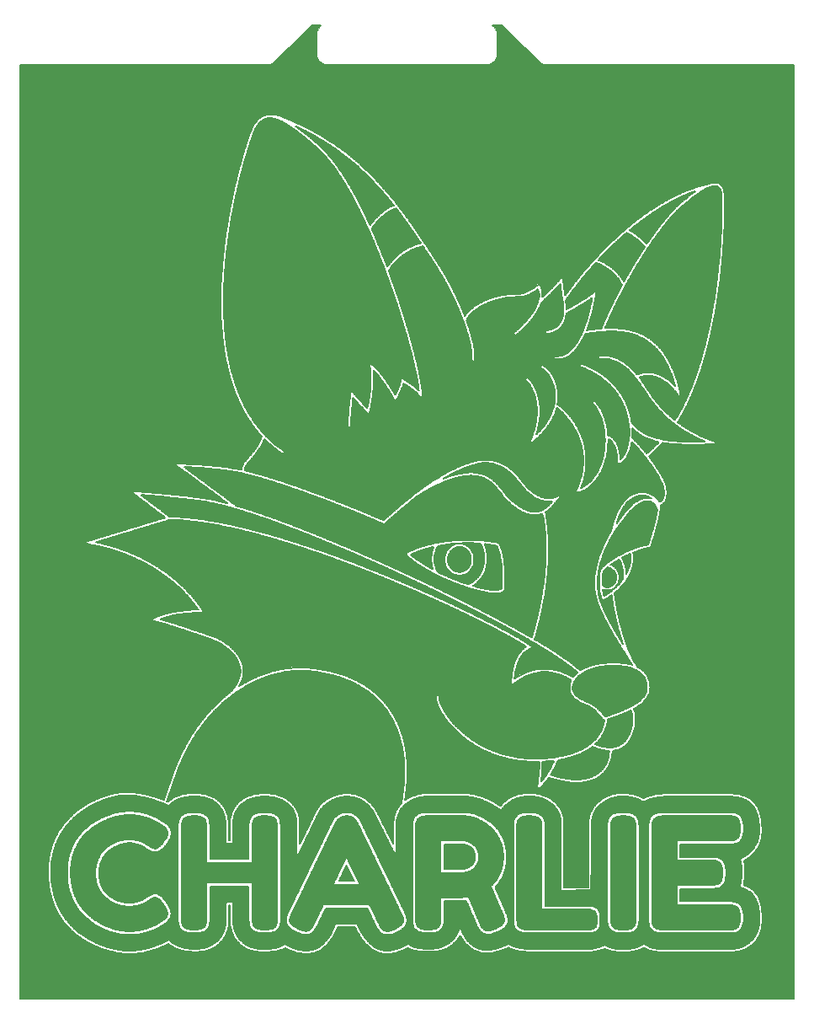
<source format=gtl>
G75*
%MOIN*%
%OFA0B0*%
%FSLAX25Y25*%
%IPPOS*%
%LPD*%
%AMOC8*
5,1,8,0,0,1.08239X$1,22.5*
%
%ADD10C,0.00600*%
D10*
X0007300Y0018624D02*
X0007300Y0387977D01*
X0106218Y0387977D01*
X0107798Y0388631D01*
X0122891Y0403725D01*
X0126477Y0403725D01*
X0125339Y0402586D01*
X0124684Y0401006D01*
X0124684Y0391421D01*
X0125339Y0389841D01*
X0126548Y0388631D01*
X0128129Y0387977D01*
X0192832Y0387977D01*
X0194412Y0388631D01*
X0195622Y0389841D01*
X0196276Y0391421D01*
X0196276Y0401006D01*
X0195622Y0402586D01*
X0194483Y0403725D01*
X0198069Y0403725D01*
X0213163Y0388631D01*
X0214743Y0387977D01*
X0216454Y0387977D01*
X0313661Y0387977D01*
X0313661Y0018624D01*
X0007300Y0018624D01*
X0007300Y0019112D02*
X0313661Y0019112D01*
X0313661Y0019710D02*
X0007300Y0019710D01*
X0007300Y0020309D02*
X0313661Y0020309D01*
X0313661Y0020907D02*
X0007300Y0020907D01*
X0007300Y0021506D02*
X0313661Y0021506D01*
X0313661Y0022104D02*
X0007300Y0022104D01*
X0007300Y0022703D02*
X0313661Y0022703D01*
X0313661Y0023301D02*
X0007300Y0023301D01*
X0007300Y0023900D02*
X0313661Y0023900D01*
X0313661Y0024498D02*
X0007300Y0024498D01*
X0007300Y0025097D02*
X0313661Y0025097D01*
X0313661Y0025695D02*
X0007300Y0025695D01*
X0007300Y0026294D02*
X0313661Y0026294D01*
X0313661Y0026893D02*
X0007300Y0026893D01*
X0007300Y0027491D02*
X0313661Y0027491D01*
X0313661Y0028090D02*
X0007300Y0028090D01*
X0007300Y0028688D02*
X0313661Y0028688D01*
X0313661Y0029287D02*
X0007300Y0029287D01*
X0007300Y0029885D02*
X0313661Y0029885D01*
X0313661Y0030484D02*
X0007300Y0030484D01*
X0007300Y0031082D02*
X0313661Y0031082D01*
X0313661Y0031681D02*
X0007300Y0031681D01*
X0007300Y0032279D02*
X0313661Y0032279D01*
X0313661Y0032878D02*
X0007300Y0032878D01*
X0007300Y0033476D02*
X0313661Y0033476D01*
X0313661Y0034075D02*
X0007300Y0034075D01*
X0007300Y0034673D02*
X0313661Y0034673D01*
X0313661Y0035272D02*
X0007300Y0035272D01*
X0007300Y0035870D02*
X0313661Y0035870D01*
X0313661Y0036469D02*
X0153941Y0036469D01*
X0153957Y0036484D02*
X0154666Y0036484D01*
X0154784Y0036603D01*
X0155256Y0036603D01*
X0155375Y0036721D01*
X0155729Y0036721D01*
X0155847Y0036839D01*
X0156201Y0036839D01*
X0156319Y0036957D01*
X0156556Y0036957D01*
X0156674Y0037075D01*
X0156910Y0037075D01*
X0157028Y0037193D01*
X0157264Y0037193D01*
X0157382Y0037311D01*
X0157619Y0037311D01*
X0157737Y0037429D01*
X0157855Y0037429D01*
X0157973Y0037547D01*
X0158209Y0037547D01*
X0158327Y0037666D01*
X0158445Y0037666D01*
X0158564Y0037784D01*
X0158800Y0037784D01*
X0158918Y0037902D01*
X0159036Y0037902D01*
X0159154Y0038020D01*
X0159390Y0038020D01*
X0159508Y0038138D01*
X0159627Y0038138D01*
X0159745Y0038256D01*
X0159863Y0038256D01*
X0159981Y0038374D01*
X0160099Y0038374D01*
X0160217Y0038492D01*
X0160335Y0038492D01*
X0160453Y0038610D01*
X0160571Y0038610D01*
X0160689Y0038729D01*
X0160808Y0038729D01*
X0160913Y0038834D01*
X0161019Y0038729D01*
X0161137Y0038610D01*
X0161255Y0038610D01*
X0161373Y0038492D01*
X0161492Y0038492D01*
X0161610Y0038374D01*
X0161728Y0038374D01*
X0161846Y0038256D01*
X0161964Y0038256D01*
X0162082Y0038138D01*
X0162318Y0038138D01*
X0162436Y0038020D01*
X0162555Y0038020D01*
X0162673Y0037902D01*
X0163027Y0037902D01*
X0163145Y0037784D01*
X0163381Y0037784D01*
X0163499Y0037666D01*
X0158446Y0037666D01*
X0157830Y0038935D02*
X0157712Y0038935D01*
X0157594Y0038817D01*
X0157358Y0038817D01*
X0157240Y0038699D01*
X0157003Y0038699D01*
X0156885Y0038580D01*
X0156767Y0038580D01*
X0156649Y0038462D01*
X0156413Y0038462D01*
X0156295Y0038344D01*
X0156059Y0038344D01*
X0155940Y0038226D01*
X0155586Y0038226D01*
X0155468Y0038108D01*
X0155232Y0038108D01*
X0155114Y0037990D01*
X0154759Y0037990D01*
X0154641Y0037872D01*
X0154169Y0037872D01*
X0154051Y0037754D01*
X0153342Y0037754D01*
X0153224Y0037636D01*
X0152067Y0037636D01*
X0151949Y0037754D01*
X0151241Y0037754D01*
X0151123Y0037872D01*
X0150768Y0037872D01*
X0150650Y0037990D01*
X0150296Y0037990D01*
X0150178Y0038108D01*
X0149941Y0038108D01*
X0149823Y0038226D01*
X0149587Y0038226D01*
X0149469Y0038344D01*
X0149351Y0038344D01*
X0149233Y0038462D01*
X0149115Y0038462D01*
X0148997Y0038580D01*
X0148878Y0038580D01*
X0148760Y0038699D01*
X0148642Y0038699D01*
X0148524Y0038817D01*
X0148406Y0038817D01*
X0148288Y0038935D01*
X0148170Y0038935D01*
X0148052Y0039053D01*
X0147934Y0039053D01*
X0147815Y0039171D01*
X0147697Y0039289D01*
X0147579Y0039289D01*
X0147461Y0039407D01*
X0147343Y0039525D01*
X0147225Y0039525D01*
X0146989Y0039762D01*
X0146989Y0039762D01*
X0146871Y0039880D01*
X0146752Y0039880D01*
X0146634Y0039998D01*
X0146548Y0040084D01*
X0146548Y0040084D01*
X0146280Y0040352D01*
X0146162Y0040352D01*
X0146076Y0040438D01*
X0145808Y0040706D01*
X0145721Y0040793D01*
X0145603Y0040911D01*
X0145335Y0041179D01*
X0145249Y0041265D01*
X0145249Y0041265D01*
X0145131Y0041383D01*
X0144894Y0041620D01*
X0144894Y0041738D01*
X0144776Y0041856D01*
X0144508Y0042124D01*
X0144422Y0042210D01*
X0144422Y0042210D01*
X0144304Y0042328D01*
X0144304Y0042446D01*
X0144186Y0042564D01*
X0144068Y0042683D01*
X0143950Y0042801D01*
X0143831Y0042919D01*
X0143831Y0043037D01*
X0143713Y0043155D01*
X0143595Y0043273D01*
X0143595Y0043391D01*
X0143359Y0043627D01*
X0143359Y0043746D01*
X0143241Y0043864D01*
X0143123Y0043982D01*
X0143123Y0044100D01*
X0143005Y0044218D01*
X0142887Y0044336D01*
X0142887Y0044454D01*
X0142650Y0044690D01*
X0142650Y0044809D01*
X0142532Y0044927D01*
X0142532Y0045045D01*
X0142414Y0045163D01*
X0142296Y0045281D01*
X0142296Y0045399D01*
X0142178Y0045517D01*
X0142178Y0045635D01*
X0142060Y0045753D01*
X0142060Y0045872D01*
X0141942Y0045990D01*
X0141942Y0046108D01*
X0141824Y0046226D01*
X0141824Y0046344D01*
X0141705Y0046462D01*
X0141705Y0046580D01*
X0141587Y0046698D01*
X0141587Y0046816D01*
X0141469Y0046935D01*
X0141469Y0047053D01*
X0141351Y0047171D01*
X0141351Y0047289D01*
X0141233Y0047407D01*
X0141233Y0047643D01*
X0141115Y0047761D01*
X0141115Y0047879D01*
X0140997Y0047998D01*
X0140729Y0048266D01*
X0132200Y0048266D01*
X0131932Y0047998D01*
X0131932Y0047998D01*
X0131814Y0047879D01*
X0131814Y0047643D01*
X0131696Y0047525D01*
X0131696Y0047407D01*
X0131578Y0047289D01*
X0131578Y0047053D01*
X0131460Y0046935D01*
X0131460Y0046816D01*
X0131342Y0046698D01*
X0131342Y0046462D01*
X0131224Y0046344D01*
X0131224Y0046226D01*
X0131106Y0046108D01*
X0131106Y0045990D01*
X0130987Y0045872D01*
X0130987Y0045753D01*
X0130869Y0045635D01*
X0130869Y0045517D01*
X0130751Y0045399D01*
X0130751Y0045281D01*
X0130633Y0045163D01*
X0130633Y0045045D01*
X0130515Y0044927D01*
X0130515Y0044809D01*
X0130397Y0044690D01*
X0130397Y0044572D01*
X0130279Y0044454D01*
X0130279Y0044336D01*
X0130161Y0044218D01*
X0130161Y0044100D01*
X0130043Y0043982D01*
X0129924Y0043864D01*
X0129924Y0043746D01*
X0129806Y0043627D01*
X0129806Y0043509D01*
X0129688Y0043391D01*
X0129570Y0043273D01*
X0129570Y0043155D01*
X0129334Y0042919D01*
X0129334Y0042801D01*
X0129248Y0042714D01*
X0129248Y0042714D01*
X0128980Y0042446D01*
X0128980Y0042328D01*
X0128861Y0042210D01*
X0128743Y0042092D01*
X0128625Y0041974D01*
X0128625Y0041856D01*
X0128507Y0041738D01*
X0128507Y0041738D01*
X0128421Y0041651D01*
X0128153Y0041383D01*
X0128035Y0041265D01*
X0127948Y0041179D01*
X0127680Y0040911D01*
X0127680Y0040911D01*
X0127594Y0040825D01*
X0127326Y0040557D01*
X0127208Y0040438D01*
X0127122Y0040352D01*
X0127122Y0040352D01*
X0126854Y0040084D01*
X0126767Y0039998D01*
X0126649Y0039998D01*
X0126381Y0039730D01*
X0126295Y0039643D01*
X0126177Y0039643D01*
X0126059Y0039525D01*
X0126059Y0039525D01*
X0125940Y0039407D01*
X0125822Y0039407D01*
X0125586Y0039171D01*
X0125468Y0039171D01*
X0125350Y0039053D01*
X0125232Y0039053D01*
X0125114Y0038935D01*
X0125114Y0038935D01*
X0124996Y0038817D01*
X0124877Y0038817D01*
X0124759Y0038699D01*
X0124641Y0038699D01*
X0124523Y0038580D01*
X0124287Y0038580D01*
X0124169Y0038462D01*
X0124051Y0038462D01*
X0123933Y0038344D01*
X0123696Y0038344D01*
X0123578Y0038226D01*
X0123342Y0038226D01*
X0123224Y0038108D01*
X0122988Y0038108D01*
X0122870Y0037990D01*
X0122515Y0037990D01*
X0122397Y0037872D01*
X0121807Y0037872D01*
X0121688Y0037754D01*
X0119469Y0037754D01*
X0119351Y0037872D01*
X0118524Y0037872D01*
X0118406Y0037990D01*
X0117815Y0037990D01*
X0117697Y0038108D01*
X0117343Y0038108D01*
X0117225Y0038226D01*
X0116871Y0038226D01*
X0116752Y0038344D01*
X0116516Y0038344D01*
X0116398Y0038462D01*
X0116162Y0038462D01*
X0116044Y0038580D01*
X0115926Y0038580D01*
X0115808Y0038699D01*
X0115571Y0038699D01*
X0115453Y0038817D01*
X0115335Y0038817D01*
X0115217Y0038935D01*
X0114981Y0038935D01*
X0114863Y0039053D01*
X0114745Y0039053D01*
X0114627Y0039171D01*
X0114508Y0039171D01*
X0114390Y0039289D01*
X0114272Y0039289D01*
X0114154Y0039407D01*
X0114036Y0039407D01*
X0113918Y0039525D01*
X0113800Y0039525D01*
X0113564Y0039762D01*
X0113445Y0039762D01*
X0113327Y0039880D01*
X0113209Y0039880D01*
X0113091Y0039998D01*
X0112973Y0039998D01*
X0112855Y0040116D01*
X0112737Y0040116D01*
X0112619Y0040234D01*
X0112501Y0040234D01*
X0112382Y0040352D01*
X0111885Y0040352D01*
X0111649Y0040116D01*
X0111531Y0039998D01*
X0111413Y0039998D01*
X0111295Y0039880D01*
X0111177Y0039880D01*
X0111059Y0039762D01*
X0111059Y0039762D01*
X0110940Y0039643D01*
X0110822Y0039643D01*
X0110704Y0039525D01*
X0110468Y0039525D01*
X0110350Y0039407D01*
X0110232Y0039407D01*
X0110114Y0039289D01*
X0109877Y0039289D01*
X0109759Y0039171D01*
X0109523Y0039171D01*
X0109405Y0039053D01*
X0109169Y0039053D01*
X0109051Y0038935D01*
X0108696Y0038935D01*
X0108578Y0038817D01*
X0108224Y0038817D01*
X0108106Y0038699D01*
X0107515Y0038699D01*
X0107397Y0038580D01*
X0106807Y0038580D01*
X0106688Y0038462D01*
X0105744Y0038462D01*
X0105625Y0038344D01*
X0102343Y0038344D01*
X0102225Y0038462D01*
X0101398Y0038462D01*
X0101280Y0038580D01*
X0100808Y0038580D01*
X0100689Y0038699D01*
X0100217Y0038699D01*
X0100099Y0038817D01*
X0099863Y0038817D01*
X0099745Y0038935D01*
X0099390Y0038935D01*
X0099272Y0039053D01*
X0099036Y0039053D01*
X0098918Y0039171D01*
X0098682Y0039171D01*
X0098564Y0039289D01*
X0098445Y0039289D01*
X0098327Y0039407D01*
X0098209Y0039407D01*
X0098091Y0039525D01*
X0097855Y0039525D01*
X0097737Y0039643D01*
X0097619Y0039643D01*
X0097501Y0039762D01*
X0097382Y0039762D01*
X0097264Y0039880D01*
X0097146Y0039880D01*
X0096910Y0040116D01*
X0096792Y0040116D01*
X0096674Y0040234D01*
X0096556Y0040234D01*
X0096438Y0040352D01*
X0096438Y0040352D01*
X0096319Y0040470D01*
X0096201Y0040470D01*
X0096115Y0040557D01*
X0095847Y0040825D01*
X0095729Y0040825D01*
X0095643Y0040911D01*
X0095375Y0041179D01*
X0095375Y0041179D01*
X0095288Y0041265D01*
X0095288Y0041265D01*
X0095020Y0041533D01*
X0094902Y0041533D01*
X0094816Y0041620D01*
X0094816Y0041738D01*
X0094698Y0041856D01*
X0094430Y0042124D01*
X0094430Y0042124D01*
X0094343Y0042210D01*
X0094343Y0042210D01*
X0094225Y0042328D01*
X0094225Y0042328D01*
X0094107Y0042446D01*
X0094107Y0042564D01*
X0093989Y0042683D01*
X0093871Y0042801D01*
X0093753Y0042919D01*
X0093753Y0043037D01*
X0093635Y0043155D01*
X0093517Y0043273D01*
X0093517Y0043391D01*
X0093398Y0043509D01*
X0093280Y0043627D01*
X0093280Y0043746D01*
X0093162Y0043864D01*
X0093162Y0043982D01*
X0093044Y0044100D01*
X0093044Y0044218D01*
X0092926Y0044336D01*
X0092926Y0044454D01*
X0092808Y0044572D01*
X0092808Y0044690D01*
X0092690Y0044809D01*
X0092690Y0044927D01*
X0092572Y0045045D01*
X0092572Y0045281D01*
X0092454Y0045399D01*
X0092454Y0045517D01*
X0092335Y0045635D01*
X0092335Y0045872D01*
X0092217Y0045990D01*
X0092217Y0046344D01*
X0092099Y0046462D01*
X0092099Y0046698D01*
X0091981Y0046816D01*
X0091981Y0047289D01*
X0091863Y0047407D01*
X0091863Y0047998D01*
X0091745Y0048116D01*
X0091745Y0056738D01*
X0091477Y0057006D01*
X0089090Y0057006D01*
X0088822Y0056738D01*
X0088822Y0049415D01*
X0088704Y0049297D01*
X0088704Y0048352D01*
X0088586Y0048234D01*
X0088586Y0047643D01*
X0088468Y0047525D01*
X0088468Y0047053D01*
X0088350Y0046935D01*
X0088350Y0046698D01*
X0088231Y0046580D01*
X0088231Y0046226D01*
X0088113Y0046108D01*
X0088113Y0045872D01*
X0087995Y0045753D01*
X0087995Y0045635D01*
X0087877Y0045517D01*
X0087877Y0045281D01*
X0087759Y0045163D01*
X0087759Y0045045D01*
X0087641Y0044927D01*
X0087641Y0044809D01*
X0087523Y0044690D01*
X0087523Y0044572D01*
X0087405Y0044454D01*
X0087405Y0044336D01*
X0087287Y0044218D01*
X0087287Y0044100D01*
X0087169Y0043982D01*
X0087169Y0043864D01*
X0087050Y0043746D01*
X0086932Y0043627D01*
X0086932Y0043509D01*
X0086814Y0043391D01*
X0086814Y0043273D01*
X0086728Y0043187D01*
X0086728Y0043187D01*
X0086460Y0042919D01*
X0086460Y0042801D01*
X0086373Y0042714D01*
X0086106Y0042446D01*
X0085987Y0042328D01*
X0085987Y0042210D01*
X0085901Y0042124D01*
X0085633Y0041856D01*
X0085515Y0041738D01*
X0085515Y0041738D01*
X0085429Y0041651D01*
X0085192Y0041415D01*
X0085074Y0041415D01*
X0084838Y0041179D01*
X0084602Y0040943D01*
X0084484Y0040943D01*
X0084366Y0040825D01*
X0084366Y0040825D01*
X0084129Y0040588D01*
X0084011Y0040588D01*
X0083775Y0040352D01*
X0083657Y0040352D01*
X0083539Y0040234D01*
X0083421Y0040234D01*
X0083303Y0040116D01*
X0083303Y0040116D01*
X0083185Y0039998D01*
X0083066Y0039998D01*
X0082948Y0039880D01*
X0082830Y0039880D01*
X0082712Y0039762D01*
X0082594Y0039762D01*
X0082476Y0039643D01*
X0082358Y0039643D01*
X0082240Y0039525D01*
X0082003Y0039525D01*
X0081885Y0039407D01*
X0081767Y0039407D01*
X0081649Y0039289D01*
X0081413Y0039289D01*
X0081295Y0039171D01*
X0081059Y0039171D01*
X0080940Y0039053D01*
X0080704Y0039053D01*
X0080586Y0038935D01*
X0080350Y0038935D01*
X0080232Y0038817D01*
X0079759Y0038817D01*
X0079641Y0038699D01*
X0079287Y0038699D01*
X0079169Y0038580D01*
X0078460Y0038580D01*
X0078342Y0038462D01*
X0077279Y0038462D01*
X0077161Y0038344D01*
X0075886Y0038344D01*
X0075768Y0038462D01*
X0074469Y0038462D01*
X0074351Y0038580D01*
X0073524Y0038580D01*
X0073406Y0038699D01*
X0072934Y0038699D01*
X0072815Y0038817D01*
X0072343Y0038817D01*
X0072225Y0038935D01*
X0071871Y0038935D01*
X0071752Y0039053D01*
X0071516Y0039053D01*
X0071398Y0039171D01*
X0071162Y0039171D01*
X0071044Y0039289D01*
X0070808Y0039289D01*
X0070689Y0039407D01*
X0070453Y0039407D01*
X0070335Y0039525D01*
X0070099Y0039525D01*
X0069981Y0039643D01*
X0069863Y0039643D01*
X0069745Y0039762D01*
X0069627Y0039762D01*
X0069508Y0039880D01*
X0069390Y0039880D01*
X0069272Y0039998D01*
X0069154Y0039998D01*
X0069036Y0040116D01*
X0068918Y0040116D01*
X0068800Y0040234D01*
X0068682Y0040234D01*
X0068564Y0040352D01*
X0068445Y0040352D01*
X0068209Y0040588D01*
X0068091Y0040588D01*
X0067973Y0040706D01*
X0067855Y0040706D01*
X0067737Y0040825D01*
X0067737Y0040825D01*
X0067501Y0041061D01*
X0067382Y0041061D01*
X0067264Y0041179D01*
X0067178Y0041265D01*
X0067178Y0041265D01*
X0067060Y0041383D01*
X0067060Y0041383D01*
X0066792Y0041651D01*
X0066705Y0041738D01*
X0066438Y0042006D01*
X0065822Y0042006D01*
X0065586Y0041769D01*
X0065468Y0041769D01*
X0065350Y0041651D01*
X0065232Y0041651D01*
X0065114Y0041533D01*
X0064996Y0041533D01*
X0064877Y0041415D01*
X0064759Y0041415D01*
X0064641Y0041297D01*
X0064523Y0041297D01*
X0064405Y0041179D01*
X0064287Y0041179D01*
X0064169Y0041061D01*
X0064051Y0041061D01*
X0063933Y0040943D01*
X0063814Y0040943D01*
X0063696Y0040825D01*
X0063578Y0040825D01*
X0063460Y0040706D01*
X0063224Y0040706D01*
X0063106Y0040588D01*
X0062988Y0040588D01*
X0062870Y0040470D01*
X0062751Y0040470D01*
X0062633Y0040352D01*
X0062515Y0040352D01*
X0062397Y0040234D01*
X0062161Y0040234D01*
X0062043Y0040116D01*
X0061925Y0040116D01*
X0061807Y0039998D01*
X0061570Y0039998D01*
X0061452Y0039880D01*
X0061216Y0039880D01*
X0061098Y0039762D01*
X0060980Y0039762D01*
X0060862Y0039643D01*
X0060625Y0039643D01*
X0060507Y0039525D01*
X0060271Y0039525D01*
X0060153Y0039407D01*
X0059917Y0039407D01*
X0059799Y0039289D01*
X0059562Y0039289D01*
X0059444Y0039171D01*
X0059208Y0039171D01*
X0059090Y0039053D01*
X0058854Y0039053D01*
X0058736Y0038935D01*
X0058499Y0038935D01*
X0058381Y0038817D01*
X0058027Y0038817D01*
X0057909Y0038699D01*
X0057555Y0038699D01*
X0057436Y0038580D01*
X0057082Y0038580D01*
X0056964Y0038462D01*
X0056610Y0038462D01*
X0056492Y0038344D01*
X0056137Y0038344D01*
X0056019Y0038226D01*
X0055547Y0038226D01*
X0055429Y0038108D01*
X0054838Y0038108D01*
X0054720Y0037990D01*
X0054129Y0037990D01*
X0054011Y0037872D01*
X0053185Y0037872D01*
X0053066Y0037754D01*
X0051885Y0037754D01*
X0051767Y0037636D01*
X0049430Y0037636D01*
X0049312Y0037754D01*
X0048130Y0037754D01*
X0048012Y0037872D01*
X0047304Y0037872D01*
X0047186Y0037990D01*
X0046595Y0037990D01*
X0046477Y0038108D01*
X0045886Y0038108D01*
X0045768Y0038226D01*
X0045296Y0038226D01*
X0045178Y0038344D01*
X0044823Y0038344D01*
X0044705Y0038462D01*
X0044233Y0038462D01*
X0044115Y0038580D01*
X0043760Y0038580D01*
X0043642Y0038699D01*
X0043406Y0038699D01*
X0043288Y0038817D01*
X0042934Y0038817D01*
X0042815Y0038935D01*
X0042461Y0038935D01*
X0042343Y0039053D01*
X0042107Y0039053D01*
X0041989Y0039171D01*
X0041752Y0039171D01*
X0041634Y0039289D01*
X0041398Y0039289D01*
X0041280Y0039407D01*
X0041044Y0039407D01*
X0040926Y0039525D01*
X0040689Y0039525D01*
X0040571Y0039643D01*
X0040335Y0039643D01*
X0040217Y0039762D01*
X0039981Y0039762D01*
X0039863Y0039880D01*
X0039745Y0039880D01*
X0039627Y0039998D01*
X0039390Y0039998D01*
X0039272Y0040116D01*
X0039036Y0040116D01*
X0038918Y0040234D01*
X0038800Y0040234D01*
X0038682Y0040352D01*
X0038563Y0040352D01*
X0038445Y0040470D01*
X0038209Y0040470D01*
X0038091Y0040588D01*
X0037973Y0040588D01*
X0037855Y0040706D01*
X0037737Y0040706D01*
X0037619Y0040825D01*
X0037382Y0040825D01*
X0037264Y0040943D01*
X0037146Y0040943D01*
X0037028Y0041061D01*
X0036910Y0041061D01*
X0036792Y0041179D01*
X0036674Y0041179D01*
X0036556Y0041297D01*
X0036438Y0041297D01*
X0036319Y0041415D01*
X0036201Y0041415D01*
X0036083Y0041533D01*
X0035965Y0041533D01*
X0035847Y0041651D01*
X0035729Y0041651D01*
X0035611Y0041769D01*
X0035493Y0041769D01*
X0035375Y0041888D01*
X0035256Y0041888D01*
X0035020Y0042124D01*
X0034902Y0042124D01*
X0034784Y0042242D01*
X0034666Y0042242D01*
X0034548Y0042360D01*
X0034430Y0042360D01*
X0034193Y0042596D01*
X0034075Y0042596D01*
X0033957Y0042714D01*
X0033839Y0042714D01*
X0033603Y0042951D01*
X0033485Y0042951D01*
X0033367Y0043069D01*
X0033249Y0043069D01*
X0033130Y0043187D01*
X0033012Y0043305D01*
X0032894Y0043305D01*
X0032658Y0043541D01*
X0032540Y0043541D01*
X0032304Y0043777D01*
X0032186Y0043777D01*
X0031949Y0044014D01*
X0031831Y0044014D01*
X0031595Y0044250D01*
X0031477Y0044368D01*
X0031359Y0044368D01*
X0031272Y0044454D01*
X0031272Y0044454D01*
X0031004Y0044722D01*
X0030886Y0044722D01*
X0030768Y0044840D01*
X0030532Y0045077D01*
X0030414Y0045077D01*
X0030296Y0045195D01*
X0030209Y0045281D01*
X0029941Y0045549D01*
X0029823Y0045667D01*
X0029705Y0045667D01*
X0029619Y0045753D01*
X0029351Y0046021D01*
X0029265Y0046108D01*
X0028997Y0046376D01*
X0028878Y0046494D01*
X0028760Y0046494D01*
X0028674Y0046580D01*
X0028674Y0046580D01*
X0028406Y0046848D01*
X0028288Y0046966D01*
X0028202Y0047053D01*
X0027934Y0047321D01*
X0027847Y0047407D01*
X0027579Y0047675D01*
X0027461Y0047793D01*
X0027375Y0047879D01*
X0027375Y0047879D01*
X0027257Y0047998D01*
X0027257Y0048116D01*
X0027139Y0048234D01*
X0026871Y0048502D01*
X0026871Y0048502D01*
X0026784Y0048588D01*
X0026516Y0048856D01*
X0026430Y0048942D01*
X0026430Y0049061D01*
X0026194Y0049297D01*
X0025926Y0049565D01*
X0025926Y0049565D01*
X0025839Y0049651D01*
X0025839Y0049769D01*
X0025603Y0050005D01*
X0025603Y0050005D01*
X0025485Y0050124D01*
X0025485Y0050242D01*
X0025367Y0050360D01*
X0025131Y0050596D01*
X0025131Y0050714D01*
X0024894Y0050950D01*
X0024894Y0051068D01*
X0024658Y0051305D01*
X0024658Y0051423D01*
X0024422Y0051659D01*
X0024422Y0051777D01*
X0024186Y0052013D01*
X0024186Y0052131D01*
X0023950Y0052368D01*
X0023950Y0052486D01*
X0023831Y0052604D01*
X0023831Y0052722D01*
X0023713Y0052840D01*
X0023713Y0052958D01*
X0023477Y0053194D01*
X0023477Y0053312D01*
X0023359Y0053431D01*
X0023359Y0053549D01*
X0023241Y0053667D01*
X0023241Y0053785D01*
X0023123Y0053903D01*
X0023123Y0054021D01*
X0023005Y0054139D01*
X0023005Y0054257D01*
X0022887Y0054375D01*
X0022887Y0054494D01*
X0022768Y0054612D01*
X0022768Y0054730D01*
X0022650Y0054848D01*
X0022650Y0054966D01*
X0022532Y0055084D01*
X0022532Y0055202D01*
X0022414Y0055320D01*
X0022414Y0055438D01*
X0022296Y0055557D01*
X0022296Y0055675D01*
X0022178Y0055793D01*
X0022178Y0056029D01*
X0022060Y0056147D01*
X0022060Y0056265D01*
X0021942Y0056383D01*
X0021942Y0056620D01*
X0021824Y0056738D01*
X0021824Y0056856D01*
X0021705Y0056974D01*
X0021705Y0057210D01*
X0021587Y0057328D01*
X0021587Y0057446D01*
X0021469Y0057564D01*
X0021469Y0057801D01*
X0021351Y0057919D01*
X0021351Y0058155D01*
X0021233Y0058273D01*
X0021233Y0058509D01*
X0021115Y0058627D01*
X0021115Y0058982D01*
X0020997Y0059100D01*
X0020997Y0059336D01*
X0020879Y0059454D01*
X0020879Y0059690D01*
X0020761Y0059809D01*
X0020761Y0060163D01*
X0020643Y0060281D01*
X0020643Y0060635D01*
X0020524Y0060753D01*
X0020524Y0061108D01*
X0020406Y0061226D01*
X0020406Y0061698D01*
X0020288Y0061816D01*
X0020288Y0062289D01*
X0020170Y0062407D01*
X0020170Y0062998D01*
X0020052Y0063116D01*
X0020052Y0063706D01*
X0019934Y0063824D01*
X0019934Y0064533D01*
X0019816Y0064651D01*
X0019816Y0065596D01*
X0019698Y0065714D01*
X0019698Y0067249D01*
X0019580Y0067368D01*
X0019580Y0070650D01*
X0019698Y0070768D01*
X0019698Y0072185D01*
X0019816Y0072304D01*
X0019816Y0073130D01*
X0019934Y0073248D01*
X0019934Y0073957D01*
X0020052Y0074075D01*
X0020052Y0074666D01*
X0020170Y0074784D01*
X0020170Y0075256D01*
X0020288Y0075374D01*
X0020288Y0075729D01*
X0020406Y0075847D01*
X0020406Y0076319D01*
X0020524Y0076437D01*
X0020524Y0076792D01*
X0020643Y0076910D01*
X0020643Y0077146D01*
X0020761Y0077264D01*
X0020761Y0077619D01*
X0020879Y0077737D01*
X0020879Y0077973D01*
X0020997Y0078091D01*
X0020997Y0078327D01*
X0021115Y0078445D01*
X0021115Y0078682D01*
X0021233Y0078800D01*
X0021233Y0079036D01*
X0021351Y0079154D01*
X0021351Y0079390D01*
X0021469Y0079508D01*
X0021469Y0079745D01*
X0021587Y0079863D01*
X0021587Y0079981D01*
X0021705Y0080099D01*
X0021705Y0080335D01*
X0021824Y0080453D01*
X0021824Y0080571D01*
X0021942Y0080689D01*
X0021942Y0080808D01*
X0022060Y0080926D01*
X0022060Y0081162D01*
X0022178Y0081280D01*
X0022178Y0081398D01*
X0022296Y0081516D01*
X0022296Y0081634D01*
X0022414Y0081752D01*
X0022414Y0081871D01*
X0022532Y0081989D01*
X0022532Y0082107D01*
X0022650Y0082225D01*
X0022650Y0082343D01*
X0022768Y0082461D01*
X0022768Y0082579D01*
X0022887Y0082697D01*
X0022887Y0082815D01*
X0023005Y0082933D01*
X0023005Y0083052D01*
X0023123Y0083170D01*
X0023123Y0083288D01*
X0023241Y0083406D01*
X0023359Y0083524D01*
X0023359Y0083642D01*
X0023477Y0083760D01*
X0023477Y0083878D01*
X0023595Y0083996D01*
X0023595Y0083996D01*
X0023713Y0084115D01*
X0023713Y0084233D01*
X0023831Y0084351D01*
X0023831Y0084469D01*
X0024068Y0084705D01*
X0024068Y0084823D01*
X0024304Y0085059D01*
X0024304Y0085178D01*
X0024422Y0085296D01*
X0024540Y0085414D01*
X0024540Y0085532D01*
X0024658Y0085650D01*
X0024776Y0085768D01*
X0024776Y0085886D01*
X0024894Y0086004D01*
X0024894Y0086004D01*
X0025013Y0086122D01*
X0025013Y0086122D01*
X0025131Y0086241D01*
X0025131Y0086359D01*
X0025249Y0086477D01*
X0025367Y0086595D01*
X0025485Y0086713D01*
X0025485Y0086831D01*
X0025571Y0086917D01*
X0025839Y0087185D01*
X0025957Y0087304D01*
X0025957Y0087422D01*
X0026194Y0087658D01*
X0026312Y0087776D01*
X0026430Y0087894D01*
X0026430Y0087894D01*
X0026548Y0088012D01*
X0026548Y0088130D01*
X0026634Y0088217D01*
X0026634Y0088217D01*
X0026902Y0088485D01*
X0027020Y0088603D01*
X0027107Y0088689D01*
X0027375Y0088957D01*
X0027461Y0089043D01*
X0027729Y0089311D01*
X0027729Y0089311D01*
X0027847Y0089430D01*
X0027934Y0089516D01*
X0028202Y0089784D01*
X0028320Y0089902D01*
X0028406Y0089988D01*
X0028674Y0090256D01*
X0028674Y0090256D01*
X0028760Y0090343D01*
X0029028Y0090611D01*
X0029146Y0090729D01*
X0029233Y0090815D01*
X0029351Y0090815D01*
X0029619Y0091083D01*
X0029705Y0091169D01*
X0029941Y0091406D01*
X0030060Y0091406D01*
X0030328Y0091674D01*
X0030414Y0091760D01*
X0030532Y0091878D01*
X0030650Y0091878D01*
X0030768Y0091996D01*
X0030768Y0091996D01*
X0030886Y0092114D01*
X0031004Y0092232D01*
X0031004Y0092232D01*
X0031123Y0092351D01*
X0031241Y0092351D01*
X0031359Y0092469D01*
X0031477Y0092587D01*
X0031595Y0092587D01*
X0031713Y0092705D01*
X0031949Y0092941D01*
X0032067Y0092941D01*
X0032186Y0093059D01*
X0032304Y0093177D01*
X0032422Y0093177D01*
X0032540Y0093295D01*
X0032658Y0093414D01*
X0032776Y0093414D01*
X0032894Y0093532D01*
X0032894Y0093532D01*
X0033012Y0093650D01*
X0033130Y0093650D01*
X0033249Y0093768D01*
X0033367Y0093886D01*
X0033485Y0093886D01*
X0033603Y0094004D01*
X0033721Y0094004D01*
X0033839Y0094122D01*
X0033957Y0094240D01*
X0034075Y0094240D01*
X0034312Y0094477D01*
X0034430Y0094477D01*
X0034548Y0094595D01*
X0034666Y0094595D01*
X0034784Y0094713D01*
X0034902Y0094713D01*
X0035020Y0094831D01*
X0035020Y0094831D01*
X0035138Y0094949D01*
X0035256Y0094949D01*
X0035375Y0095067D01*
X0035493Y0095067D01*
X0035611Y0095185D01*
X0035729Y0095185D01*
X0035847Y0095303D01*
X0035965Y0095303D01*
X0036083Y0095421D01*
X0036201Y0095421D01*
X0036319Y0095540D01*
X0036438Y0095540D01*
X0036556Y0095658D01*
X0036674Y0095658D01*
X0036792Y0095776D01*
X0036910Y0095776D01*
X0037028Y0095894D01*
X0037146Y0095894D01*
X0037264Y0096012D01*
X0037382Y0096012D01*
X0037501Y0096130D01*
X0037619Y0096130D01*
X0037737Y0096248D01*
X0037855Y0096248D01*
X0037973Y0096366D01*
X0038209Y0096366D01*
X0038327Y0096484D01*
X0038445Y0096484D01*
X0038564Y0096603D01*
X0038682Y0096603D01*
X0038800Y0096721D01*
X0039036Y0096721D01*
X0039154Y0096839D01*
X0039272Y0096839D01*
X0039390Y0096957D01*
X0039627Y0096957D01*
X0039745Y0097075D01*
X0039863Y0097075D01*
X0039981Y0097193D01*
X0040217Y0097193D01*
X0040335Y0097311D01*
X0040571Y0097311D01*
X0040689Y0097429D01*
X0040926Y0097429D01*
X0041044Y0097547D01*
X0041280Y0097547D01*
X0041398Y0097666D01*
X0041634Y0097666D01*
X0041752Y0097784D01*
X0041989Y0097784D01*
X0042107Y0097902D01*
X0042343Y0097902D01*
X0042461Y0098020D01*
X0042815Y0098020D01*
X0042934Y0098138D01*
X0043170Y0098138D01*
X0043288Y0098256D01*
X0043642Y0098256D01*
X0043760Y0098374D01*
X0044115Y0098374D01*
X0044233Y0098492D01*
X0044587Y0098492D01*
X0044705Y0098610D01*
X0045178Y0098610D01*
X0045296Y0098729D01*
X0045768Y0098729D01*
X0045886Y0098847D01*
X0046595Y0098847D01*
X0046713Y0098965D01*
X0047540Y0098965D01*
X0047658Y0099083D01*
X0051177Y0099083D01*
X0051295Y0098965D01*
X0052476Y0098965D01*
X0052594Y0098847D01*
X0053421Y0098847D01*
X0053539Y0098729D01*
X0054248Y0098729D01*
X0054366Y0098610D01*
X0054956Y0098610D01*
X0055074Y0098492D01*
X0055547Y0098492D01*
X0055665Y0098374D01*
X0056137Y0098374D01*
X0056255Y0098256D01*
X0056728Y0098256D01*
X0056846Y0098138D01*
X0057200Y0098138D01*
X0057318Y0098020D01*
X0057791Y0098020D01*
X0057909Y0097902D01*
X0058263Y0097902D01*
X0058381Y0097784D01*
X0058618Y0097784D01*
X0058736Y0097666D01*
X0059090Y0097666D01*
X0059208Y0097547D01*
X0059444Y0097547D01*
X0059562Y0097429D01*
X0059917Y0097429D01*
X0060035Y0097311D01*
X0060271Y0097311D01*
X0060389Y0097193D01*
X0060625Y0097193D01*
X0060744Y0097075D01*
X0060980Y0097075D01*
X0061098Y0096957D01*
X0061334Y0096957D01*
X0061452Y0096839D01*
X0061688Y0096839D01*
X0061807Y0096721D01*
X0061925Y0096721D01*
X0062043Y0096603D01*
X0062279Y0096603D01*
X0062397Y0096484D01*
X0062633Y0096484D01*
X0062751Y0096366D01*
X0062870Y0096366D01*
X0062988Y0096248D01*
X0063224Y0096248D01*
X0063342Y0096130D01*
X0063460Y0096130D01*
X0063578Y0096012D01*
X0063696Y0096012D01*
X0063814Y0095894D01*
X0064051Y0095894D01*
X0064169Y0095776D01*
X0064287Y0095776D01*
X0064405Y0095658D01*
X0064523Y0095658D01*
X0064641Y0095540D01*
X0064759Y0095540D01*
X0064877Y0095421D01*
X0064996Y0095421D01*
X0065114Y0095303D01*
X0065350Y0095303D01*
X0065468Y0095185D01*
X0065586Y0095185D01*
X0065704Y0095067D01*
X0066438Y0095067D01*
X0066705Y0095335D01*
X0066705Y0095453D01*
X0066824Y0095571D01*
X0067060Y0095808D01*
X0067146Y0095894D01*
X0067146Y0095894D01*
X0067414Y0096162D01*
X0067619Y0096366D01*
X0067737Y0096366D01*
X0067973Y0096603D01*
X0068091Y0096603D01*
X0068209Y0096721D01*
X0068209Y0096721D01*
X0068327Y0096839D01*
X0068445Y0096839D01*
X0068563Y0096957D01*
X0068564Y0096957D01*
X0068682Y0097075D01*
X0068800Y0097075D01*
X0068918Y0097193D01*
X0069036Y0097193D01*
X0069154Y0097311D01*
X0069272Y0097311D01*
X0069390Y0097429D01*
X0069627Y0097429D01*
X0069745Y0097547D01*
X0069863Y0097547D01*
X0069981Y0097666D01*
X0070217Y0097666D01*
X0070335Y0097784D01*
X0070453Y0097784D01*
X0070571Y0097902D01*
X0070926Y0097902D01*
X0071044Y0098020D01*
X0071280Y0098020D01*
X0071398Y0098138D01*
X0071752Y0098138D01*
X0071871Y0098256D01*
X0072343Y0098256D01*
X0072461Y0098374D01*
X0072934Y0098374D01*
X0073052Y0098492D01*
X0073760Y0098492D01*
X0073878Y0098610D01*
X0075178Y0098610D01*
X0075296Y0098729D01*
X0077161Y0098729D01*
X0077279Y0098610D01*
X0078460Y0098610D01*
X0078578Y0098492D01*
X0079287Y0098492D01*
X0079405Y0098374D01*
X0079877Y0098374D01*
X0079996Y0098256D01*
X0080468Y0098256D01*
X0080586Y0098138D01*
X0080822Y0098138D01*
X0080940Y0098020D01*
X0081295Y0098020D01*
X0081413Y0097902D01*
X0081649Y0097902D01*
X0081767Y0097784D01*
X0081885Y0097784D01*
X0082003Y0097666D01*
X0082240Y0097666D01*
X0082358Y0097547D01*
X0082476Y0097547D01*
X0082594Y0097429D01*
X0082830Y0097429D01*
X0082948Y0097311D01*
X0083066Y0097311D01*
X0083185Y0097193D01*
X0083303Y0097193D01*
X0083539Y0096957D01*
X0083657Y0096957D01*
X0083775Y0096839D01*
X0083893Y0096839D01*
X0084129Y0096603D01*
X0084248Y0096603D01*
X0084484Y0096366D01*
X0084602Y0096366D01*
X0084838Y0096130D01*
X0084956Y0096012D01*
X0085074Y0096012D01*
X0085192Y0095894D01*
X0085192Y0095894D01*
X0085279Y0095808D01*
X0085279Y0095808D01*
X0085515Y0095571D01*
X0085783Y0095303D01*
X0085869Y0095217D01*
X0086137Y0094949D01*
X0086137Y0094949D01*
X0086224Y0094863D01*
X0086224Y0094745D01*
X0086460Y0094508D01*
X0086578Y0094390D01*
X0086578Y0094272D01*
X0086696Y0094154D01*
X0086814Y0094036D01*
X0086814Y0093918D01*
X0086932Y0093800D01*
X0087050Y0093682D01*
X0087050Y0093563D01*
X0087169Y0093445D01*
X0087169Y0093327D01*
X0087287Y0093209D01*
X0087287Y0093091D01*
X0087405Y0092973D01*
X0087405Y0092855D01*
X0087523Y0092737D01*
X0087523Y0092619D01*
X0087641Y0092500D01*
X0087641Y0092382D01*
X0087759Y0092264D01*
X0087759Y0092028D01*
X0087877Y0091910D01*
X0087877Y0091674D01*
X0087995Y0091556D01*
X0087995Y0091319D01*
X0088113Y0091201D01*
X0088113Y0090965D01*
X0088231Y0090847D01*
X0088231Y0090493D01*
X0088350Y0090374D01*
X0088350Y0089902D01*
X0088468Y0089784D01*
X0088468Y0089193D01*
X0088586Y0089075D01*
X0088586Y0088012D01*
X0088704Y0087894D01*
X0088704Y0080335D01*
X0088972Y0080067D01*
X0091359Y0080067D01*
X0091627Y0080335D01*
X0091627Y0088721D01*
X0091745Y0088839D01*
X0091745Y0089548D01*
X0091863Y0089666D01*
X0091863Y0090256D01*
X0091981Y0090374D01*
X0091981Y0090729D01*
X0092099Y0090847D01*
X0092099Y0091083D01*
X0092217Y0091201D01*
X0092217Y0091437D01*
X0092335Y0091556D01*
X0092335Y0091792D01*
X0092454Y0091910D01*
X0092454Y0092146D01*
X0092572Y0092264D01*
X0092572Y0092382D01*
X0092690Y0092500D01*
X0092690Y0092619D01*
X0092808Y0092737D01*
X0092808Y0092855D01*
X0092926Y0092973D01*
X0092926Y0093091D01*
X0093044Y0093209D01*
X0093044Y0093327D01*
X0093162Y0093445D01*
X0093162Y0093563D01*
X0093280Y0093682D01*
X0093398Y0093800D01*
X0093398Y0093918D01*
X0093635Y0094154D01*
X0093635Y0094272D01*
X0093871Y0094508D01*
X0093871Y0094508D01*
X0094107Y0094745D01*
X0094107Y0094863D01*
X0094193Y0094949D01*
X0094193Y0094949D01*
X0094461Y0095217D01*
X0094698Y0095453D01*
X0094784Y0095540D01*
X0095020Y0095776D01*
X0095138Y0095776D01*
X0095256Y0095894D01*
X0095256Y0095894D01*
X0095524Y0096162D01*
X0095611Y0096248D01*
X0095729Y0096248D01*
X0095847Y0096366D01*
X0095965Y0096484D01*
X0096083Y0096484D01*
X0096201Y0096603D01*
X0096201Y0096603D01*
X0096319Y0096721D01*
X0096438Y0096721D01*
X0096556Y0096839D01*
X0096674Y0096839D01*
X0096792Y0096957D01*
X0096910Y0096957D01*
X0097146Y0097193D01*
X0097382Y0097193D01*
X0097501Y0097311D01*
X0097619Y0097311D01*
X0097737Y0097429D01*
X0097855Y0097429D01*
X0097973Y0097547D01*
X0098209Y0097547D01*
X0098327Y0097666D01*
X0098445Y0097666D01*
X0098564Y0097784D01*
X0098800Y0097784D01*
X0098918Y0097902D01*
X0099154Y0097902D01*
X0099272Y0098020D01*
X0099627Y0098020D01*
X0099745Y0098138D01*
X0100099Y0098138D01*
X0100217Y0098256D01*
X0100689Y0098256D01*
X0100808Y0098374D01*
X0101398Y0098374D01*
X0101516Y0098492D01*
X0102343Y0098492D01*
X0102461Y0098610D01*
X0105980Y0098610D01*
X0106098Y0098492D01*
X0106807Y0098492D01*
X0106925Y0098374D01*
X0107515Y0098374D01*
X0107633Y0098256D01*
X0108106Y0098256D01*
X0108224Y0098138D01*
X0108578Y0098138D01*
X0108696Y0098020D01*
X0108933Y0098020D01*
X0109051Y0097902D01*
X0109287Y0097902D01*
X0109405Y0097784D01*
X0109641Y0097784D01*
X0109759Y0097666D01*
X0109996Y0097666D01*
X0110114Y0097547D01*
X0110232Y0097547D01*
X0110350Y0097429D01*
X0110586Y0097429D01*
X0110704Y0097311D01*
X0110822Y0097311D01*
X0110940Y0097193D01*
X0111059Y0097193D01*
X0111177Y0097075D01*
X0111295Y0097075D01*
X0111413Y0096957D01*
X0111531Y0096957D01*
X0111649Y0096839D01*
X0111649Y0096839D01*
X0111767Y0096721D01*
X0111885Y0096721D01*
X0112003Y0096603D01*
X0112122Y0096603D01*
X0112358Y0096366D01*
X0112476Y0096366D01*
X0112712Y0096130D01*
X0112830Y0096130D01*
X0113066Y0095894D01*
X0113066Y0095894D01*
X0113185Y0095776D01*
X0113303Y0095776D01*
X0113539Y0095540D01*
X0113625Y0095453D01*
X0113861Y0095217D01*
X0114129Y0094949D01*
X0114129Y0094949D01*
X0114216Y0094863D01*
X0114484Y0094595D01*
X0114570Y0094508D01*
X0114570Y0094390D01*
X0114806Y0094154D01*
X0114924Y0094036D01*
X0114924Y0093918D01*
X0115161Y0093682D01*
X0115161Y0093563D01*
X0115397Y0093327D01*
X0115397Y0093209D01*
X0115515Y0093091D01*
X0115515Y0092973D01*
X0115633Y0092855D01*
X0115633Y0092737D01*
X0115751Y0092619D01*
X0115751Y0092500D01*
X0115869Y0092382D01*
X0115869Y0092264D01*
X0115987Y0092146D01*
X0115987Y0091910D01*
X0116106Y0091792D01*
X0116106Y0091674D01*
X0116224Y0091556D01*
X0116224Y0091319D01*
X0116342Y0091201D01*
X0116342Y0090847D01*
X0116460Y0090729D01*
X0116460Y0090256D01*
X0116578Y0090138D01*
X0116578Y0089430D01*
X0116696Y0089311D01*
X0116696Y0076083D01*
X0116964Y0075815D01*
X0117461Y0075815D01*
X0117729Y0076083D01*
X0117729Y0076201D01*
X0117847Y0076319D01*
X0117847Y0076437D01*
X0117965Y0076556D01*
X0117965Y0076674D01*
X0118083Y0076792D01*
X0118083Y0076910D01*
X0118202Y0077028D01*
X0118202Y0077146D01*
X0118320Y0077264D01*
X0118320Y0077382D01*
X0118438Y0077500D01*
X0118438Y0077619D01*
X0118556Y0077737D01*
X0118556Y0077855D01*
X0118674Y0077973D01*
X0118674Y0078091D01*
X0118792Y0078209D01*
X0118792Y0078327D01*
X0118910Y0078445D01*
X0118910Y0078563D01*
X0119028Y0078682D01*
X0119028Y0078800D01*
X0119146Y0078918D01*
X0119146Y0079036D01*
X0119265Y0079154D01*
X0119265Y0079272D01*
X0119383Y0079390D01*
X0119383Y0079508D01*
X0119501Y0079626D01*
X0119501Y0079745D01*
X0119619Y0079863D01*
X0119619Y0079981D01*
X0119737Y0080099D01*
X0119737Y0080217D01*
X0119855Y0080335D01*
X0119855Y0080453D01*
X0119973Y0080571D01*
X0119973Y0080689D01*
X0120091Y0080808D01*
X0120091Y0080926D01*
X0120209Y0081044D01*
X0120209Y0081280D01*
X0120328Y0081398D01*
X0120328Y0081516D01*
X0120446Y0081634D01*
X0120446Y0081752D01*
X0120564Y0081870D01*
X0120564Y0081989D01*
X0120682Y0082107D01*
X0120682Y0082225D01*
X0120800Y0082343D01*
X0120800Y0082461D01*
X0120918Y0082579D01*
X0120918Y0082697D01*
X0121036Y0082815D01*
X0121036Y0082933D01*
X0121154Y0083052D01*
X0121154Y0083170D01*
X0121272Y0083288D01*
X0121272Y0083406D01*
X0121391Y0083524D01*
X0121391Y0083642D01*
X0121509Y0083760D01*
X0121509Y0083878D01*
X0121627Y0083996D01*
X0121627Y0084115D01*
X0121745Y0084233D01*
X0121745Y0084351D01*
X0121863Y0084469D01*
X0121863Y0084587D01*
X0121981Y0084705D01*
X0121981Y0084823D01*
X0122099Y0084941D01*
X0122099Y0085059D01*
X0122217Y0085178D01*
X0122217Y0085414D01*
X0122335Y0085532D01*
X0122335Y0085650D01*
X0122454Y0085768D01*
X0122454Y0085886D01*
X0122572Y0086004D01*
X0122572Y0086122D01*
X0122690Y0086241D01*
X0122690Y0086359D01*
X0122808Y0086477D01*
X0122808Y0086595D01*
X0122926Y0086713D01*
X0122926Y0086831D01*
X0123044Y0086949D01*
X0123044Y0087067D01*
X0123162Y0087185D01*
X0123162Y0087304D01*
X0123280Y0087422D01*
X0123280Y0087540D01*
X0123398Y0087658D01*
X0123398Y0087776D01*
X0123517Y0087894D01*
X0123517Y0088012D01*
X0123635Y0088130D01*
X0123635Y0088248D01*
X0123753Y0088367D01*
X0123753Y0088603D01*
X0123871Y0088721D01*
X0123871Y0088839D01*
X0123989Y0088957D01*
X0123989Y0089075D01*
X0124107Y0089193D01*
X0124107Y0089311D01*
X0124225Y0089430D01*
X0124225Y0089548D01*
X0124343Y0089666D01*
X0124343Y0089784D01*
X0124461Y0089902D01*
X0124461Y0090020D01*
X0124580Y0090138D01*
X0124580Y0090256D01*
X0124698Y0090374D01*
X0124698Y0090493D01*
X0124816Y0090611D01*
X0124816Y0090729D01*
X0124934Y0090847D01*
X0124934Y0091083D01*
X0125052Y0091201D01*
X0125052Y0091319D01*
X0125170Y0091437D01*
X0125170Y0091556D01*
X0125288Y0091674D01*
X0125288Y0091792D01*
X0125406Y0091910D01*
X0125406Y0092028D01*
X0125524Y0092146D01*
X0125524Y0092264D01*
X0125643Y0092382D01*
X0125643Y0092500D01*
X0125879Y0092737D01*
X0125879Y0092855D01*
X0125997Y0092973D01*
X0125997Y0093091D01*
X0126233Y0093327D01*
X0126233Y0093327D01*
X0126351Y0093445D01*
X0126351Y0093563D01*
X0126469Y0093682D01*
X0126705Y0093918D01*
X0126705Y0094036D01*
X0126824Y0094154D01*
X0126910Y0094240D01*
X0127178Y0094508D01*
X0127178Y0094508D01*
X0127264Y0094595D01*
X0127532Y0094863D01*
X0127619Y0094949D01*
X0127887Y0095217D01*
X0128091Y0095421D01*
X0128209Y0095421D01*
X0128327Y0095540D01*
X0128327Y0095540D01*
X0128595Y0095808D01*
X0128682Y0095894D01*
X0128800Y0095894D01*
X0128918Y0096012D01*
X0129036Y0096130D01*
X0129154Y0096130D01*
X0129390Y0096366D01*
X0129508Y0096366D01*
X0129745Y0096603D01*
X0129863Y0096603D01*
X0129981Y0096721D01*
X0130099Y0096721D01*
X0130217Y0096839D01*
X0130335Y0096957D01*
X0130453Y0096957D01*
X0130571Y0097075D01*
X0130689Y0097075D01*
X0130808Y0097193D01*
X0130926Y0097193D01*
X0131044Y0097311D01*
X0131162Y0097311D01*
X0131280Y0097429D01*
X0131516Y0097429D01*
X0131634Y0097547D01*
X0131752Y0097547D01*
X0131871Y0097666D01*
X0132107Y0097666D01*
X0132225Y0097784D01*
X0132343Y0097784D01*
X0132461Y0097902D01*
X0132697Y0097902D01*
X0132815Y0098020D01*
X0133052Y0098020D01*
X0133170Y0098138D01*
X0133524Y0098138D01*
X0133642Y0098256D01*
X0133997Y0098256D01*
X0134115Y0098374D01*
X0134587Y0098374D01*
X0134705Y0098492D01*
X0135296Y0098492D01*
X0135414Y0098610D01*
X0137988Y0098610D01*
X0138106Y0098492D01*
X0138814Y0098492D01*
X0138933Y0098374D01*
X0139405Y0098374D01*
X0139523Y0098256D01*
X0139877Y0098256D01*
X0139996Y0098138D01*
X0140232Y0098138D01*
X0140350Y0098020D01*
X0140586Y0098020D01*
X0140704Y0097902D01*
X0140940Y0097902D01*
X0141059Y0097784D01*
X0141295Y0097784D01*
X0141413Y0097666D01*
X0141531Y0097666D01*
X0141649Y0097547D01*
X0141767Y0097547D01*
X0141885Y0097429D01*
X0142003Y0097429D01*
X0142122Y0097311D01*
X0142240Y0097311D01*
X0142358Y0097193D01*
X0142476Y0097193D01*
X0142594Y0097075D01*
X0142712Y0097075D01*
X0142830Y0096957D01*
X0142948Y0096957D01*
X0143066Y0096839D01*
X0143185Y0096721D01*
X0143303Y0096721D01*
X0143421Y0096603D01*
X0143539Y0096484D01*
X0143657Y0096484D01*
X0143743Y0096398D01*
X0144011Y0096130D01*
X0144129Y0096130D01*
X0144216Y0096044D01*
X0144452Y0095808D01*
X0144720Y0095540D01*
X0144838Y0095540D01*
X0144924Y0095453D01*
X0145192Y0095185D01*
X0145192Y0095185D01*
X0145279Y0095099D01*
X0145397Y0094981D01*
X0145397Y0094863D01*
X0145515Y0094745D01*
X0145515Y0094745D01*
X0145783Y0094477D01*
X0145869Y0094390D01*
X0145987Y0094272D01*
X0145987Y0094154D01*
X0146106Y0094036D01*
X0146342Y0093800D01*
X0146342Y0093682D01*
X0146610Y0093414D01*
X0146696Y0093327D01*
X0146696Y0093209D01*
X0146932Y0092973D01*
X0146932Y0092855D01*
X0147050Y0092737D01*
X0147050Y0092619D01*
X0147287Y0092382D01*
X0147287Y0092264D01*
X0147405Y0092146D01*
X0147405Y0092028D01*
X0147523Y0091910D01*
X0147523Y0091792D01*
X0147641Y0091674D01*
X0147641Y0091556D01*
X0147759Y0091437D01*
X0147759Y0091319D01*
X0147877Y0091201D01*
X0147877Y0091083D01*
X0147995Y0090965D01*
X0147995Y0090847D01*
X0148113Y0090729D01*
X0148113Y0090611D01*
X0148231Y0090493D01*
X0148231Y0090374D01*
X0148350Y0090256D01*
X0148350Y0090138D01*
X0148468Y0090020D01*
X0148468Y0089902D01*
X0148586Y0089784D01*
X0148586Y0089666D01*
X0148704Y0089548D01*
X0148704Y0089548D01*
X0148822Y0089430D01*
X0148822Y0089311D01*
X0148940Y0089193D01*
X0148940Y0089075D01*
X0149058Y0088957D01*
X0149058Y0088839D01*
X0149176Y0088721D01*
X0149176Y0088603D01*
X0149294Y0088485D01*
X0149294Y0088367D01*
X0149413Y0088248D01*
X0149413Y0088130D01*
X0149531Y0088012D01*
X0149531Y0087894D01*
X0149649Y0087776D01*
X0149649Y0087658D01*
X0149767Y0087540D01*
X0149767Y0087422D01*
X0149885Y0087304D01*
X0149885Y0087185D01*
X0150003Y0087067D01*
X0150003Y0086949D01*
X0150121Y0086831D01*
X0150121Y0086713D01*
X0150239Y0086595D01*
X0150239Y0086477D01*
X0150357Y0086359D01*
X0150357Y0086241D01*
X0150476Y0086122D01*
X0150476Y0086004D01*
X0150594Y0085886D01*
X0150594Y0085768D01*
X0150712Y0085650D01*
X0150712Y0085532D01*
X0150830Y0085414D01*
X0150830Y0085296D01*
X0150948Y0085178D01*
X0150948Y0085059D01*
X0151066Y0084941D01*
X0151066Y0084823D01*
X0151184Y0084705D01*
X0151184Y0084587D01*
X0151302Y0084469D01*
X0151302Y0084351D01*
X0151420Y0084233D01*
X0151420Y0084115D01*
X0151539Y0083996D01*
X0151539Y0083878D01*
X0151657Y0083760D01*
X0151657Y0083642D01*
X0151775Y0083524D01*
X0151775Y0083406D01*
X0151893Y0083288D01*
X0151893Y0083170D01*
X0152011Y0083052D01*
X0152011Y0082933D01*
X0152129Y0082815D01*
X0152129Y0082697D01*
X0152247Y0082579D01*
X0152247Y0082461D01*
X0152365Y0082343D01*
X0152365Y0082225D01*
X0152483Y0082107D01*
X0152483Y0081989D01*
X0152602Y0081871D01*
X0152602Y0081752D01*
X0152720Y0081634D01*
X0152720Y0081516D01*
X0152838Y0081398D01*
X0152838Y0081280D01*
X0152956Y0081162D01*
X0152956Y0081044D01*
X0153074Y0080926D01*
X0153074Y0080808D01*
X0153192Y0080689D01*
X0153192Y0080571D01*
X0153310Y0080453D01*
X0153310Y0080335D01*
X0153428Y0080217D01*
X0153428Y0080099D01*
X0153546Y0079981D01*
X0153546Y0079863D01*
X0153665Y0079745D01*
X0153665Y0079626D01*
X0153783Y0079508D01*
X0153783Y0079390D01*
X0153901Y0079272D01*
X0153901Y0079154D01*
X0154019Y0079036D01*
X0154019Y0078918D01*
X0154137Y0078800D01*
X0154137Y0078682D01*
X0154255Y0078563D01*
X0154255Y0078445D01*
X0154373Y0078327D01*
X0154373Y0078209D01*
X0154491Y0078091D01*
X0154491Y0077973D01*
X0154609Y0077855D01*
X0154609Y0077737D01*
X0154728Y0077619D01*
X0154728Y0077500D01*
X0154964Y0077264D01*
X0154964Y0077146D01*
X0155082Y0077028D01*
X0155082Y0076910D01*
X0155200Y0076792D01*
X0155200Y0076674D01*
X0155468Y0076406D01*
X0155586Y0076288D01*
X0156083Y0076288D01*
X0156351Y0076556D01*
X0156351Y0088603D01*
X0156469Y0088721D01*
X0156469Y0089430D01*
X0156587Y0089548D01*
X0156587Y0090020D01*
X0156705Y0090138D01*
X0156705Y0090493D01*
X0156824Y0090611D01*
X0156824Y0090965D01*
X0156942Y0091083D01*
X0156942Y0091319D01*
X0157060Y0091437D01*
X0157060Y0091556D01*
X0157178Y0091674D01*
X0157178Y0091910D01*
X0157296Y0092028D01*
X0157296Y0092146D01*
X0157414Y0092264D01*
X0157414Y0092382D01*
X0157532Y0092500D01*
X0157532Y0092619D01*
X0157650Y0092737D01*
X0157650Y0092855D01*
X0157768Y0092973D01*
X0157768Y0093091D01*
X0157887Y0093209D01*
X0157887Y0093327D01*
X0219924Y0093327D01*
X0220043Y0093209D01*
X0220043Y0093091D01*
X0220279Y0092855D01*
X0220279Y0092737D01*
X0220397Y0092619D01*
X0220397Y0092500D01*
X0220515Y0092382D01*
X0220515Y0092146D01*
X0220633Y0092028D01*
X0220633Y0091910D01*
X0220751Y0091792D01*
X0220751Y0091556D01*
X0220869Y0091437D01*
X0220869Y0091201D01*
X0220987Y0091083D01*
X0220987Y0090847D01*
X0221106Y0090729D01*
X0221106Y0090374D01*
X0221224Y0090256D01*
X0221224Y0089902D01*
X0221342Y0089784D01*
X0221342Y0089075D01*
X0221460Y0088957D01*
X0221460Y0061674D01*
X0221728Y0061406D01*
X0227304Y0061406D01*
X0227422Y0061524D01*
X0233209Y0061524D01*
X0233477Y0061792D01*
X0233477Y0067461D01*
X0233595Y0067579D01*
X0233595Y0088603D01*
X0233713Y0088721D01*
X0233713Y0089430D01*
X0233831Y0089548D01*
X0233831Y0090020D01*
X0233950Y0090138D01*
X0233950Y0090374D01*
X0234068Y0090493D01*
X0234068Y0090847D01*
X0234186Y0090965D01*
X0234186Y0091201D01*
X0234304Y0091319D01*
X0234304Y0091437D01*
X0234422Y0091556D01*
X0234422Y0091792D01*
X0234540Y0091910D01*
X0234540Y0092028D01*
X0234658Y0092146D01*
X0234658Y0092264D01*
X0234776Y0092382D01*
X0234776Y0092500D01*
X0234894Y0092619D01*
X0234894Y0092737D01*
X0235013Y0092855D01*
X0235013Y0092973D01*
X0235131Y0093091D01*
X0235131Y0093209D01*
X0235367Y0093445D01*
X0235367Y0093563D01*
X0235485Y0093682D01*
X0235721Y0093918D01*
X0235721Y0094036D01*
X0235808Y0094122D01*
X0236076Y0094390D01*
X0236076Y0094508D01*
X0236312Y0094745D01*
X0236398Y0094831D01*
X0236398Y0094831D01*
X0236666Y0095099D01*
X0236752Y0095185D01*
X0236752Y0095185D01*
X0237020Y0095453D01*
X0237107Y0095540D01*
X0237225Y0095658D01*
X0237343Y0095658D01*
X0237461Y0095776D01*
X0237461Y0095776D01*
X0237729Y0096044D01*
X0237815Y0096130D01*
X0237934Y0096130D01*
X0238052Y0096248D01*
X0238170Y0096366D01*
X0238288Y0096366D01*
X0238524Y0096603D01*
X0238642Y0096603D01*
X0238878Y0096839D01*
X0238997Y0096839D01*
X0239115Y0096957D01*
X0239233Y0096957D01*
X0239351Y0097075D01*
X0239469Y0097075D01*
X0239587Y0097193D01*
X0239705Y0097193D01*
X0239823Y0097311D01*
X0239941Y0097311D01*
X0240060Y0097429D01*
X0240178Y0097429D01*
X0240296Y0097547D01*
X0240414Y0097547D01*
X0240532Y0097666D01*
X0240768Y0097666D01*
X0240886Y0097784D01*
X0241004Y0097784D01*
X0241123Y0097902D01*
X0241359Y0097902D01*
X0241477Y0098020D01*
X0241713Y0098020D01*
X0241831Y0098138D01*
X0242067Y0098138D01*
X0242186Y0098256D01*
X0242540Y0098256D01*
X0242658Y0098374D01*
X0243012Y0098374D01*
X0243130Y0098492D01*
X0243603Y0098492D01*
X0243721Y0098610D01*
X0244430Y0098610D01*
X0244548Y0098729D01*
X0247003Y0098729D01*
X0247122Y0098610D01*
X0248066Y0098610D01*
X0248185Y0098492D01*
X0248775Y0098492D01*
X0248893Y0098374D01*
X0249366Y0098374D01*
X0249484Y0098256D01*
X0249838Y0098256D01*
X0249956Y0098138D01*
X0250310Y0098138D01*
X0250429Y0098020D01*
X0250783Y0098020D01*
X0250901Y0097902D01*
X0251137Y0097902D01*
X0251255Y0097784D01*
X0251492Y0097784D01*
X0251610Y0097666D01*
X0251728Y0097666D01*
X0251846Y0097547D01*
X0252082Y0097547D01*
X0252200Y0097429D01*
X0252318Y0097429D01*
X0252436Y0097311D01*
X0252555Y0097311D01*
X0252673Y0097193D01*
X0252909Y0097193D01*
X0253027Y0097075D01*
X0253027Y0097075D01*
X0253145Y0096957D01*
X0253263Y0096957D01*
X0253381Y0096839D01*
X0253499Y0096839D01*
X0253618Y0096721D01*
X0253736Y0096721D01*
X0253854Y0096603D01*
X0254587Y0096603D01*
X0254705Y0096721D01*
X0254823Y0096721D01*
X0254941Y0096839D01*
X0255060Y0096839D01*
X0255178Y0096957D01*
X0255296Y0096957D01*
X0255414Y0097075D01*
X0255532Y0097075D01*
X0255650Y0097193D01*
X0255768Y0097193D01*
X0255886Y0097311D01*
X0256004Y0097311D01*
X0256123Y0097429D01*
X0256359Y0097429D01*
X0256477Y0097547D01*
X0256713Y0097547D01*
X0256831Y0097666D01*
X0257067Y0097666D01*
X0257186Y0097784D01*
X0257422Y0097784D01*
X0257540Y0097902D01*
X0257894Y0097902D01*
X0258012Y0098020D01*
X0258485Y0098020D01*
X0258603Y0098138D01*
X0259075Y0098138D01*
X0259193Y0098256D01*
X0259784Y0098256D01*
X0259902Y0098374D01*
X0260611Y0098374D01*
X0260729Y0098492D01*
X0262028Y0098492D01*
X0262146Y0098610D01*
X0289405Y0098610D01*
X0289523Y0098492D01*
X0290468Y0098492D01*
X0290586Y0098374D01*
X0291295Y0098374D01*
X0291413Y0098256D01*
X0291885Y0098256D01*
X0292003Y0098138D01*
X0292358Y0098138D01*
X0292476Y0098020D01*
X0292712Y0098020D01*
X0292830Y0097902D01*
X0293185Y0097902D01*
X0293303Y0097784D01*
X0293421Y0097784D01*
X0293539Y0097666D01*
X0293775Y0097666D01*
X0293893Y0097547D01*
X0294011Y0097547D01*
X0294129Y0097429D01*
X0294366Y0097429D01*
X0294484Y0097311D01*
X0294602Y0097311D01*
X0294838Y0097075D01*
X0294956Y0097075D01*
X0295074Y0096957D01*
X0295192Y0096957D01*
X0295310Y0096839D01*
X0295429Y0096839D01*
X0295665Y0096603D01*
X0295783Y0096603D01*
X0296019Y0096366D01*
X0296137Y0096248D01*
X0296137Y0096248D01*
X0296255Y0096130D01*
X0296373Y0096130D01*
X0296460Y0096044D01*
X0296728Y0095776D01*
X0296814Y0095689D01*
X0297050Y0095453D01*
X0297287Y0095217D01*
X0297287Y0095099D01*
X0297555Y0094831D01*
X0297641Y0094745D01*
X0297641Y0094626D01*
X0297877Y0094390D01*
X0297877Y0094272D01*
X0298113Y0094036D01*
X0298113Y0093918D01*
X0298231Y0093800D01*
X0298231Y0093682D01*
X0298350Y0093563D01*
X0298350Y0093445D01*
X0298468Y0093327D01*
X0298468Y0093209D01*
X0298586Y0093091D01*
X0298586Y0092973D01*
X0298704Y0092855D01*
X0298704Y0092619D01*
X0298822Y0092500D01*
X0298822Y0092382D01*
X0298940Y0092264D01*
X0298940Y0092028D01*
X0299058Y0091910D01*
X0299058Y0091674D01*
X0299176Y0091556D01*
X0299176Y0091319D01*
X0299294Y0091201D01*
X0299294Y0090847D01*
X0299413Y0090729D01*
X0299413Y0090374D01*
X0299531Y0090256D01*
X0299531Y0089784D01*
X0299649Y0089666D01*
X0299649Y0089075D01*
X0299767Y0088957D01*
X0299767Y0088012D01*
X0299885Y0087894D01*
X0299885Y0086477D01*
X0300003Y0086359D01*
X0300003Y0084494D01*
X0299885Y0084375D01*
X0299885Y0083549D01*
X0299767Y0083431D01*
X0299767Y0082840D01*
X0299649Y0082722D01*
X0299649Y0082368D01*
X0299531Y0082249D01*
X0299531Y0081895D01*
X0299413Y0081777D01*
X0299413Y0081541D01*
X0299294Y0081423D01*
X0299294Y0081186D01*
X0299176Y0081068D01*
X0299176Y0080832D01*
X0299058Y0080714D01*
X0299058Y0080596D01*
X0298940Y0080478D01*
X0298940Y0080360D01*
X0298822Y0080242D01*
X0298822Y0080123D01*
X0298704Y0080005D01*
X0298704Y0079887D01*
X0298586Y0079769D01*
X0298586Y0079651D01*
X0298468Y0079533D01*
X0298468Y0079415D01*
X0298350Y0079297D01*
X0298350Y0079179D01*
X0298113Y0078942D01*
X0298113Y0078824D01*
X0297995Y0078706D01*
X0297995Y0078588D01*
X0297909Y0078502D01*
X0297909Y0078502D01*
X0297641Y0078234D01*
X0297641Y0078116D01*
X0297555Y0078029D01*
X0297555Y0078029D01*
X0297287Y0077761D01*
X0297169Y0077643D01*
X0297169Y0077525D01*
X0296932Y0077289D01*
X0296846Y0077203D01*
X0296578Y0076935D01*
X0296342Y0076698D01*
X0296255Y0076612D01*
X0295987Y0076344D01*
X0295901Y0076258D01*
X0295783Y0076258D01*
X0295515Y0075990D01*
X0295429Y0075903D01*
X0295310Y0075903D01*
X0295192Y0075785D01*
X0295074Y0075667D01*
X0294956Y0075549D01*
X0294838Y0075549D01*
X0294720Y0075431D01*
X0294720Y0075431D01*
X0294602Y0075313D01*
X0294484Y0075313D01*
X0294366Y0075195D01*
X0294366Y0075195D01*
X0294248Y0075077D01*
X0294129Y0075077D01*
X0294011Y0074958D01*
X0293893Y0074958D01*
X0293775Y0074840D01*
X0293657Y0074840D01*
X0293539Y0074722D01*
X0293421Y0074722D01*
X0293303Y0074604D01*
X0293185Y0074604D01*
X0293066Y0074486D01*
X0292948Y0074486D01*
X0292830Y0074368D01*
X0292712Y0074368D01*
X0292444Y0074100D01*
X0292444Y0073367D01*
X0292562Y0073248D01*
X0292562Y0073012D01*
X0292680Y0072894D01*
X0292680Y0072540D01*
X0292798Y0072422D01*
X0292798Y0071831D01*
X0292917Y0071713D01*
X0292917Y0071004D01*
X0293035Y0070886D01*
X0293035Y0067249D01*
X0292917Y0067131D01*
X0292917Y0066186D01*
X0292798Y0066068D01*
X0292798Y0065360D01*
X0292680Y0065242D01*
X0292680Y0064769D01*
X0292562Y0064651D01*
X0292562Y0064297D01*
X0292444Y0064179D01*
X0292444Y0063824D01*
X0292326Y0063706D01*
X0292326Y0062973D01*
X0292444Y0062855D01*
X0292444Y0062855D01*
X0292712Y0062587D01*
X0292948Y0062587D01*
X0293066Y0062469D01*
X0293303Y0062469D01*
X0293421Y0062351D01*
X0293539Y0062351D01*
X0293657Y0062232D01*
X0293893Y0062232D01*
X0294011Y0062114D01*
X0294129Y0062114D01*
X0294248Y0061996D01*
X0294366Y0061996D01*
X0294484Y0061878D01*
X0294602Y0061878D01*
X0294720Y0061760D01*
X0294838Y0061760D01*
X0294956Y0061642D01*
X0295074Y0061642D01*
X0295192Y0061524D01*
X0295311Y0061524D01*
X0295429Y0061406D01*
X0295547Y0061406D01*
X0295665Y0061288D01*
X0295783Y0061169D01*
X0295901Y0061169D01*
X0296019Y0061051D01*
X0296019Y0061051D01*
X0296137Y0060933D01*
X0296255Y0060933D01*
X0296342Y0060847D01*
X0296610Y0060579D01*
X0296728Y0060579D01*
X0296932Y0060374D01*
X0297169Y0060138D01*
X0297405Y0059902D01*
X0297405Y0059784D01*
X0297523Y0059666D01*
X0297523Y0059666D01*
X0297791Y0059398D01*
X0297877Y0059311D01*
X0297877Y0059193D01*
X0298113Y0058957D01*
X0298113Y0058839D01*
X0298231Y0058721D01*
X0298231Y0058603D01*
X0298468Y0058367D01*
X0298468Y0058248D01*
X0298586Y0058130D01*
X0298586Y0058012D01*
X0298704Y0057894D01*
X0298704Y0057658D01*
X0298822Y0057540D01*
X0298822Y0057422D01*
X0298940Y0057304D01*
X0298940Y0057185D01*
X0299058Y0057067D01*
X0299058Y0056831D01*
X0299176Y0056713D01*
X0299176Y0056477D01*
X0299294Y0056359D01*
X0299294Y0056004D01*
X0299413Y0055886D01*
X0299413Y0055532D01*
X0299531Y0055414D01*
X0299531Y0054941D01*
X0299649Y0054823D01*
X0299649Y0054351D01*
X0299767Y0054233D01*
X0299767Y0053524D01*
X0299885Y0053406D01*
X0299885Y0052343D01*
X0300003Y0052225D01*
X0300003Y0048824D01*
X0299885Y0048706D01*
X0299885Y0047879D01*
X0299767Y0047761D01*
X0299767Y0047289D01*
X0299649Y0047171D01*
X0299649Y0046816D01*
X0299531Y0046698D01*
X0299531Y0046344D01*
X0299413Y0046226D01*
X0299413Y0045990D01*
X0299294Y0045872D01*
X0299294Y0045635D01*
X0299176Y0045517D01*
X0299176Y0045281D01*
X0299058Y0045163D01*
X0299058Y0045045D01*
X0298940Y0044927D01*
X0298940Y0044690D01*
X0298822Y0044572D01*
X0298822Y0044454D01*
X0298704Y0044336D01*
X0298704Y0044218D01*
X0298586Y0044100D01*
X0298586Y0043982D01*
X0298468Y0043864D01*
X0298468Y0043746D01*
X0298350Y0043627D01*
X0298231Y0043509D01*
X0298231Y0043391D01*
X0298113Y0043273D01*
X0297995Y0043155D01*
X0297995Y0043037D01*
X0297877Y0042919D01*
X0297759Y0042801D01*
X0297759Y0042683D01*
X0297673Y0042596D01*
X0297673Y0042596D01*
X0297405Y0042328D01*
X0297287Y0042210D01*
X0297287Y0042092D01*
X0297050Y0041856D01*
X0296932Y0041738D01*
X0296932Y0041738D01*
X0296814Y0041620D01*
X0296814Y0041620D01*
X0296728Y0041533D01*
X0296728Y0041533D01*
X0296460Y0041265D01*
X0296373Y0041179D01*
X0296255Y0041179D01*
X0295987Y0040911D01*
X0295869Y0040793D01*
X0295869Y0040793D01*
X0295783Y0040706D01*
X0295665Y0040706D01*
X0295429Y0040470D01*
X0295310Y0040470D01*
X0295192Y0040352D01*
X0295074Y0040234D01*
X0294956Y0040234D01*
X0294720Y0039998D01*
X0294602Y0039998D01*
X0294484Y0039880D01*
X0294366Y0039880D01*
X0294248Y0039762D01*
X0294129Y0039762D01*
X0294011Y0039643D01*
X0293893Y0039643D01*
X0293775Y0039525D01*
X0293657Y0039525D01*
X0293539Y0039407D01*
X0293421Y0039407D01*
X0293303Y0039289D01*
X0293066Y0039289D01*
X0292948Y0039171D01*
X0292712Y0039171D01*
X0292594Y0039053D01*
X0292358Y0039053D01*
X0292240Y0038935D01*
X0292003Y0038935D01*
X0291885Y0038817D01*
X0291649Y0038817D01*
X0291531Y0038699D01*
X0291177Y0038699D01*
X0291059Y0038580D01*
X0290586Y0038580D01*
X0290468Y0038462D01*
X0289759Y0038462D01*
X0289641Y0038344D01*
X0260375Y0038344D01*
X0260256Y0038462D01*
X0259312Y0038462D01*
X0259193Y0038580D01*
X0258603Y0038580D01*
X0258485Y0038699D01*
X0258130Y0038699D01*
X0258012Y0038817D01*
X0257658Y0038817D01*
X0257540Y0038935D01*
X0257304Y0038935D01*
X0257186Y0039053D01*
X0256949Y0039053D01*
X0256831Y0039171D01*
X0256713Y0039171D01*
X0256595Y0039289D01*
X0256477Y0039289D01*
X0256359Y0039407D01*
X0256241Y0039407D01*
X0256123Y0039525D01*
X0256004Y0039525D01*
X0255886Y0039643D01*
X0255768Y0039643D01*
X0255650Y0039762D01*
X0255532Y0039762D01*
X0255414Y0039880D01*
X0255296Y0039880D01*
X0255178Y0039998D01*
X0254941Y0040234D01*
X0254823Y0040234D01*
X0254705Y0040352D01*
X0253972Y0040352D01*
X0253854Y0040234D01*
X0253736Y0040234D01*
X0253618Y0040116D01*
X0253499Y0040116D01*
X0253381Y0039998D01*
X0253263Y0039998D01*
X0253145Y0039880D01*
X0253027Y0039880D01*
X0252909Y0039762D01*
X0252791Y0039762D01*
X0252673Y0039643D01*
X0252555Y0039643D01*
X0252436Y0039525D01*
X0252318Y0039525D01*
X0252200Y0039407D01*
X0251964Y0039407D01*
X0251846Y0039289D01*
X0251728Y0039289D01*
X0251610Y0039171D01*
X0251373Y0039171D01*
X0251255Y0039053D01*
X0251019Y0039053D01*
X0250901Y0038935D01*
X0250665Y0038935D01*
X0250547Y0038817D01*
X0250192Y0038817D01*
X0250074Y0038699D01*
X0249720Y0038699D01*
X0249602Y0038580D01*
X0249129Y0038580D01*
X0249011Y0038462D01*
X0248421Y0038462D01*
X0248303Y0038344D01*
X0247122Y0038344D01*
X0247003Y0038226D01*
X0245375Y0038226D01*
X0245256Y0038344D01*
X0243957Y0038344D01*
X0243839Y0038462D01*
X0243130Y0038462D01*
X0243012Y0038580D01*
X0242540Y0038580D01*
X0242422Y0038699D01*
X0242067Y0038699D01*
X0241949Y0038817D01*
X0241595Y0038817D01*
X0241477Y0038935D01*
X0241241Y0038935D01*
X0241123Y0039053D01*
X0240886Y0039053D01*
X0240768Y0039171D01*
X0240650Y0039171D01*
X0240532Y0039289D01*
X0240296Y0039289D01*
X0240178Y0039407D01*
X0240060Y0039407D01*
X0239941Y0039525D01*
X0239823Y0039525D01*
X0239705Y0039643D01*
X0239587Y0039643D01*
X0239469Y0039762D01*
X0239351Y0039762D01*
X0239233Y0039880D01*
X0238381Y0039880D01*
X0238263Y0039762D01*
X0238027Y0039762D01*
X0237909Y0039643D01*
X0237791Y0039643D01*
X0237673Y0039525D01*
X0237436Y0039525D01*
X0237318Y0039407D01*
X0237082Y0039407D01*
X0236964Y0039289D01*
X0236728Y0039289D01*
X0236610Y0039171D01*
X0236373Y0039171D01*
X0236255Y0039053D01*
X0236019Y0039053D01*
X0235901Y0038935D01*
X0235547Y0038935D01*
X0235429Y0038817D01*
X0235192Y0038817D01*
X0235074Y0038699D01*
X0234602Y0038699D01*
X0234484Y0038580D01*
X0234011Y0038580D01*
X0233893Y0038462D01*
X0233303Y0038462D01*
X0233185Y0038344D01*
X0208170Y0038344D01*
X0208052Y0038462D01*
X0206871Y0038462D01*
X0206752Y0038580D01*
X0206044Y0038580D01*
X0205926Y0038699D01*
X0205335Y0038699D01*
X0205217Y0038817D01*
X0204863Y0038817D01*
X0204745Y0038935D01*
X0204390Y0038935D01*
X0204272Y0039053D01*
X0203918Y0039053D01*
X0203800Y0039171D01*
X0203564Y0039171D01*
X0203445Y0039289D01*
X0203209Y0039289D01*
X0203091Y0039407D01*
X0202855Y0039407D01*
X0202737Y0039525D01*
X0202619Y0039525D01*
X0202501Y0039643D01*
X0202264Y0039643D01*
X0202146Y0039762D01*
X0202028Y0039762D01*
X0201910Y0039880D01*
X0201792Y0039880D01*
X0201674Y0039998D01*
X0201556Y0040116D01*
X0201438Y0040116D01*
X0201319Y0040234D01*
X0201201Y0040234D01*
X0201083Y0040352D01*
X0200350Y0040352D01*
X0200232Y0040234D01*
X0200114Y0040234D01*
X0199996Y0040116D01*
X0199877Y0040116D01*
X0199759Y0039998D01*
X0199523Y0039998D01*
X0199405Y0039880D01*
X0199287Y0039880D01*
X0199169Y0039762D01*
X0199051Y0039762D01*
X0198933Y0039643D01*
X0198696Y0039643D01*
X0198578Y0039525D01*
X0198460Y0039525D01*
X0198342Y0039407D01*
X0198106Y0039407D01*
X0197988Y0039289D01*
X0197751Y0039289D01*
X0197633Y0039171D01*
X0197397Y0039171D01*
X0197279Y0039053D01*
X0197161Y0039053D01*
X0197043Y0038935D01*
X0196807Y0038935D01*
X0196688Y0038817D01*
X0196452Y0038817D01*
X0196334Y0038699D01*
X0195980Y0038699D01*
X0195862Y0038580D01*
X0195625Y0038580D01*
X0195507Y0038462D01*
X0195153Y0038462D01*
X0195035Y0038344D01*
X0194681Y0038344D01*
X0194562Y0038226D01*
X0194208Y0038226D01*
X0194090Y0038108D01*
X0193499Y0038108D01*
X0193381Y0037990D01*
X0192555Y0037990D01*
X0192436Y0037872D01*
X0192107Y0037872D01*
X0191989Y0037990D01*
X0191044Y0037990D01*
X0190926Y0038108D01*
X0190335Y0038108D01*
X0190217Y0038226D01*
X0189863Y0038226D01*
X0189745Y0038344D01*
X0189508Y0038344D01*
X0189390Y0038462D01*
X0189154Y0038462D01*
X0189036Y0038580D01*
X0188800Y0038580D01*
X0188682Y0038699D01*
X0188563Y0038699D01*
X0188445Y0038817D01*
X0188327Y0038817D01*
X0188209Y0038935D01*
X0188091Y0038935D01*
X0187973Y0039053D01*
X0187855Y0039053D01*
X0187737Y0039171D01*
X0187619Y0039171D01*
X0187501Y0039289D01*
X0187382Y0039289D01*
X0187264Y0039407D01*
X0187146Y0039407D01*
X0187028Y0039525D01*
X0186910Y0039643D01*
X0186792Y0039643D01*
X0186674Y0039762D01*
X0186674Y0039762D01*
X0186556Y0039880D01*
X0186438Y0039880D01*
X0186319Y0039998D01*
X0186233Y0040084D01*
X0186233Y0040084D01*
X0185965Y0040352D01*
X0185847Y0040352D01*
X0185761Y0040438D01*
X0185761Y0040438D01*
X0185493Y0040706D01*
X0185406Y0040793D01*
X0185288Y0040911D01*
X0185020Y0041179D01*
X0184934Y0041265D01*
X0184816Y0041383D01*
X0184548Y0041651D01*
X0184461Y0041738D01*
X0184461Y0041856D01*
X0184193Y0042124D01*
X0184107Y0042210D01*
X0184107Y0042328D01*
X0183839Y0042596D01*
X0183753Y0042683D01*
X0183753Y0042801D01*
X0183635Y0042919D01*
X0183635Y0043037D01*
X0183517Y0043155D01*
X0183398Y0043273D01*
X0183398Y0043391D01*
X0183162Y0043627D01*
X0183162Y0043746D01*
X0183044Y0043864D01*
X0183044Y0043982D01*
X0182926Y0044100D01*
X0182926Y0044218D01*
X0182808Y0044336D01*
X0182808Y0044454D01*
X0182690Y0044572D01*
X0182690Y0044690D01*
X0182572Y0044809D01*
X0182572Y0044927D01*
X0182454Y0045045D01*
X0182454Y0045281D01*
X0182335Y0045399D01*
X0182335Y0045517D01*
X0182217Y0045635D01*
X0182217Y0045872D01*
X0182099Y0045990D01*
X0182099Y0046108D01*
X0181831Y0046376D01*
X0181216Y0046376D01*
X0180948Y0046108D01*
X0180948Y0045872D01*
X0180830Y0045753D01*
X0180830Y0045517D01*
X0180712Y0045399D01*
X0180712Y0045281D01*
X0180594Y0045163D01*
X0180594Y0044927D01*
X0180476Y0044809D01*
X0180476Y0044690D01*
X0180357Y0044572D01*
X0180357Y0044454D01*
X0180239Y0044336D01*
X0180239Y0044218D01*
X0180003Y0043982D01*
X0180003Y0043864D01*
X0179885Y0043746D01*
X0179885Y0043627D01*
X0179649Y0043391D01*
X0179649Y0043273D01*
X0179562Y0043187D01*
X0179294Y0042919D01*
X0179294Y0042801D01*
X0179176Y0042683D01*
X0179176Y0042683D01*
X0179090Y0042596D01*
X0178822Y0042328D01*
X0178704Y0042210D01*
X0178618Y0042124D01*
X0178350Y0041856D01*
X0178231Y0041738D01*
X0178231Y0041738D01*
X0178145Y0041651D01*
X0177877Y0041383D01*
X0177759Y0041265D01*
X0177673Y0041179D01*
X0177555Y0041179D01*
X0177287Y0040911D01*
X0177287Y0040911D01*
X0177200Y0040825D01*
X0177082Y0040825D01*
X0176964Y0040706D01*
X0176846Y0040588D01*
X0176728Y0040588D01*
X0176610Y0040470D01*
X0176492Y0040470D01*
X0176373Y0040352D01*
X0176255Y0040234D01*
X0176137Y0040234D01*
X0176019Y0040116D01*
X0175901Y0040116D01*
X0175783Y0039998D01*
X0175665Y0039998D01*
X0175547Y0039880D01*
X0175429Y0039880D01*
X0175311Y0039762D01*
X0175192Y0039762D01*
X0175074Y0039643D01*
X0174956Y0039643D01*
X0174838Y0039525D01*
X0174720Y0039525D01*
X0174602Y0039407D01*
X0174366Y0039407D01*
X0174248Y0039289D01*
X0174011Y0039289D01*
X0173893Y0039171D01*
X0173657Y0039171D01*
X0173539Y0039053D01*
X0173303Y0039053D01*
X0173185Y0038935D01*
X0172948Y0038935D01*
X0172830Y0038817D01*
X0172358Y0038817D01*
X0172240Y0038699D01*
X0171885Y0038699D01*
X0171767Y0038580D01*
X0171059Y0038580D01*
X0170940Y0038462D01*
X0166949Y0038462D01*
X0166831Y0038580D01*
X0166004Y0038580D01*
X0165886Y0038699D01*
X0165296Y0038699D01*
X0165178Y0038817D01*
X0164705Y0038817D01*
X0164587Y0038935D01*
X0164233Y0038935D01*
X0164115Y0039053D01*
X0163760Y0039053D01*
X0163642Y0039171D01*
X0163406Y0039171D01*
X0163288Y0039289D01*
X0163052Y0039289D01*
X0162934Y0039407D01*
X0162815Y0039407D01*
X0162697Y0039525D01*
X0162461Y0039525D01*
X0162343Y0039643D01*
X0162225Y0039643D01*
X0162107Y0039762D01*
X0161989Y0039880D01*
X0161871Y0039880D01*
X0161752Y0039998D01*
X0161634Y0039998D01*
X0161548Y0040084D01*
X0161548Y0040084D01*
X0161280Y0040352D01*
X0160665Y0040352D01*
X0160429Y0040116D01*
X0160310Y0040116D01*
X0160192Y0039998D01*
X0160074Y0039998D01*
X0159956Y0039880D01*
X0159838Y0039880D01*
X0159720Y0039762D01*
X0159602Y0039762D01*
X0159484Y0039643D01*
X0159248Y0039643D01*
X0159129Y0039525D01*
X0159011Y0039525D01*
X0158893Y0039407D01*
X0158775Y0039407D01*
X0158657Y0039289D01*
X0158539Y0039289D01*
X0158421Y0039171D01*
X0158185Y0039171D01*
X0158066Y0039053D01*
X0157948Y0039053D01*
X0157830Y0038935D01*
X0157640Y0038863D02*
X0148360Y0038863D01*
X0147815Y0039171D02*
X0147815Y0039171D01*
X0147461Y0039407D02*
X0147461Y0039407D01*
X0147407Y0039461D02*
X0158947Y0039461D01*
X0160254Y0040060D02*
X0146572Y0040060D01*
X0146634Y0039998D02*
X0146634Y0039998D01*
X0146076Y0040438D02*
X0146076Y0040438D01*
X0145856Y0040658D02*
X0176916Y0040658D01*
X0176964Y0040706D02*
X0176964Y0040706D01*
X0176373Y0040352D02*
X0176373Y0040352D01*
X0175845Y0040060D02*
X0161572Y0040060D01*
X0162107Y0039762D02*
X0162107Y0039762D01*
X0162761Y0039461D02*
X0174656Y0039461D01*
X0174981Y0038138D02*
X0175217Y0038138D01*
X0175335Y0038256D01*
X0175453Y0038256D01*
X0175571Y0038374D01*
X0175808Y0038374D01*
X0175926Y0038492D01*
X0176044Y0038492D01*
X0176162Y0038610D01*
X0176280Y0038610D01*
X0176398Y0038729D01*
X0176516Y0038729D01*
X0176634Y0038847D01*
X0176752Y0038847D01*
X0176871Y0038965D01*
X0176989Y0039083D01*
X0177107Y0039083D01*
X0177225Y0039201D01*
X0177343Y0039201D01*
X0177461Y0039319D01*
X0177461Y0039319D01*
X0177579Y0039437D01*
X0177697Y0039437D01*
X0177815Y0039555D01*
X0177815Y0039555D01*
X0177934Y0039673D01*
X0178052Y0039673D01*
X0178320Y0039941D01*
X0178320Y0039941D01*
X0178406Y0040028D01*
X0178524Y0040028D01*
X0178642Y0040146D01*
X0178642Y0040146D01*
X0178910Y0040414D01*
X0178997Y0040500D01*
X0179115Y0040618D01*
X0179383Y0040886D01*
X0179383Y0040886D01*
X0179469Y0040973D01*
X0179587Y0041091D01*
X0179855Y0041359D01*
X0179941Y0041445D01*
X0179941Y0041445D01*
X0180060Y0041563D01*
X0180328Y0041831D01*
X0180446Y0041949D01*
X0180446Y0042067D01*
X0180532Y0042154D01*
X0180800Y0042422D01*
X0180800Y0042540D01*
X0181036Y0042776D01*
X0181036Y0042894D01*
X0181272Y0043130D01*
X0181272Y0043248D01*
X0181391Y0043367D01*
X0181391Y0043485D01*
X0181509Y0043603D01*
X0181509Y0043721D01*
X0181539Y0043751D01*
X0181539Y0043721D01*
X0181657Y0043603D01*
X0181657Y0043485D01*
X0181775Y0043367D01*
X0181775Y0043248D01*
X0181893Y0043130D01*
X0181893Y0043012D01*
X0182011Y0042894D01*
X0182011Y0042776D01*
X0182247Y0042540D01*
X0182247Y0042422D01*
X0182365Y0042304D01*
X0182365Y0042185D01*
X0182602Y0041949D01*
X0182602Y0041831D01*
X0182870Y0041563D01*
X0182956Y0041477D01*
X0182956Y0041359D01*
X0183224Y0041091D01*
X0183342Y0040973D01*
X0183428Y0040886D01*
X0183428Y0040768D01*
X0183696Y0040500D01*
X0183783Y0040414D01*
X0184051Y0040146D01*
X0184169Y0040028D01*
X0184255Y0039941D01*
X0184523Y0039673D01*
X0184523Y0039673D01*
X0184609Y0039587D01*
X0184877Y0039319D01*
X0184877Y0039319D01*
X0184996Y0039201D01*
X0185114Y0039201D01*
X0185318Y0038996D01*
X0185586Y0038729D01*
X0185704Y0038729D01*
X0185940Y0038492D01*
X0186059Y0038492D01*
X0186295Y0038256D01*
X0186413Y0038256D01*
X0186531Y0038138D01*
X0186649Y0038138D01*
X0186885Y0037902D01*
X0187003Y0037902D01*
X0187122Y0037784D01*
X0187240Y0037784D01*
X0187358Y0037666D01*
X0173800Y0037666D01*
X0173918Y0037784D01*
X0174272Y0037784D01*
X0174390Y0037902D01*
X0174627Y0037902D01*
X0174745Y0038020D01*
X0174863Y0038020D01*
X0174981Y0038138D01*
X0175461Y0038264D02*
X0186287Y0038264D01*
X0185452Y0038863D02*
X0176769Y0038863D01*
X0176871Y0038965D02*
X0176871Y0038965D01*
X0177721Y0039461D02*
X0184735Y0039461D01*
X0184609Y0039587D02*
X0184609Y0039587D01*
X0184255Y0039941D02*
X0184255Y0039941D01*
X0184169Y0040028D02*
X0184169Y0040028D01*
X0184137Y0040060D02*
X0178556Y0040060D01*
X0178910Y0040414D02*
X0178910Y0040414D01*
X0178997Y0040500D02*
X0178997Y0040500D01*
X0179155Y0040658D02*
X0183538Y0040658D01*
X0183696Y0040500D02*
X0183696Y0040500D01*
X0183783Y0040414D02*
X0183783Y0040414D01*
X0184051Y0040146D02*
X0184051Y0040146D01*
X0183342Y0040973D02*
X0183342Y0040973D01*
X0183058Y0041257D02*
X0179753Y0041257D01*
X0179855Y0041359D02*
X0179855Y0041359D01*
X0179469Y0040973D02*
X0179469Y0040973D01*
X0180328Y0041831D02*
X0180328Y0041831D01*
X0180352Y0041855D02*
X0182602Y0041855D01*
X0182247Y0042454D02*
X0180800Y0042454D01*
X0181194Y0043052D02*
X0181893Y0043052D01*
X0181609Y0043651D02*
X0181509Y0043651D01*
X0180239Y0044249D02*
X0154872Y0044249D01*
X0154902Y0044280D02*
X0155020Y0044280D01*
X0155138Y0044398D01*
X0155375Y0044398D01*
X0155493Y0044516D01*
X0155611Y0044516D01*
X0155729Y0044634D01*
X0155965Y0044634D01*
X0156083Y0044752D01*
X0156201Y0044752D01*
X0156319Y0044870D01*
X0156438Y0044870D01*
X0156556Y0044988D01*
X0156674Y0044988D01*
X0156792Y0045106D01*
X0156910Y0045106D01*
X0157146Y0045343D01*
X0157264Y0045343D01*
X0157382Y0045461D01*
X0157501Y0045461D01*
X0157619Y0045579D01*
X0157737Y0045579D01*
X0157973Y0045815D01*
X0158091Y0045815D01*
X0158327Y0046051D01*
X0158327Y0046051D01*
X0158445Y0046169D01*
X0158564Y0046169D01*
X0158800Y0046406D01*
X0159068Y0046674D01*
X0159186Y0046792D01*
X0159272Y0046878D01*
X0159272Y0046878D01*
X0159540Y0047146D01*
X0159540Y0047146D01*
X0159626Y0047232D01*
X0159627Y0047232D01*
X0159894Y0047500D01*
X0159894Y0047619D01*
X0160131Y0047855D01*
X0160131Y0047973D01*
X0160249Y0048091D01*
X0160249Y0048209D01*
X0160367Y0048327D01*
X0160367Y0048445D01*
X0160485Y0048563D01*
X0160485Y0048918D01*
X0160603Y0049036D01*
X0160603Y0050596D01*
X0160485Y0050714D01*
X0160485Y0051068D01*
X0160367Y0051186D01*
X0160367Y0051423D01*
X0160249Y0051541D01*
X0160249Y0051777D01*
X0160131Y0051895D01*
X0160131Y0052131D01*
X0160013Y0052249D01*
X0160013Y0052368D01*
X0159894Y0052486D01*
X0159894Y0052722D01*
X0159776Y0052840D01*
X0159776Y0052958D01*
X0159658Y0053076D01*
X0159658Y0053194D01*
X0159540Y0053312D01*
X0159540Y0053431D01*
X0159422Y0053549D01*
X0159422Y0053667D01*
X0159304Y0053785D01*
X0159304Y0053903D01*
X0159186Y0054021D01*
X0159186Y0054139D01*
X0159068Y0054257D01*
X0159068Y0054375D01*
X0158950Y0054494D01*
X0158950Y0054612D01*
X0158831Y0054730D01*
X0158831Y0054848D01*
X0158713Y0054966D01*
X0158713Y0055084D01*
X0158595Y0055202D01*
X0158595Y0055320D01*
X0158477Y0055438D01*
X0158477Y0055557D01*
X0158359Y0055675D01*
X0158359Y0055911D01*
X0158241Y0056029D01*
X0158241Y0056147D01*
X0158123Y0056265D01*
X0158123Y0056383D01*
X0158005Y0056501D01*
X0158005Y0056620D01*
X0157887Y0056738D01*
X0157887Y0056856D01*
X0157768Y0056974D01*
X0157768Y0057092D01*
X0157650Y0057210D01*
X0157650Y0057328D01*
X0157532Y0057446D01*
X0157532Y0057564D01*
X0157414Y0057683D01*
X0157414Y0057801D01*
X0157296Y0057919D01*
X0157296Y0058037D01*
X0157178Y0058155D01*
X0157178Y0058273D01*
X0157060Y0058391D01*
X0157060Y0058509D01*
X0156942Y0058627D01*
X0156942Y0058746D01*
X0156824Y0058864D01*
X0156824Y0058982D01*
X0156705Y0059100D01*
X0156705Y0059218D01*
X0156587Y0059336D01*
X0156587Y0059572D01*
X0156469Y0059690D01*
X0156469Y0059809D01*
X0156351Y0059927D01*
X0156351Y0060045D01*
X0156233Y0060163D01*
X0156233Y0060281D01*
X0156115Y0060399D01*
X0156115Y0060517D01*
X0155997Y0060635D01*
X0155997Y0060753D01*
X0155879Y0060872D01*
X0155879Y0060990D01*
X0155761Y0061108D01*
X0155761Y0061226D01*
X0155643Y0061344D01*
X0155643Y0061462D01*
X0155524Y0061580D01*
X0155524Y0061698D01*
X0155406Y0061816D01*
X0155406Y0061935D01*
X0155288Y0062053D01*
X0155288Y0062171D01*
X0155170Y0062289D01*
X0155170Y0062407D01*
X0155052Y0062525D01*
X0155052Y0062643D01*
X0154934Y0062761D01*
X0154934Y0062879D01*
X0154816Y0062998D01*
X0154816Y0063234D01*
X0154698Y0063352D01*
X0154698Y0063470D01*
X0154580Y0063588D01*
X0154580Y0063706D01*
X0154461Y0063824D01*
X0154461Y0063942D01*
X0154343Y0064061D01*
X0154343Y0064179D01*
X0154225Y0064297D01*
X0154225Y0064415D01*
X0154107Y0064533D01*
X0154107Y0064651D01*
X0153989Y0064769D01*
X0153989Y0064887D01*
X0153871Y0065005D01*
X0153871Y0065124D01*
X0153753Y0065242D01*
X0153753Y0065360D01*
X0153635Y0065478D01*
X0153635Y0065596D01*
X0153517Y0065714D01*
X0153517Y0065832D01*
X0153398Y0065950D01*
X0153398Y0066068D01*
X0153280Y0066187D01*
X0153280Y0066305D01*
X0153162Y0066423D01*
X0153162Y0066541D01*
X0153044Y0066659D01*
X0153044Y0066895D01*
X0152926Y0067013D01*
X0152926Y0067131D01*
X0152808Y0067249D01*
X0152808Y0067368D01*
X0152690Y0067486D01*
X0152690Y0067604D01*
X0152572Y0067722D01*
X0152572Y0067840D01*
X0152454Y0067958D01*
X0152454Y0068076D01*
X0152335Y0068194D01*
X0152335Y0068312D01*
X0152217Y0068431D01*
X0152217Y0068549D01*
X0152099Y0068667D01*
X0152099Y0068785D01*
X0151981Y0068903D01*
X0151981Y0069021D01*
X0151863Y0069139D01*
X0151863Y0069257D01*
X0151745Y0069375D01*
X0151745Y0069494D01*
X0151627Y0069612D01*
X0151627Y0069730D01*
X0151509Y0069848D01*
X0151509Y0069966D01*
X0151391Y0070084D01*
X0151391Y0070202D01*
X0151272Y0070320D01*
X0151272Y0070557D01*
X0151154Y0070675D01*
X0151154Y0070793D01*
X0151036Y0070911D01*
X0151036Y0071029D01*
X0150918Y0071147D01*
X0150918Y0071265D01*
X0150800Y0071383D01*
X0150800Y0071501D01*
X0150682Y0071620D01*
X0150682Y0071738D01*
X0150564Y0071856D01*
X0150564Y0071974D01*
X0150446Y0072092D01*
X0150446Y0072210D01*
X0150328Y0072328D01*
X0150328Y0072446D01*
X0150209Y0072564D01*
X0150209Y0072683D01*
X0150091Y0072801D01*
X0150091Y0072919D01*
X0149973Y0073037D01*
X0149973Y0073155D01*
X0149855Y0073273D01*
X0149855Y0073391D01*
X0149737Y0073509D01*
X0149737Y0073627D01*
X0149619Y0073746D01*
X0149619Y0073864D01*
X0149501Y0073982D01*
X0149501Y0074218D01*
X0149383Y0074336D01*
X0149383Y0074454D01*
X0149265Y0074572D01*
X0149265Y0074690D01*
X0149146Y0074809D01*
X0149146Y0074927D01*
X0149028Y0075045D01*
X0149028Y0075163D01*
X0148910Y0075281D01*
X0148910Y0075399D01*
X0148792Y0075517D01*
X0148792Y0075635D01*
X0148674Y0075753D01*
X0148674Y0075872D01*
X0148556Y0075990D01*
X0148556Y0076108D01*
X0148438Y0076226D01*
X0148438Y0076344D01*
X0148320Y0076462D01*
X0148320Y0076580D01*
X0148202Y0076698D01*
X0148202Y0076816D01*
X0148083Y0076935D01*
X0148083Y0077053D01*
X0147965Y0077171D01*
X0147965Y0077289D01*
X0147847Y0077407D01*
X0147847Y0077525D01*
X0147729Y0077643D01*
X0147729Y0077879D01*
X0147611Y0077998D01*
X0147611Y0078116D01*
X0147493Y0078234D01*
X0147493Y0078352D01*
X0147375Y0078470D01*
X0147375Y0078588D01*
X0147257Y0078706D01*
X0147257Y0078824D01*
X0147139Y0078942D01*
X0147139Y0079061D01*
X0147020Y0079179D01*
X0147020Y0079297D01*
X0146902Y0079415D01*
X0146902Y0079533D01*
X0146784Y0079651D01*
X0146784Y0079769D01*
X0146666Y0079887D01*
X0146666Y0080005D01*
X0146548Y0080124D01*
X0146548Y0080242D01*
X0146430Y0080360D01*
X0146430Y0080478D01*
X0146312Y0080596D01*
X0146312Y0080714D01*
X0146194Y0080832D01*
X0146194Y0080950D01*
X0146076Y0081068D01*
X0146076Y0081187D01*
X0145957Y0081305D01*
X0145957Y0081541D01*
X0145839Y0081659D01*
X0145839Y0081777D01*
X0145721Y0081895D01*
X0145721Y0082013D01*
X0145603Y0082131D01*
X0145603Y0082249D01*
X0145485Y0082368D01*
X0145485Y0082486D01*
X0145367Y0082604D01*
X0145367Y0082722D01*
X0145249Y0082840D01*
X0145249Y0082958D01*
X0145131Y0083076D01*
X0145131Y0083194D01*
X0145013Y0083312D01*
X0145013Y0083431D01*
X0144894Y0083549D01*
X0144894Y0083667D01*
X0144776Y0083785D01*
X0144776Y0083903D01*
X0144658Y0084021D01*
X0144658Y0084139D01*
X0144540Y0084257D01*
X0144540Y0084375D01*
X0144422Y0084494D01*
X0144422Y0084612D01*
X0144304Y0084730D01*
X0144304Y0084848D01*
X0144186Y0084966D01*
X0144186Y0085202D01*
X0144068Y0085320D01*
X0144068Y0085438D01*
X0143950Y0085557D01*
X0143950Y0085675D01*
X0143831Y0085793D01*
X0143831Y0085911D01*
X0143713Y0086029D01*
X0143713Y0086147D01*
X0143595Y0086265D01*
X0143595Y0086383D01*
X0143477Y0086501D01*
X0143477Y0086620D01*
X0143359Y0086738D01*
X0143359Y0086856D01*
X0143241Y0086974D01*
X0143241Y0087092D01*
X0143123Y0087210D01*
X0143123Y0087328D01*
X0143005Y0087446D01*
X0143005Y0087564D01*
X0142887Y0087683D01*
X0142887Y0087801D01*
X0142768Y0087919D01*
X0142768Y0088037D01*
X0142650Y0088155D01*
X0142650Y0088273D01*
X0142532Y0088391D01*
X0142532Y0088509D01*
X0142414Y0088627D01*
X0142414Y0088746D01*
X0142296Y0088864D01*
X0142296Y0088982D01*
X0142178Y0089100D01*
X0142178Y0089218D01*
X0142060Y0089336D01*
X0142060Y0089454D01*
X0141942Y0089572D01*
X0141942Y0089572D01*
X0141824Y0089690D01*
X0141824Y0089809D01*
X0141587Y0090045D01*
X0141587Y0090163D01*
X0141351Y0090399D01*
X0141351Y0090399D01*
X0141083Y0090667D01*
X0140965Y0090785D01*
X0140879Y0090872D01*
X0140611Y0091140D01*
X0140611Y0091140D01*
X0140493Y0091258D01*
X0140493Y0091258D01*
X0140375Y0091376D01*
X0140256Y0091376D01*
X0140138Y0091494D01*
X0140020Y0091612D01*
X0139902Y0091612D01*
X0139784Y0091730D01*
X0139666Y0091848D01*
X0139548Y0091848D01*
X0139430Y0091966D01*
X0139193Y0091966D01*
X0139075Y0092084D01*
X0138957Y0092084D01*
X0138839Y0092203D01*
X0138603Y0092203D01*
X0138485Y0092321D01*
X0138012Y0092321D01*
X0137894Y0092439D01*
X0135389Y0092439D01*
X0135271Y0092321D01*
X0134799Y0092321D01*
X0134681Y0092203D01*
X0134444Y0092203D01*
X0134326Y0092084D01*
X0134090Y0092084D01*
X0133972Y0091966D01*
X0133854Y0091966D01*
X0133736Y0091848D01*
X0133618Y0091848D01*
X0133499Y0091730D01*
X0133381Y0091730D01*
X0133263Y0091612D01*
X0133145Y0091494D01*
X0133027Y0091494D01*
X0132791Y0091258D01*
X0132673Y0091258D01*
X0132555Y0091140D01*
X0132555Y0091140D01*
X0132287Y0090872D01*
X0132287Y0090872D01*
X0132200Y0090785D01*
X0132082Y0090667D01*
X0131814Y0090399D01*
X0131728Y0090313D01*
X0131610Y0090195D01*
X0131342Y0089927D01*
X0131342Y0089927D01*
X0131224Y0089809D01*
X0131224Y0089690D01*
X0131106Y0089572D01*
X0130987Y0089454D01*
X0130987Y0089336D01*
X0130869Y0089218D01*
X0130869Y0089100D01*
X0130751Y0088982D01*
X0130751Y0088864D01*
X0130633Y0088746D01*
X0130633Y0088627D01*
X0130515Y0088509D01*
X0130515Y0088391D01*
X0130397Y0088273D01*
X0130397Y0088155D01*
X0130279Y0088037D01*
X0130279Y0087919D01*
X0130161Y0087801D01*
X0130161Y0087683D01*
X0130043Y0087564D01*
X0130043Y0087446D01*
X0129924Y0087328D01*
X0129924Y0087210D01*
X0129806Y0087092D01*
X0129806Y0086974D01*
X0129688Y0086856D01*
X0129688Y0086738D01*
X0129570Y0086620D01*
X0129570Y0086501D01*
X0129452Y0086383D01*
X0129452Y0086265D01*
X0129334Y0086147D01*
X0129334Y0085911D01*
X0129216Y0085793D01*
X0129216Y0085675D01*
X0129098Y0085557D01*
X0129098Y0085438D01*
X0128980Y0085320D01*
X0128980Y0085202D01*
X0128861Y0085084D01*
X0128861Y0084966D01*
X0128743Y0084848D01*
X0128743Y0084730D01*
X0128625Y0084612D01*
X0128625Y0084494D01*
X0128507Y0084375D01*
X0128507Y0084257D01*
X0128389Y0084139D01*
X0128389Y0084021D01*
X0128271Y0083903D01*
X0128271Y0083785D01*
X0128153Y0083667D01*
X0128153Y0083549D01*
X0128035Y0083431D01*
X0128035Y0083312D01*
X0127917Y0083194D01*
X0127917Y0083076D01*
X0127798Y0082958D01*
X0127798Y0082840D01*
X0127680Y0082722D01*
X0127680Y0082486D01*
X0127562Y0082368D01*
X0127562Y0082249D01*
X0127444Y0082131D01*
X0127444Y0082013D01*
X0127326Y0081895D01*
X0127326Y0081777D01*
X0127208Y0081659D01*
X0127208Y0081541D01*
X0127090Y0081423D01*
X0127090Y0081305D01*
X0126972Y0081187D01*
X0126972Y0081068D01*
X0126854Y0080950D01*
X0126854Y0080832D01*
X0126735Y0080714D01*
X0126735Y0080596D01*
X0126617Y0080478D01*
X0126617Y0080360D01*
X0126499Y0080242D01*
X0126499Y0080124D01*
X0126381Y0080005D01*
X0126381Y0079887D01*
X0126263Y0079769D01*
X0126263Y0079651D01*
X0126145Y0079533D01*
X0126145Y0079415D01*
X0126027Y0079297D01*
X0126027Y0079061D01*
X0125909Y0078942D01*
X0125909Y0078824D01*
X0125791Y0078706D01*
X0125791Y0078588D01*
X0125672Y0078470D01*
X0125672Y0078352D01*
X0125554Y0078234D01*
X0125554Y0078116D01*
X0125436Y0077998D01*
X0125436Y0077879D01*
X0125318Y0077761D01*
X0125318Y0077643D01*
X0125200Y0077525D01*
X0125200Y0077407D01*
X0125082Y0077289D01*
X0125082Y0077171D01*
X0124964Y0077053D01*
X0124964Y0076935D01*
X0124846Y0076816D01*
X0124846Y0076698D01*
X0124728Y0076580D01*
X0124728Y0076462D01*
X0124609Y0076344D01*
X0124609Y0076226D01*
X0124491Y0076108D01*
X0124491Y0075990D01*
X0124373Y0075872D01*
X0124373Y0075753D01*
X0124255Y0075635D01*
X0124255Y0075399D01*
X0124137Y0075281D01*
X0124137Y0075163D01*
X0124019Y0075045D01*
X0124019Y0074927D01*
X0123901Y0074809D01*
X0123901Y0074690D01*
X0123783Y0074572D01*
X0123783Y0074454D01*
X0123665Y0074336D01*
X0123665Y0074218D01*
X0123546Y0074100D01*
X0123546Y0073982D01*
X0123428Y0073864D01*
X0123428Y0073746D01*
X0123310Y0073627D01*
X0123310Y0073509D01*
X0123192Y0073391D01*
X0123192Y0073273D01*
X0123074Y0073155D01*
X0123074Y0073037D01*
X0122956Y0072919D01*
X0122956Y0072801D01*
X0122838Y0072683D01*
X0122838Y0072564D01*
X0122720Y0072446D01*
X0122720Y0072328D01*
X0122602Y0072210D01*
X0122602Y0071974D01*
X0122483Y0071856D01*
X0122483Y0071738D01*
X0122365Y0071620D01*
X0122365Y0071501D01*
X0122247Y0071383D01*
X0122247Y0071265D01*
X0122129Y0071147D01*
X0122129Y0071029D01*
X0122011Y0070911D01*
X0122011Y0070793D01*
X0121893Y0070675D01*
X0121893Y0070557D01*
X0121775Y0070438D01*
X0121775Y0070320D01*
X0121657Y0070202D01*
X0121657Y0070084D01*
X0121539Y0069966D01*
X0121539Y0069848D01*
X0121420Y0069730D01*
X0121420Y0069612D01*
X0121302Y0069494D01*
X0121302Y0069375D01*
X0121184Y0069257D01*
X0121184Y0069139D01*
X0121066Y0069021D01*
X0121066Y0068903D01*
X0120948Y0068785D01*
X0120948Y0068549D01*
X0120830Y0068431D01*
X0120830Y0068312D01*
X0120712Y0068194D01*
X0120712Y0068076D01*
X0120594Y0067958D01*
X0120594Y0067840D01*
X0120476Y0067722D01*
X0120476Y0067604D01*
X0120357Y0067486D01*
X0120357Y0067368D01*
X0120239Y0067249D01*
X0120239Y0067131D01*
X0120121Y0067013D01*
X0120121Y0066895D01*
X0120003Y0066777D01*
X0120003Y0066659D01*
X0119885Y0066541D01*
X0119885Y0066423D01*
X0119767Y0066305D01*
X0119767Y0066187D01*
X0119649Y0066068D01*
X0119649Y0065950D01*
X0119531Y0065832D01*
X0119531Y0065714D01*
X0119413Y0065596D01*
X0119413Y0065478D01*
X0119294Y0065360D01*
X0119294Y0065124D01*
X0119176Y0065005D01*
X0119176Y0064887D01*
X0119058Y0064769D01*
X0119058Y0064651D01*
X0118940Y0064533D01*
X0118940Y0064415D01*
X0118822Y0064297D01*
X0118822Y0064179D01*
X0118704Y0064061D01*
X0118704Y0063942D01*
X0118586Y0063824D01*
X0118586Y0063706D01*
X0118468Y0063588D01*
X0118468Y0063470D01*
X0118350Y0063352D01*
X0118350Y0063234D01*
X0118231Y0063116D01*
X0118231Y0062998D01*
X0118113Y0062879D01*
X0118113Y0062761D01*
X0117995Y0062643D01*
X0117995Y0062525D01*
X0117877Y0062407D01*
X0117877Y0062289D01*
X0117759Y0062171D01*
X0117759Y0062053D01*
X0117641Y0061935D01*
X0117641Y0061816D01*
X0117523Y0061698D01*
X0117523Y0061462D01*
X0117405Y0061344D01*
X0117405Y0061226D01*
X0117287Y0061108D01*
X0117287Y0060990D01*
X0117169Y0060872D01*
X0117169Y0060753D01*
X0117050Y0060635D01*
X0117050Y0060517D01*
X0116932Y0060399D01*
X0116932Y0060281D01*
X0116814Y0060163D01*
X0116814Y0060045D01*
X0116696Y0059927D01*
X0116696Y0059809D01*
X0116578Y0059690D01*
X0116578Y0059572D01*
X0116460Y0059454D01*
X0116460Y0059336D01*
X0116342Y0059218D01*
X0116342Y0059100D01*
X0116224Y0058982D01*
X0116224Y0058864D01*
X0116106Y0058746D01*
X0116106Y0058627D01*
X0115987Y0058509D01*
X0115987Y0058391D01*
X0115869Y0058273D01*
X0115869Y0058037D01*
X0115751Y0057919D01*
X0115751Y0057801D01*
X0115633Y0057683D01*
X0115633Y0057564D01*
X0115515Y0057446D01*
X0115515Y0057328D01*
X0115397Y0057210D01*
X0115397Y0057092D01*
X0115279Y0056974D01*
X0115279Y0056856D01*
X0115161Y0056738D01*
X0115161Y0056620D01*
X0115043Y0056501D01*
X0115043Y0056383D01*
X0114924Y0056265D01*
X0114924Y0056147D01*
X0114806Y0056029D01*
X0114806Y0055911D01*
X0114688Y0055793D01*
X0114688Y0055675D01*
X0114570Y0055557D01*
X0114570Y0055438D01*
X0114452Y0055320D01*
X0114452Y0055202D01*
X0114334Y0055084D01*
X0114334Y0054966D01*
X0114216Y0054848D01*
X0114216Y0054612D01*
X0114098Y0054494D01*
X0114098Y0054375D01*
X0113980Y0054257D01*
X0113980Y0054139D01*
X0113861Y0054021D01*
X0113861Y0053903D01*
X0113743Y0053785D01*
X0113743Y0053667D01*
X0113625Y0053549D01*
X0113625Y0053431D01*
X0113507Y0053312D01*
X0113507Y0053194D01*
X0113389Y0053076D01*
X0113389Y0052958D01*
X0113271Y0052840D01*
X0113271Y0052722D01*
X0113153Y0052604D01*
X0113153Y0052368D01*
X0113035Y0052249D01*
X0113035Y0052131D01*
X0112917Y0052013D01*
X0112917Y0051777D01*
X0112798Y0051659D01*
X0112798Y0051423D01*
X0112680Y0051305D01*
X0112680Y0051068D01*
X0112562Y0050950D01*
X0112562Y0048800D01*
X0112680Y0048682D01*
X0112680Y0048445D01*
X0112798Y0048327D01*
X0112798Y0048209D01*
X0112917Y0048091D01*
X0112917Y0047973D01*
X0113035Y0047855D01*
X0113035Y0047737D01*
X0113153Y0047619D01*
X0113271Y0047500D01*
X0113389Y0047382D01*
X0113389Y0047264D01*
X0113507Y0047146D01*
X0113625Y0047028D01*
X0113893Y0046760D01*
X0113893Y0046760D01*
X0113980Y0046674D01*
X0114248Y0046406D01*
X0114366Y0046406D01*
X0114452Y0046319D01*
X0114720Y0046051D01*
X0114838Y0046051D01*
X0114956Y0045933D01*
X0115074Y0045815D01*
X0115192Y0045815D01*
X0115429Y0045579D01*
X0115547Y0045579D01*
X0115665Y0045461D01*
X0115783Y0045461D01*
X0115901Y0045343D01*
X0116019Y0045343D01*
X0116137Y0045225D01*
X0116255Y0045225D01*
X0116373Y0045106D01*
X0116492Y0045106D01*
X0116610Y0044988D01*
X0116728Y0044988D01*
X0116846Y0044870D01*
X0116964Y0044870D01*
X0117082Y0044752D01*
X0117200Y0044752D01*
X0117318Y0044634D01*
X0117436Y0044634D01*
X0117555Y0044516D01*
X0117791Y0044516D01*
X0117909Y0044398D01*
X0118027Y0044398D01*
X0118145Y0044280D01*
X0118381Y0044280D01*
X0118499Y0044162D01*
X0118854Y0044162D01*
X0118972Y0044043D01*
X0119444Y0044043D01*
X0119562Y0043925D01*
X0121241Y0043925D01*
X0121359Y0044043D01*
X0121713Y0044043D01*
X0121831Y0044162D01*
X0122067Y0044162D01*
X0122186Y0044280D01*
X0122304Y0044280D01*
X0122422Y0044398D01*
X0122540Y0044398D01*
X0122658Y0044516D01*
X0122776Y0044516D01*
X0123044Y0044784D01*
X0123130Y0044870D01*
X0123367Y0045106D01*
X0123635Y0045374D01*
X0123753Y0045493D01*
X0123839Y0045579D01*
X0123839Y0045579D01*
X0124107Y0045847D01*
X0124107Y0045965D01*
X0124343Y0046201D01*
X0124343Y0046319D01*
X0124461Y0046437D01*
X0124461Y0046556D01*
X0124580Y0046674D01*
X0124580Y0046792D01*
X0124816Y0047028D01*
X0124816Y0047146D01*
X0124934Y0047264D01*
X0124934Y0047382D01*
X0125052Y0047500D01*
X0125052Y0047619D01*
X0125170Y0047737D01*
X0125170Y0047855D01*
X0125288Y0047973D01*
X0125288Y0048091D01*
X0125406Y0048209D01*
X0125406Y0048327D01*
X0125524Y0048445D01*
X0125524Y0048682D01*
X0125643Y0048800D01*
X0125643Y0048918D01*
X0125761Y0049036D01*
X0125761Y0049154D01*
X0125879Y0049272D01*
X0125879Y0049390D01*
X0125997Y0049508D01*
X0125997Y0049626D01*
X0126115Y0049745D01*
X0126115Y0049863D01*
X0126233Y0049981D01*
X0126233Y0050099D01*
X0126351Y0050217D01*
X0126351Y0050335D01*
X0126469Y0050453D01*
X0126469Y0050571D01*
X0126587Y0050689D01*
X0126587Y0050808D01*
X0126705Y0050926D01*
X0126705Y0051044D01*
X0126824Y0051162D01*
X0126824Y0051280D01*
X0126942Y0051398D01*
X0126942Y0051516D01*
X0127060Y0051634D01*
X0127060Y0051871D01*
X0127178Y0051989D01*
X0127178Y0052107D01*
X0127296Y0052225D01*
X0127296Y0052343D01*
X0127414Y0052461D01*
X0127414Y0052579D01*
X0127532Y0052697D01*
X0127532Y0052815D01*
X0127650Y0052933D01*
X0127650Y0053052D01*
X0127768Y0053170D01*
X0127768Y0053288D01*
X0127887Y0053406D01*
X0127887Y0053524D01*
X0128005Y0053642D01*
X0128005Y0053760D01*
X0128123Y0053878D01*
X0128123Y0053996D01*
X0128241Y0054115D01*
X0128241Y0054233D01*
X0128359Y0054351D01*
X0128359Y0054437D01*
X0144720Y0054437D01*
X0144806Y0054351D01*
X0144806Y0054233D01*
X0144924Y0054115D01*
X0144924Y0053996D01*
X0145043Y0053878D01*
X0145043Y0053760D01*
X0145161Y0053642D01*
X0145161Y0053524D01*
X0145279Y0053406D01*
X0145279Y0053288D01*
X0145397Y0053170D01*
X0145397Y0053052D01*
X0145515Y0052934D01*
X0145515Y0052815D01*
X0145633Y0052697D01*
X0145633Y0052461D01*
X0145751Y0052343D01*
X0145751Y0052225D01*
X0145869Y0052107D01*
X0145869Y0051989D01*
X0145987Y0051871D01*
X0145987Y0051752D01*
X0146106Y0051634D01*
X0146106Y0051516D01*
X0146224Y0051398D01*
X0146224Y0051280D01*
X0146342Y0051162D01*
X0146342Y0051044D01*
X0146460Y0050926D01*
X0146460Y0050808D01*
X0146578Y0050689D01*
X0146578Y0050571D01*
X0146696Y0050453D01*
X0146696Y0050335D01*
X0146814Y0050217D01*
X0146814Y0050099D01*
X0146932Y0049981D01*
X0146932Y0049863D01*
X0147050Y0049745D01*
X0147050Y0049626D01*
X0147169Y0049508D01*
X0147169Y0049272D01*
X0147287Y0049154D01*
X0147287Y0049036D01*
X0147405Y0048918D01*
X0147405Y0048800D01*
X0147523Y0048682D01*
X0147523Y0048563D01*
X0147641Y0048445D01*
X0147641Y0048327D01*
X0147759Y0048209D01*
X0147759Y0048091D01*
X0147877Y0047973D01*
X0147877Y0047855D01*
X0147995Y0047737D01*
X0147995Y0047619D01*
X0148113Y0047500D01*
X0148113Y0047382D01*
X0148231Y0047264D01*
X0148231Y0047146D01*
X0148350Y0047028D01*
X0148350Y0046910D01*
X0148468Y0046792D01*
X0148468Y0046674D01*
X0148586Y0046556D01*
X0148586Y0046437D01*
X0148704Y0046319D01*
X0148704Y0046201D01*
X0148940Y0045965D01*
X0148940Y0045847D01*
X0149176Y0045611D01*
X0149176Y0045493D01*
X0149294Y0045374D01*
X0149562Y0045106D01*
X0149799Y0044870D01*
X0150035Y0044634D01*
X0150153Y0044634D01*
X0150389Y0044398D01*
X0150507Y0044398D01*
X0150625Y0044280D01*
X0150744Y0044280D01*
X0150862Y0044162D01*
X0150980Y0044162D01*
X0151098Y0044043D01*
X0151334Y0044043D01*
X0151452Y0043925D01*
X0153957Y0043925D01*
X0154075Y0044043D01*
X0154312Y0044043D01*
X0154430Y0044162D01*
X0154784Y0044162D01*
X0154902Y0044280D01*
X0156297Y0044848D02*
X0166120Y0044848D01*
X0166098Y0044870D02*
X0166216Y0044752D01*
X0166688Y0044752D01*
X0166807Y0044634D01*
X0168460Y0044634D01*
X0168578Y0044516D01*
X0169193Y0044516D01*
X0169312Y0044634D01*
X0171083Y0044634D01*
X0171201Y0044752D01*
X0171792Y0044752D01*
X0171910Y0044870D01*
X0172264Y0044870D01*
X0172382Y0044988D01*
X0172619Y0044988D01*
X0172737Y0045106D01*
X0172855Y0045106D01*
X0172973Y0045225D01*
X0173091Y0045225D01*
X0173209Y0045343D01*
X0173327Y0045343D01*
X0173563Y0045579D01*
X0173682Y0045579D01*
X0173950Y0045847D01*
X0174068Y0045965D01*
X0174154Y0046051D01*
X0174422Y0046319D01*
X0174422Y0046437D01*
X0174540Y0046556D01*
X0174540Y0046674D01*
X0174658Y0046792D01*
X0174658Y0046910D01*
X0174776Y0047028D01*
X0174776Y0047146D01*
X0174894Y0047264D01*
X0174894Y0047382D01*
X0175013Y0047500D01*
X0175013Y0047737D01*
X0175131Y0047855D01*
X0175131Y0048327D01*
X0175249Y0048445D01*
X0175249Y0057272D01*
X0183130Y0057272D01*
X0183249Y0057390D01*
X0183901Y0057390D01*
X0183901Y0057304D01*
X0184019Y0057185D01*
X0184019Y0057067D01*
X0184137Y0056949D01*
X0184137Y0056831D01*
X0184255Y0056713D01*
X0184255Y0056477D01*
X0184373Y0056359D01*
X0184373Y0056241D01*
X0184491Y0056122D01*
X0184491Y0055886D01*
X0184609Y0055768D01*
X0184609Y0055650D01*
X0184728Y0055532D01*
X0184728Y0055414D01*
X0184846Y0055296D01*
X0184846Y0055059D01*
X0184964Y0054941D01*
X0184964Y0054823D01*
X0185082Y0054705D01*
X0185082Y0054587D01*
X0185200Y0054469D01*
X0185200Y0054233D01*
X0185318Y0054115D01*
X0185318Y0053996D01*
X0185436Y0053878D01*
X0185436Y0053642D01*
X0185554Y0053524D01*
X0185554Y0053406D01*
X0185672Y0053288D01*
X0185672Y0053170D01*
X0185791Y0053052D01*
X0185791Y0052815D01*
X0185909Y0052697D01*
X0185909Y0052579D01*
X0186027Y0052461D01*
X0186027Y0052343D01*
X0186145Y0052225D01*
X0186145Y0051989D01*
X0186263Y0051871D01*
X0186263Y0051752D01*
X0186381Y0051634D01*
X0186381Y0051516D01*
X0186499Y0051398D01*
X0186499Y0051162D01*
X0186617Y0051044D01*
X0186617Y0050926D01*
X0186735Y0050808D01*
X0186735Y0050689D01*
X0186854Y0050571D01*
X0186854Y0050335D01*
X0186972Y0050217D01*
X0186972Y0050099D01*
X0187090Y0049981D01*
X0187090Y0049863D01*
X0187208Y0049745D01*
X0187208Y0049508D01*
X0187326Y0049390D01*
X0187326Y0049272D01*
X0187444Y0049154D01*
X0187444Y0049036D01*
X0187562Y0048918D01*
X0187562Y0048682D01*
X0187680Y0048563D01*
X0187680Y0048445D01*
X0187798Y0048327D01*
X0187798Y0048209D01*
X0187917Y0048091D01*
X0187917Y0047973D01*
X0188035Y0047855D01*
X0188035Y0047619D01*
X0188153Y0047500D01*
X0188153Y0047382D01*
X0188271Y0047264D01*
X0188271Y0047146D01*
X0188389Y0047028D01*
X0188389Y0046910D01*
X0188507Y0046792D01*
X0188507Y0046674D01*
X0188625Y0046556D01*
X0188625Y0046437D01*
X0188743Y0046319D01*
X0188743Y0046201D01*
X0188861Y0046083D01*
X0188980Y0045965D01*
X0188980Y0045847D01*
X0189248Y0045579D01*
X0189334Y0045493D01*
X0189334Y0045493D01*
X0189452Y0045374D01*
X0189720Y0045106D01*
X0189838Y0044988D01*
X0189956Y0044988D01*
X0190074Y0044870D01*
X0190310Y0044634D01*
X0190429Y0044634D01*
X0190547Y0044516D01*
X0190665Y0044516D01*
X0190783Y0044398D01*
X0190901Y0044398D01*
X0191019Y0044280D01*
X0191373Y0044280D01*
X0191492Y0044162D01*
X0193760Y0044162D01*
X0193878Y0044280D01*
X0194233Y0044280D01*
X0194351Y0044398D01*
X0194705Y0044398D01*
X0194823Y0044516D01*
X0195060Y0044516D01*
X0195178Y0044634D01*
X0195414Y0044634D01*
X0195532Y0044752D01*
X0195650Y0044752D01*
X0195768Y0044870D01*
X0196004Y0044870D01*
X0196123Y0044988D01*
X0196241Y0044988D01*
X0196359Y0045106D01*
X0196477Y0045106D01*
X0196595Y0045225D01*
X0196831Y0045225D01*
X0196949Y0045343D01*
X0197067Y0045343D01*
X0197186Y0045461D01*
X0197304Y0045461D01*
X0197422Y0045579D01*
X0197540Y0045579D01*
X0197776Y0045815D01*
X0197894Y0045815D01*
X0198012Y0045933D01*
X0198130Y0045933D01*
X0198249Y0046051D01*
X0198367Y0046169D01*
X0198485Y0046169D01*
X0198753Y0046437D01*
X0198753Y0046437D01*
X0198839Y0046524D01*
X0199075Y0046760D01*
X0199193Y0046760D01*
X0199312Y0046878D01*
X0199580Y0047146D01*
X0199580Y0047264D01*
X0199816Y0047500D01*
X0199816Y0047500D01*
X0199934Y0047619D01*
X0200052Y0047737D01*
X0200052Y0047855D01*
X0200170Y0047973D01*
X0200170Y0048091D01*
X0200288Y0048209D01*
X0200288Y0048327D01*
X0200406Y0048445D01*
X0200406Y0048682D01*
X0200524Y0048800D01*
X0200524Y0050950D01*
X0200406Y0051068D01*
X0200406Y0051423D01*
X0200288Y0051541D01*
X0200288Y0051777D01*
X0200170Y0051895D01*
X0200170Y0052131D01*
X0200052Y0052249D01*
X0200052Y0052486D01*
X0199934Y0052604D01*
X0199934Y0052722D01*
X0199816Y0052840D01*
X0199816Y0053076D01*
X0199698Y0053194D01*
X0199698Y0053312D01*
X0199580Y0053431D01*
X0199580Y0053667D01*
X0199461Y0053785D01*
X0199461Y0053903D01*
X0199343Y0054021D01*
X0199343Y0054139D01*
X0199225Y0054257D01*
X0199225Y0054494D01*
X0199107Y0054612D01*
X0199107Y0054730D01*
X0198989Y0054848D01*
X0198989Y0054966D01*
X0198871Y0055084D01*
X0198871Y0055202D01*
X0198753Y0055320D01*
X0198753Y0055557D01*
X0198635Y0055675D01*
X0198635Y0055793D01*
X0198517Y0055911D01*
X0198517Y0056029D01*
X0198398Y0056147D01*
X0198398Y0056265D01*
X0198280Y0056383D01*
X0198280Y0056620D01*
X0198162Y0056738D01*
X0198162Y0056856D01*
X0198044Y0056974D01*
X0198044Y0057092D01*
X0197926Y0057210D01*
X0197926Y0057446D01*
X0197808Y0057564D01*
X0197808Y0057683D01*
X0197690Y0057801D01*
X0197690Y0057919D01*
X0197572Y0058037D01*
X0197572Y0058155D01*
X0197454Y0058273D01*
X0197454Y0058509D01*
X0197335Y0058627D01*
X0197335Y0058746D01*
X0197217Y0058864D01*
X0197217Y0058982D01*
X0197099Y0059100D01*
X0197099Y0059336D01*
X0196981Y0059454D01*
X0196981Y0059572D01*
X0196863Y0059690D01*
X0196863Y0059809D01*
X0196745Y0059927D01*
X0196745Y0060163D01*
X0196627Y0060281D01*
X0196627Y0060399D01*
X0196509Y0060517D01*
X0196509Y0060635D01*
X0196391Y0060753D01*
X0196391Y0060990D01*
X0196272Y0061108D01*
X0196272Y0061226D01*
X0196154Y0061344D01*
X0196154Y0061462D01*
X0196036Y0061580D01*
X0196036Y0061816D01*
X0195918Y0061935D01*
X0195918Y0062053D01*
X0195800Y0062171D01*
X0195800Y0062289D01*
X0195682Y0062407D01*
X0195682Y0062643D01*
X0195564Y0062761D01*
X0195564Y0062879D01*
X0195517Y0062926D01*
X0195650Y0063059D01*
X0195886Y0063295D01*
X0196123Y0063532D01*
X0196391Y0063800D01*
X0196509Y0063918D01*
X0196509Y0064036D01*
X0196713Y0064240D01*
X0196981Y0064508D01*
X0196981Y0064626D01*
X0197217Y0064863D01*
X0197217Y0064981D01*
X0197335Y0065099D01*
X0197454Y0065217D01*
X0197454Y0065335D01*
X0197690Y0065571D01*
X0197690Y0065689D01*
X0197926Y0065926D01*
X0197926Y0066044D01*
X0198044Y0066162D01*
X0198044Y0066280D01*
X0198162Y0066398D01*
X0198162Y0066516D01*
X0198280Y0066634D01*
X0198280Y0066752D01*
X0198398Y0066870D01*
X0198398Y0066989D01*
X0198517Y0067107D01*
X0198517Y0067225D01*
X0198635Y0067343D01*
X0198635Y0067461D01*
X0198753Y0067579D01*
X0198753Y0067815D01*
X0198871Y0067933D01*
X0198871Y0068052D01*
X0198989Y0068170D01*
X0198989Y0068406D01*
X0199107Y0068524D01*
X0199107Y0068760D01*
X0199225Y0068878D01*
X0199225Y0069115D01*
X0199343Y0069233D01*
X0199343Y0069469D01*
X0199461Y0069587D01*
X0199461Y0069941D01*
X0199580Y0070059D01*
X0199580Y0070414D01*
X0199698Y0070532D01*
X0199698Y0071004D01*
X0199816Y0071122D01*
X0199816Y0071713D01*
X0199934Y0071831D01*
X0199934Y0072776D01*
X0200052Y0072894D01*
X0200052Y0076698D01*
X0199934Y0076816D01*
X0199934Y0077761D01*
X0199816Y0077879D01*
X0199816Y0078470D01*
X0199698Y0078588D01*
X0199698Y0079061D01*
X0199580Y0079179D01*
X0199580Y0079651D01*
X0199461Y0079769D01*
X0199461Y0080005D01*
X0199343Y0080123D01*
X0199343Y0080478D01*
X0199225Y0080596D01*
X0199225Y0080832D01*
X0199107Y0080950D01*
X0199107Y0081187D01*
X0198989Y0081305D01*
X0198989Y0081423D01*
X0198871Y0081541D01*
X0198871Y0081777D01*
X0198753Y0081895D01*
X0198753Y0082013D01*
X0198635Y0082131D01*
X0198635Y0082249D01*
X0198517Y0082368D01*
X0198517Y0082486D01*
X0198398Y0082604D01*
X0198398Y0082840D01*
X0198162Y0083076D01*
X0198162Y0083194D01*
X0198044Y0083312D01*
X0198044Y0083431D01*
X0197926Y0083549D01*
X0197926Y0083667D01*
X0197808Y0083785D01*
X0197808Y0083903D01*
X0197572Y0084139D01*
X0197572Y0084257D01*
X0197454Y0084375D01*
X0197454Y0084494D01*
X0197217Y0084730D01*
X0197217Y0084848D01*
X0197099Y0084966D01*
X0196981Y0085084D01*
X0196981Y0085202D01*
X0196863Y0085320D01*
X0196863Y0085320D01*
X0196627Y0085557D01*
X0196627Y0085675D01*
X0196509Y0085793D01*
X0196241Y0086061D01*
X0196241Y0086061D01*
X0196154Y0086147D01*
X0196154Y0086265D01*
X0195886Y0086533D01*
X0195800Y0086620D01*
X0195532Y0086888D01*
X0195414Y0087006D01*
X0195328Y0087092D01*
X0195060Y0087360D01*
X0195060Y0087360D01*
X0194973Y0087446D01*
X0194973Y0087446D01*
X0194705Y0087714D01*
X0194587Y0087832D01*
X0194469Y0087951D01*
X0194351Y0088069D01*
X0194233Y0088069D01*
X0194115Y0088187D01*
X0194115Y0088187D01*
X0193997Y0088305D01*
X0193997Y0088305D01*
X0193878Y0088423D01*
X0193760Y0088541D01*
X0193642Y0088541D01*
X0193524Y0088659D01*
X0193406Y0088777D01*
X0193288Y0088777D01*
X0193052Y0089014D01*
X0193052Y0089014D01*
X0192934Y0089132D01*
X0192815Y0089132D01*
X0192697Y0089250D01*
X0192579Y0089368D01*
X0192461Y0089368D01*
X0192343Y0089486D01*
X0192225Y0089604D01*
X0192107Y0089604D01*
X0191871Y0089840D01*
X0191752Y0089840D01*
X0191634Y0089958D01*
X0191516Y0089958D01*
X0191398Y0090077D01*
X0191280Y0090077D01*
X0191044Y0090313D01*
X0190926Y0090313D01*
X0190808Y0090431D01*
X0190689Y0090431D01*
X0190571Y0090549D01*
X0190453Y0090549D01*
X0190335Y0090667D01*
X0190217Y0090667D01*
X0190099Y0090785D01*
X0189981Y0090785D01*
X0189863Y0090903D01*
X0189745Y0090903D01*
X0189627Y0091021D01*
X0189508Y0091021D01*
X0189390Y0091140D01*
X0189154Y0091140D01*
X0189036Y0091258D01*
X0188918Y0091258D01*
X0188800Y0091376D01*
X0188563Y0091376D01*
X0188445Y0091494D01*
X0188209Y0091494D01*
X0188091Y0091612D01*
X0187855Y0091612D01*
X0187737Y0091730D01*
X0187501Y0091730D01*
X0187382Y0091848D01*
X0187146Y0091848D01*
X0187028Y0091966D01*
X0186674Y0091966D01*
X0186556Y0092084D01*
X0186083Y0092084D01*
X0185965Y0092203D01*
X0185493Y0092203D01*
X0185375Y0092321D01*
X0184548Y0092321D01*
X0184430Y0092439D01*
X0167043Y0092439D01*
X0166925Y0092321D01*
X0166334Y0092321D01*
X0166216Y0092203D01*
X0165744Y0092203D01*
X0165625Y0092084D01*
X0165389Y0092084D01*
X0165271Y0091966D01*
X0165035Y0091966D01*
X0164917Y0091848D01*
X0164799Y0091848D01*
X0164681Y0091730D01*
X0164562Y0091730D01*
X0164444Y0091612D01*
X0164326Y0091494D01*
X0164208Y0091494D01*
X0164090Y0091376D01*
X0163972Y0091258D01*
X0163854Y0091140D01*
X0163854Y0091140D01*
X0163586Y0090872D01*
X0163586Y0090872D01*
X0163468Y0090753D01*
X0163468Y0090635D01*
X0163231Y0090399D01*
X0163231Y0090281D01*
X0163113Y0090163D01*
X0163113Y0090045D01*
X0162995Y0089927D01*
X0162995Y0089690D01*
X0162877Y0089572D01*
X0162877Y0089454D01*
X0162759Y0089336D01*
X0162759Y0088982D01*
X0162641Y0088864D01*
X0162641Y0087683D01*
X0162523Y0087564D01*
X0162523Y0049745D01*
X0162641Y0049626D01*
X0162641Y0048445D01*
X0162759Y0048327D01*
X0162759Y0047855D01*
X0162877Y0047737D01*
X0162877Y0047382D01*
X0162995Y0047264D01*
X0162995Y0047028D01*
X0163113Y0046910D01*
X0163113Y0046792D01*
X0163231Y0046674D01*
X0163231Y0046674D01*
X0163350Y0046556D01*
X0163350Y0046437D01*
X0163468Y0046319D01*
X0163736Y0046051D01*
X0163822Y0045965D01*
X0163940Y0045847D01*
X0163940Y0045847D01*
X0164208Y0045579D01*
X0164326Y0045579D01*
X0164562Y0045343D01*
X0164681Y0045343D01*
X0164799Y0045225D01*
X0164917Y0045225D01*
X0165035Y0045106D01*
X0165271Y0045106D01*
X0165389Y0044988D01*
X0165625Y0044988D01*
X0165744Y0044870D01*
X0166098Y0044870D01*
X0166359Y0046376D02*
X0166241Y0046494D01*
X0166004Y0046494D01*
X0165886Y0046612D01*
X0165768Y0046612D01*
X0165650Y0046730D01*
X0165532Y0046730D01*
X0165414Y0046848D01*
X0165296Y0046848D01*
X0165060Y0047084D01*
X0165060Y0047084D01*
X0164973Y0047171D01*
X0164705Y0047439D01*
X0164619Y0047525D01*
X0164619Y0047643D01*
X0164501Y0047761D01*
X0164501Y0047998D01*
X0164383Y0048116D01*
X0164383Y0048352D01*
X0164265Y0048470D01*
X0164265Y0048942D01*
X0164146Y0049061D01*
X0164146Y0050242D01*
X0164028Y0050360D01*
X0164028Y0086949D01*
X0164146Y0087067D01*
X0164146Y0088130D01*
X0164265Y0088248D01*
X0164265Y0088603D01*
X0164383Y0088721D01*
X0164383Y0088957D01*
X0164501Y0089075D01*
X0164501Y0089193D01*
X0164619Y0089311D01*
X0164619Y0089430D01*
X0164737Y0089548D01*
X0164737Y0089666D01*
X0164973Y0089902D01*
X0165091Y0090020D01*
X0165178Y0090106D01*
X0165296Y0090225D01*
X0165414Y0090225D01*
X0165532Y0090343D01*
X0165650Y0090343D01*
X0165768Y0090461D01*
X0166004Y0090461D01*
X0166123Y0090579D01*
X0166359Y0090579D01*
X0166477Y0090697D01*
X0166831Y0090697D01*
X0166949Y0090815D01*
X0167540Y0090815D01*
X0167658Y0090933D01*
X0183814Y0090933D01*
X0183933Y0090815D01*
X0184759Y0090815D01*
X0184877Y0090697D01*
X0185350Y0090697D01*
X0185468Y0090579D01*
X0185822Y0090579D01*
X0185940Y0090461D01*
X0186295Y0090461D01*
X0186413Y0090343D01*
X0186767Y0090343D01*
X0186885Y0090225D01*
X0187122Y0090225D01*
X0187240Y0090106D01*
X0187476Y0090106D01*
X0187594Y0089988D01*
X0187712Y0089988D01*
X0187830Y0089870D01*
X0188066Y0089870D01*
X0188185Y0089752D01*
X0188303Y0089752D01*
X0188421Y0089634D01*
X0188657Y0089634D01*
X0188775Y0089516D01*
X0188893Y0089516D01*
X0189011Y0089398D01*
X0189129Y0089398D01*
X0189248Y0089280D01*
X0189366Y0089280D01*
X0189484Y0089162D01*
X0189602Y0089162D01*
X0189720Y0089043D01*
X0189838Y0089043D01*
X0189956Y0088925D01*
X0190074Y0088925D01*
X0190192Y0088807D01*
X0190311Y0088807D01*
X0190547Y0088571D01*
X0190665Y0088571D01*
X0190783Y0088453D01*
X0190901Y0088453D01*
X0191137Y0088217D01*
X0191255Y0088217D01*
X0191373Y0088099D01*
X0191492Y0088099D01*
X0191610Y0087980D01*
X0191728Y0087862D01*
X0191846Y0087862D01*
X0192082Y0087626D01*
X0192082Y0087626D01*
X0192200Y0087508D01*
X0192318Y0087508D01*
X0192555Y0087272D01*
X0192673Y0087272D01*
X0192791Y0087154D01*
X0192877Y0087067D01*
X0193145Y0086799D01*
X0193263Y0086799D01*
X0193381Y0086681D01*
X0193381Y0086681D01*
X0193468Y0086595D01*
X0193736Y0086327D01*
X0193822Y0086241D01*
X0193822Y0086241D01*
X0193940Y0086122D01*
X0194208Y0085854D01*
X0194294Y0085768D01*
X0194562Y0085500D01*
X0194562Y0085500D01*
X0194649Y0085414D01*
X0194767Y0085296D01*
X0194767Y0085296D01*
X0195003Y0085059D01*
X0195003Y0084941D01*
X0195121Y0084823D01*
X0195357Y0084587D01*
X0195357Y0084469D01*
X0195625Y0084201D01*
X0195625Y0084201D01*
X0195712Y0084115D01*
X0195712Y0083996D01*
X0195948Y0083760D01*
X0195948Y0083642D01*
X0196066Y0083524D01*
X0196066Y0083406D01*
X0196184Y0083288D01*
X0196184Y0083288D01*
X0196302Y0083170D01*
X0196302Y0083052D01*
X0196420Y0082934D01*
X0196420Y0082815D01*
X0196539Y0082697D01*
X0196539Y0082579D01*
X0196657Y0082461D01*
X0196775Y0082343D01*
X0196775Y0082225D01*
X0196893Y0082107D01*
X0196893Y0081989D01*
X0197011Y0081871D01*
X0197011Y0081634D01*
X0197129Y0081516D01*
X0197129Y0081398D01*
X0197247Y0081280D01*
X0197247Y0081162D01*
X0197365Y0081044D01*
X0197365Y0080808D01*
X0197483Y0080689D01*
X0197483Y0080571D01*
X0197602Y0080453D01*
X0197602Y0080217D01*
X0197720Y0080099D01*
X0197720Y0079863D01*
X0197838Y0079745D01*
X0197838Y0079508D01*
X0197956Y0079390D01*
X0197956Y0079036D01*
X0198074Y0078918D01*
X0198074Y0078563D01*
X0198192Y0078445D01*
X0198192Y0077973D01*
X0198310Y0077855D01*
X0198310Y0077264D01*
X0198428Y0077146D01*
X0198428Y0076201D01*
X0198546Y0076083D01*
X0198546Y0073627D01*
X0198428Y0073509D01*
X0198428Y0072564D01*
X0198310Y0072446D01*
X0198310Y0071738D01*
X0198192Y0071620D01*
X0198192Y0071265D01*
X0198074Y0071147D01*
X0198074Y0070675D01*
X0197956Y0070557D01*
X0197956Y0070320D01*
X0197838Y0070202D01*
X0197838Y0069848D01*
X0197720Y0069730D01*
X0197720Y0069494D01*
X0197602Y0069375D01*
X0197602Y0069139D01*
X0197483Y0069021D01*
X0197483Y0068903D01*
X0197365Y0068785D01*
X0197365Y0068549D01*
X0197247Y0068431D01*
X0197247Y0068312D01*
X0197129Y0068194D01*
X0197129Y0068076D01*
X0197011Y0067958D01*
X0197011Y0067840D01*
X0196893Y0067722D01*
X0196893Y0067604D01*
X0196775Y0067486D01*
X0196775Y0067368D01*
X0196657Y0067249D01*
X0196657Y0067131D01*
X0196539Y0067013D01*
X0196539Y0066895D01*
X0196302Y0066659D01*
X0196302Y0066541D01*
X0196184Y0066423D01*
X0196184Y0066305D01*
X0195948Y0066068D01*
X0195948Y0065950D01*
X0195830Y0065832D01*
X0195594Y0065596D01*
X0195594Y0065478D01*
X0195476Y0065360D01*
X0195239Y0065124D01*
X0195239Y0065005D01*
X0195003Y0064769D01*
X0194767Y0064533D01*
X0194767Y0064533D01*
X0194649Y0064415D01*
X0194649Y0064297D01*
X0194413Y0064061D01*
X0194176Y0063824D01*
X0193940Y0063588D01*
X0193704Y0063352D01*
X0193704Y0062855D01*
X0193822Y0062737D01*
X0193822Y0062619D01*
X0193940Y0062500D01*
X0193940Y0062264D01*
X0194058Y0062146D01*
X0194058Y0062028D01*
X0194176Y0061910D01*
X0194176Y0061792D01*
X0194294Y0061674D01*
X0194294Y0061437D01*
X0194413Y0061319D01*
X0194413Y0061201D01*
X0194531Y0061083D01*
X0194531Y0060847D01*
X0194649Y0060729D01*
X0194649Y0060611D01*
X0194767Y0060493D01*
X0194767Y0060374D01*
X0194885Y0060256D01*
X0194885Y0060020D01*
X0195003Y0059902D01*
X0195003Y0059784D01*
X0195121Y0059666D01*
X0195121Y0059548D01*
X0195239Y0059430D01*
X0195239Y0059193D01*
X0195357Y0059075D01*
X0195357Y0058957D01*
X0195476Y0058839D01*
X0195476Y0058721D01*
X0195594Y0058603D01*
X0195594Y0058485D01*
X0195712Y0058367D01*
X0195712Y0058130D01*
X0195830Y0058012D01*
X0195830Y0057894D01*
X0195948Y0057776D01*
X0195948Y0057658D01*
X0196066Y0057540D01*
X0196066Y0057304D01*
X0196184Y0057185D01*
X0196184Y0057067D01*
X0196302Y0056949D01*
X0196302Y0056831D01*
X0196420Y0056713D01*
X0196420Y0056477D01*
X0196539Y0056359D01*
X0196539Y0056241D01*
X0196657Y0056122D01*
X0196657Y0056004D01*
X0196775Y0055886D01*
X0196775Y0055768D01*
X0196893Y0055650D01*
X0196893Y0055414D01*
X0197011Y0055296D01*
X0197011Y0055178D01*
X0197129Y0055059D01*
X0197129Y0054941D01*
X0197247Y0054823D01*
X0197247Y0054587D01*
X0197365Y0054469D01*
X0197365Y0054351D01*
X0197483Y0054233D01*
X0197483Y0054115D01*
X0197602Y0053996D01*
X0197602Y0053878D01*
X0197720Y0053760D01*
X0197720Y0053524D01*
X0197838Y0053406D01*
X0197838Y0053288D01*
X0197956Y0053170D01*
X0197956Y0053052D01*
X0198074Y0052934D01*
X0198074Y0052815D01*
X0198192Y0052697D01*
X0198192Y0052461D01*
X0198310Y0052343D01*
X0198310Y0052225D01*
X0198428Y0052107D01*
X0198428Y0051870D01*
X0198546Y0051752D01*
X0198546Y0051516D01*
X0198665Y0051398D01*
X0198665Y0051162D01*
X0198783Y0051044D01*
X0198783Y0050808D01*
X0198901Y0050689D01*
X0198901Y0050335D01*
X0199019Y0050217D01*
X0199019Y0049415D01*
X0198901Y0049297D01*
X0198901Y0049179D01*
X0198783Y0049061D01*
X0198783Y0048942D01*
X0198665Y0048824D01*
X0198665Y0048706D01*
X0198428Y0048470D01*
X0198428Y0048352D01*
X0198342Y0048266D01*
X0198074Y0047998D01*
X0198074Y0047998D01*
X0197988Y0047911D01*
X0197988Y0047911D01*
X0197870Y0047793D01*
X0197751Y0047793D01*
X0197633Y0047675D01*
X0197515Y0047557D01*
X0197397Y0047557D01*
X0197161Y0047321D01*
X0197043Y0047321D01*
X0196925Y0047203D01*
X0196807Y0047203D01*
X0196688Y0047084D01*
X0196570Y0046966D01*
X0196452Y0046966D01*
X0196334Y0046848D01*
X0196216Y0046848D01*
X0196098Y0046730D01*
X0195980Y0046730D01*
X0195862Y0046612D01*
X0195625Y0046612D01*
X0195507Y0046494D01*
X0195389Y0046494D01*
X0195271Y0046376D01*
X0195153Y0046376D01*
X0195035Y0046258D01*
X0194799Y0046258D01*
X0194681Y0046140D01*
X0194444Y0046140D01*
X0194326Y0046021D01*
X0194090Y0046021D01*
X0193972Y0045903D01*
X0193736Y0045903D01*
X0193618Y0045785D01*
X0193263Y0045785D01*
X0193145Y0045667D01*
X0192107Y0045667D01*
X0191989Y0045785D01*
X0191752Y0045785D01*
X0191634Y0045903D01*
X0191516Y0045903D01*
X0191398Y0046021D01*
X0191280Y0046021D01*
X0191162Y0046140D01*
X0191044Y0046140D01*
X0190926Y0046258D01*
X0190926Y0046258D01*
X0190839Y0046344D01*
X0190571Y0046612D01*
X0190453Y0046730D01*
X0190367Y0046816D01*
X0190367Y0046816D01*
X0190249Y0046935D01*
X0190249Y0047053D01*
X0190131Y0047171D01*
X0190131Y0047289D01*
X0190013Y0047407D01*
X0190013Y0047525D01*
X0189894Y0047643D01*
X0189894Y0047761D01*
X0189776Y0047879D01*
X0189776Y0047998D01*
X0189658Y0048116D01*
X0189658Y0048234D01*
X0189540Y0048352D01*
X0189540Y0048470D01*
X0189422Y0048588D01*
X0189422Y0048824D01*
X0189304Y0048942D01*
X0189304Y0049061D01*
X0189186Y0049179D01*
X0189186Y0049297D01*
X0189068Y0049415D01*
X0189068Y0049651D01*
X0188950Y0049769D01*
X0188950Y0049887D01*
X0188831Y0050005D01*
X0188831Y0050124D01*
X0188713Y0050242D01*
X0188713Y0050360D01*
X0188595Y0050478D01*
X0188595Y0050714D01*
X0188477Y0050832D01*
X0188477Y0050950D01*
X0188359Y0051068D01*
X0188359Y0051187D01*
X0188241Y0051305D01*
X0188241Y0051541D01*
X0188123Y0051659D01*
X0188123Y0051777D01*
X0188005Y0051895D01*
X0188005Y0052013D01*
X0187887Y0052131D01*
X0187887Y0052368D01*
X0187768Y0052486D01*
X0187768Y0052604D01*
X0187650Y0052722D01*
X0187650Y0052840D01*
X0187532Y0052958D01*
X0187532Y0053194D01*
X0187414Y0053312D01*
X0187414Y0053431D01*
X0187296Y0053549D01*
X0187296Y0053785D01*
X0187178Y0053903D01*
X0187178Y0054021D01*
X0187060Y0054139D01*
X0187060Y0054257D01*
X0186942Y0054375D01*
X0186942Y0054612D01*
X0186824Y0054730D01*
X0186824Y0054848D01*
X0186705Y0054966D01*
X0186705Y0055084D01*
X0186587Y0055202D01*
X0186587Y0055438D01*
X0186469Y0055557D01*
X0186469Y0055675D01*
X0186351Y0055793D01*
X0186351Y0055911D01*
X0186233Y0056029D01*
X0186233Y0056265D01*
X0186115Y0056383D01*
X0186115Y0056501D01*
X0185997Y0056620D01*
X0185997Y0056856D01*
X0185879Y0056974D01*
X0185879Y0057092D01*
X0185761Y0057210D01*
X0185761Y0057328D01*
X0185643Y0057446D01*
X0185643Y0057683D01*
X0185524Y0057801D01*
X0185524Y0057919D01*
X0185406Y0058037D01*
X0185406Y0058155D01*
X0185288Y0058273D01*
X0185288Y0058509D01*
X0185020Y0058777D01*
X0184902Y0058895D01*
X0182515Y0058895D01*
X0182397Y0058777D01*
X0174011Y0058777D01*
X0173743Y0058509D01*
X0173743Y0049061D01*
X0173625Y0048942D01*
X0173625Y0048588D01*
X0173507Y0048470D01*
X0173507Y0048234D01*
X0173389Y0048116D01*
X0173389Y0047998D01*
X0173271Y0047879D01*
X0173271Y0047761D01*
X0173153Y0047643D01*
X0173153Y0047525D01*
X0173035Y0047407D01*
X0173035Y0047289D01*
X0172917Y0047171D01*
X0172917Y0047171D01*
X0172830Y0047084D01*
X0172594Y0046848D01*
X0172476Y0046848D01*
X0172358Y0046730D01*
X0172240Y0046730D01*
X0172122Y0046612D01*
X0172003Y0046612D01*
X0171885Y0046494D01*
X0171649Y0046494D01*
X0171531Y0046376D01*
X0171177Y0046376D01*
X0171059Y0046258D01*
X0170586Y0046258D01*
X0170468Y0046140D01*
X0167422Y0046140D01*
X0167304Y0046258D01*
X0166831Y0046258D01*
X0166713Y0046376D01*
X0166359Y0046376D01*
X0165737Y0046643D02*
X0172153Y0046643D01*
X0172830Y0047084D02*
X0172830Y0047084D01*
X0172988Y0047242D02*
X0164902Y0047242D01*
X0164973Y0047171D02*
X0164973Y0047171D01*
X0164705Y0047439D02*
X0164705Y0047439D01*
X0164501Y0047840D02*
X0173271Y0047840D01*
X0173507Y0048439D02*
X0164296Y0048439D01*
X0164170Y0049037D02*
X0173720Y0049037D01*
X0173743Y0049636D02*
X0164146Y0049636D01*
X0164146Y0050234D02*
X0173743Y0050234D01*
X0173743Y0050833D02*
X0164028Y0050833D01*
X0164028Y0051431D02*
X0173743Y0051431D01*
X0173743Y0052030D02*
X0164028Y0052030D01*
X0164028Y0052629D02*
X0173743Y0052629D01*
X0173743Y0053227D02*
X0164028Y0053227D01*
X0164028Y0053826D02*
X0173743Y0053826D01*
X0173743Y0054424D02*
X0164028Y0054424D01*
X0164028Y0055023D02*
X0173743Y0055023D01*
X0173743Y0055621D02*
X0164028Y0055621D01*
X0164028Y0056220D02*
X0173743Y0056220D01*
X0173743Y0056818D02*
X0164028Y0056818D01*
X0164028Y0057417D02*
X0173743Y0057417D01*
X0173743Y0058015D02*
X0164028Y0058015D01*
X0164028Y0058614D02*
X0173848Y0058614D01*
X0175249Y0056818D02*
X0184150Y0056818D01*
X0184394Y0056220D02*
X0175249Y0056220D01*
X0175249Y0055621D02*
X0184638Y0055621D01*
X0184883Y0055023D02*
X0175249Y0055023D01*
X0175249Y0054424D02*
X0185200Y0054424D01*
X0185436Y0053826D02*
X0175249Y0053826D01*
X0175249Y0053227D02*
X0185672Y0053227D01*
X0185909Y0052629D02*
X0175249Y0052629D01*
X0175249Y0052030D02*
X0186145Y0052030D01*
X0186466Y0051431D02*
X0175249Y0051431D01*
X0175249Y0050833D02*
X0186710Y0050833D01*
X0186954Y0050234D02*
X0175249Y0050234D01*
X0175249Y0049636D02*
X0187208Y0049636D01*
X0187444Y0049037D02*
X0175249Y0049037D01*
X0175242Y0048439D02*
X0187687Y0048439D01*
X0188035Y0047840D02*
X0175116Y0047840D01*
X0174872Y0047242D02*
X0188271Y0047242D01*
X0188537Y0046643D02*
X0174540Y0046643D01*
X0174154Y0046051D02*
X0174154Y0046051D01*
X0174148Y0046045D02*
X0180948Y0046045D01*
X0180759Y0045446D02*
X0173431Y0045446D01*
X0173950Y0045847D02*
X0173950Y0045847D01*
X0174068Y0045965D02*
X0174068Y0045965D01*
X0171888Y0044848D02*
X0180515Y0044848D01*
X0179885Y0043651D02*
X0143359Y0043651D01*
X0143241Y0043864D02*
X0143241Y0043864D01*
X0143005Y0044218D02*
X0143005Y0044218D01*
X0142973Y0044249D02*
X0150774Y0044249D01*
X0149821Y0044848D02*
X0142611Y0044848D01*
X0142414Y0045163D02*
X0142414Y0045163D01*
X0142249Y0045446D02*
X0149223Y0045446D01*
X0149294Y0045374D02*
X0149294Y0045374D01*
X0148860Y0046045D02*
X0141942Y0046045D01*
X0141642Y0046643D02*
X0148498Y0046643D01*
X0148231Y0047242D02*
X0141351Y0047242D01*
X0141115Y0047840D02*
X0147891Y0047840D01*
X0147641Y0048439D02*
X0125518Y0048439D01*
X0125761Y0049037D02*
X0147287Y0049037D01*
X0147050Y0049636D02*
X0126006Y0049636D01*
X0126351Y0050234D02*
X0146797Y0050234D01*
X0146460Y0050833D02*
X0126613Y0050833D01*
X0126942Y0051431D02*
X0146190Y0051431D01*
X0145869Y0052030D02*
X0127178Y0052030D01*
X0127463Y0052629D02*
X0145633Y0052629D01*
X0145340Y0053227D02*
X0127768Y0053227D01*
X0128070Y0053826D02*
X0145043Y0053826D01*
X0144733Y0054424D02*
X0128359Y0054424D01*
X0126854Y0055084D02*
X0126735Y0054966D01*
X0126735Y0054848D01*
X0126617Y0054730D01*
X0126617Y0054612D01*
X0126499Y0054494D01*
X0126499Y0054375D01*
X0126381Y0054257D01*
X0126381Y0054139D01*
X0126263Y0054021D01*
X0126263Y0053903D01*
X0126145Y0053785D01*
X0126145Y0053667D01*
X0126027Y0053549D01*
X0126027Y0053431D01*
X0125909Y0053312D01*
X0125909Y0053194D01*
X0125791Y0053076D01*
X0125791Y0052958D01*
X0125672Y0052840D01*
X0125672Y0052604D01*
X0125554Y0052486D01*
X0125554Y0052368D01*
X0125436Y0052249D01*
X0125436Y0052131D01*
X0125318Y0052013D01*
X0125318Y0051895D01*
X0125200Y0051777D01*
X0125200Y0051659D01*
X0125082Y0051541D01*
X0125082Y0051423D01*
X0124964Y0051305D01*
X0124964Y0051186D01*
X0124846Y0051068D01*
X0124846Y0050950D01*
X0124728Y0050832D01*
X0124728Y0050714D01*
X0124609Y0050596D01*
X0124609Y0050478D01*
X0124491Y0050360D01*
X0124491Y0050242D01*
X0124373Y0050124D01*
X0124373Y0050005D01*
X0124255Y0049887D01*
X0124255Y0049769D01*
X0124137Y0049651D01*
X0124137Y0049415D01*
X0124019Y0049297D01*
X0124019Y0049179D01*
X0123901Y0049061D01*
X0123901Y0048942D01*
X0123783Y0048824D01*
X0123783Y0048706D01*
X0123665Y0048588D01*
X0123665Y0048470D01*
X0123546Y0048352D01*
X0123546Y0048234D01*
X0123428Y0048116D01*
X0123428Y0047998D01*
X0123310Y0047879D01*
X0123310Y0047761D01*
X0123074Y0047525D01*
X0123074Y0047407D01*
X0122956Y0047289D01*
X0122956Y0047171D01*
X0122838Y0047053D01*
X0122838Y0046935D01*
X0122602Y0046698D01*
X0122602Y0046580D01*
X0122365Y0046344D01*
X0122279Y0046258D01*
X0122161Y0046258D01*
X0122043Y0046140D01*
X0121807Y0045903D01*
X0121688Y0045903D01*
X0121570Y0045785D01*
X0121452Y0045785D01*
X0121334Y0045667D01*
X0121216Y0045667D01*
X0121098Y0045549D01*
X0120744Y0045549D01*
X0120625Y0045431D01*
X0120178Y0045431D01*
X0120060Y0045549D01*
X0119587Y0045549D01*
X0119469Y0045667D01*
X0119233Y0045667D01*
X0119115Y0045785D01*
X0118878Y0045785D01*
X0118760Y0045903D01*
X0118642Y0045903D01*
X0118524Y0046021D01*
X0118288Y0046021D01*
X0118170Y0046140D01*
X0118052Y0046140D01*
X0117934Y0046258D01*
X0117815Y0046258D01*
X0117697Y0046376D01*
X0117579Y0046376D01*
X0117461Y0046494D01*
X0117343Y0046494D01*
X0117225Y0046612D01*
X0117107Y0046612D01*
X0116989Y0046730D01*
X0116871Y0046730D01*
X0116752Y0046848D01*
X0116634Y0046848D01*
X0116516Y0046966D01*
X0116398Y0046966D01*
X0116280Y0047084D01*
X0116162Y0047084D01*
X0116044Y0047203D01*
X0115926Y0047321D01*
X0115808Y0047321D01*
X0115689Y0047439D01*
X0115571Y0047557D01*
X0115453Y0047675D01*
X0115335Y0047675D01*
X0115217Y0047793D01*
X0115099Y0047911D01*
X0115099Y0047911D01*
X0115013Y0047998D01*
X0114745Y0048266D01*
X0114658Y0048352D01*
X0114540Y0048470D01*
X0114540Y0048588D01*
X0114422Y0048706D01*
X0114422Y0048824D01*
X0114304Y0048942D01*
X0114304Y0049061D01*
X0114186Y0049179D01*
X0114186Y0049297D01*
X0114068Y0049415D01*
X0114068Y0050217D01*
X0114186Y0050335D01*
X0114186Y0050689D01*
X0114304Y0050808D01*
X0114304Y0051044D01*
X0114422Y0051162D01*
X0114422Y0051280D01*
X0114540Y0051398D01*
X0114540Y0051634D01*
X0114658Y0051752D01*
X0114658Y0051871D01*
X0114776Y0051989D01*
X0114776Y0052107D01*
X0114894Y0052225D01*
X0114894Y0052343D01*
X0115013Y0052461D01*
X0115013Y0052579D01*
X0115131Y0052697D01*
X0115131Y0052815D01*
X0115249Y0052933D01*
X0115249Y0053052D01*
X0115367Y0053170D01*
X0115367Y0053288D01*
X0115485Y0053406D01*
X0115485Y0053524D01*
X0115603Y0053642D01*
X0115603Y0053878D01*
X0115721Y0053996D01*
X0115721Y0054115D01*
X0115839Y0054233D01*
X0115839Y0054351D01*
X0115957Y0054469D01*
X0115957Y0054587D01*
X0116076Y0054705D01*
X0116076Y0054823D01*
X0116194Y0054941D01*
X0116194Y0055059D01*
X0116312Y0055178D01*
X0116312Y0055296D01*
X0116430Y0055414D01*
X0116430Y0055532D01*
X0116548Y0055650D01*
X0116548Y0055768D01*
X0116666Y0055886D01*
X0116666Y0056004D01*
X0116784Y0056122D01*
X0116784Y0056241D01*
X0116902Y0056359D01*
X0116902Y0056477D01*
X0117020Y0056595D01*
X0117020Y0056713D01*
X0117139Y0056831D01*
X0117139Y0056949D01*
X0117257Y0057067D01*
X0117257Y0057304D01*
X0117375Y0057422D01*
X0117375Y0057540D01*
X0117493Y0057658D01*
X0117493Y0057776D01*
X0117611Y0057894D01*
X0117611Y0058012D01*
X0117729Y0058130D01*
X0117729Y0058248D01*
X0117847Y0058367D01*
X0117847Y0058485D01*
X0117965Y0058603D01*
X0117965Y0058721D01*
X0118083Y0058839D01*
X0118083Y0058957D01*
X0118202Y0059075D01*
X0118202Y0059193D01*
X0118320Y0059311D01*
X0118320Y0059430D01*
X0118438Y0059548D01*
X0118438Y0059666D01*
X0118556Y0059784D01*
X0118556Y0059902D01*
X0118674Y0060020D01*
X0118674Y0060138D01*
X0118792Y0060256D01*
X0118792Y0060374D01*
X0118910Y0060493D01*
X0118910Y0060729D01*
X0119028Y0060847D01*
X0119028Y0060965D01*
X0119146Y0061083D01*
X0119146Y0061201D01*
X0119265Y0061319D01*
X0119265Y0061437D01*
X0119383Y0061556D01*
X0119383Y0061674D01*
X0119501Y0061792D01*
X0119501Y0061910D01*
X0119619Y0062028D01*
X0119619Y0062146D01*
X0119737Y0062264D01*
X0119737Y0062382D01*
X0119855Y0062500D01*
X0119855Y0062619D01*
X0119973Y0062737D01*
X0119973Y0062855D01*
X0120091Y0062973D01*
X0120091Y0063091D01*
X0120209Y0063209D01*
X0120209Y0063327D01*
X0120328Y0063445D01*
X0120328Y0063563D01*
X0120446Y0063682D01*
X0120446Y0063800D01*
X0120564Y0063918D01*
X0120564Y0064154D01*
X0120682Y0064272D01*
X0120682Y0064390D01*
X0120800Y0064508D01*
X0120800Y0064626D01*
X0120918Y0064745D01*
X0120918Y0064863D01*
X0121036Y0064981D01*
X0121036Y0065099D01*
X0121154Y0065217D01*
X0121154Y0065335D01*
X0121272Y0065453D01*
X0121272Y0065571D01*
X0121391Y0065689D01*
X0121391Y0065808D01*
X0121509Y0065926D01*
X0121509Y0066044D01*
X0121627Y0066162D01*
X0121627Y0066280D01*
X0121745Y0066398D01*
X0121745Y0066516D01*
X0121863Y0066634D01*
X0121863Y0066752D01*
X0121981Y0066870D01*
X0121981Y0066989D01*
X0122099Y0067107D01*
X0122099Y0067225D01*
X0122217Y0067343D01*
X0122217Y0067461D01*
X0122335Y0067579D01*
X0122335Y0067815D01*
X0122454Y0067933D01*
X0122454Y0068052D01*
X0122572Y0068170D01*
X0122572Y0068288D01*
X0122690Y0068406D01*
X0122690Y0068524D01*
X0122808Y0068642D01*
X0122808Y0068760D01*
X0122926Y0068878D01*
X0122926Y0068996D01*
X0123044Y0069115D01*
X0123044Y0069233D01*
X0123162Y0069351D01*
X0123162Y0069469D01*
X0123280Y0069587D01*
X0123280Y0069705D01*
X0123398Y0069823D01*
X0123398Y0069941D01*
X0123517Y0070059D01*
X0123517Y0070178D01*
X0123635Y0070296D01*
X0123635Y0070414D01*
X0123753Y0070532D01*
X0123753Y0070650D01*
X0123871Y0070768D01*
X0123871Y0070886D01*
X0123989Y0071004D01*
X0123989Y0071241D01*
X0124107Y0071359D01*
X0124107Y0071477D01*
X0124225Y0071595D01*
X0124225Y0071713D01*
X0124343Y0071831D01*
X0124343Y0071949D01*
X0124461Y0072067D01*
X0124461Y0072185D01*
X0124580Y0072304D01*
X0124580Y0072422D01*
X0124698Y0072540D01*
X0124698Y0072658D01*
X0124816Y0072776D01*
X0124816Y0072894D01*
X0124934Y0073012D01*
X0124934Y0073130D01*
X0125052Y0073248D01*
X0125052Y0073367D01*
X0125170Y0073485D01*
X0125170Y0073603D01*
X0125288Y0073721D01*
X0125288Y0073839D01*
X0125406Y0073957D01*
X0125406Y0074075D01*
X0125524Y0074193D01*
X0125524Y0074311D01*
X0125643Y0074430D01*
X0125643Y0074666D01*
X0125761Y0074784D01*
X0125761Y0074902D01*
X0125879Y0075020D01*
X0125879Y0075138D01*
X0125997Y0075256D01*
X0125997Y0075374D01*
X0126115Y0075493D01*
X0126115Y0075611D01*
X0126233Y0075729D01*
X0126233Y0075847D01*
X0126351Y0075965D01*
X0126351Y0076083D01*
X0126469Y0076201D01*
X0126469Y0076319D01*
X0126587Y0076437D01*
X0126587Y0076556D01*
X0126705Y0076674D01*
X0126705Y0076792D01*
X0126824Y0076910D01*
X0126824Y0077028D01*
X0126942Y0077146D01*
X0126942Y0077264D01*
X0127060Y0077382D01*
X0127060Y0077500D01*
X0127178Y0077619D01*
X0127178Y0077737D01*
X0127296Y0077855D01*
X0127296Y0078091D01*
X0127414Y0078209D01*
X0127414Y0078327D01*
X0127532Y0078445D01*
X0127532Y0078563D01*
X0127650Y0078682D01*
X0127650Y0078800D01*
X0127768Y0078918D01*
X0127768Y0079036D01*
X0127887Y0079154D01*
X0127887Y0079272D01*
X0128005Y0079390D01*
X0128005Y0079508D01*
X0128123Y0079626D01*
X0128123Y0079745D01*
X0128241Y0079863D01*
X0128241Y0079981D01*
X0128359Y0080099D01*
X0128359Y0080217D01*
X0128477Y0080335D01*
X0128477Y0080453D01*
X0128595Y0080571D01*
X0128595Y0080689D01*
X0128713Y0080808D01*
X0128713Y0080926D01*
X0128831Y0081044D01*
X0128831Y0081162D01*
X0128950Y0081280D01*
X0128950Y0081398D01*
X0129068Y0081516D01*
X0129068Y0081752D01*
X0129186Y0081870D01*
X0129186Y0081989D01*
X0129304Y0082107D01*
X0129304Y0082225D01*
X0129422Y0082343D01*
X0129422Y0082461D01*
X0129540Y0082579D01*
X0129540Y0082697D01*
X0129658Y0082815D01*
X0129658Y0082933D01*
X0129776Y0083052D01*
X0129776Y0083170D01*
X0129894Y0083288D01*
X0129894Y0083406D01*
X0130013Y0083524D01*
X0130013Y0083642D01*
X0130131Y0083760D01*
X0130131Y0083878D01*
X0130249Y0083996D01*
X0130249Y0084115D01*
X0130367Y0084233D01*
X0130367Y0084351D01*
X0130485Y0084469D01*
X0130485Y0084587D01*
X0130603Y0084705D01*
X0130603Y0084823D01*
X0130721Y0084941D01*
X0130721Y0085178D01*
X0130839Y0085296D01*
X0130839Y0085414D01*
X0130957Y0085532D01*
X0130957Y0085650D01*
X0131076Y0085768D01*
X0131076Y0085886D01*
X0131194Y0086004D01*
X0131194Y0086122D01*
X0131312Y0086241D01*
X0131312Y0086359D01*
X0131430Y0086477D01*
X0131430Y0086595D01*
X0131548Y0086713D01*
X0131548Y0086831D01*
X0131666Y0086949D01*
X0131666Y0087067D01*
X0131784Y0087185D01*
X0131784Y0087304D01*
X0131902Y0087422D01*
X0131902Y0087540D01*
X0132020Y0087658D01*
X0132020Y0087776D01*
X0132139Y0087894D01*
X0132139Y0088012D01*
X0132257Y0088130D01*
X0132257Y0088248D01*
X0132375Y0088367D01*
X0132375Y0088485D01*
X0132493Y0088603D01*
X0132493Y0088721D01*
X0132579Y0088807D01*
X0132579Y0088807D01*
X0132847Y0089075D01*
X0132847Y0089193D01*
X0133083Y0089430D01*
X0133202Y0089548D01*
X0133288Y0089634D01*
X0133406Y0089634D01*
X0133674Y0089902D01*
X0133760Y0089988D01*
X0133878Y0089988D01*
X0133997Y0090106D01*
X0134115Y0090225D01*
X0134233Y0090225D01*
X0134351Y0090343D01*
X0134469Y0090343D01*
X0134587Y0090461D01*
X0134705Y0090461D01*
X0134823Y0090579D01*
X0135060Y0090579D01*
X0135178Y0090697D01*
X0135414Y0090697D01*
X0135532Y0090815D01*
X0135886Y0090815D01*
X0136004Y0090933D01*
X0137161Y0090933D01*
X0137279Y0090815D01*
X0137751Y0090815D01*
X0137870Y0090697D01*
X0138106Y0090697D01*
X0138224Y0090579D01*
X0138460Y0090579D01*
X0138578Y0090461D01*
X0138696Y0090461D01*
X0138814Y0090343D01*
X0138933Y0090343D01*
X0139169Y0090106D01*
X0139287Y0090106D01*
X0139373Y0090020D01*
X0139491Y0089902D01*
X0139759Y0089634D01*
X0139759Y0089634D01*
X0139846Y0089548D01*
X0139846Y0089548D01*
X0140114Y0089280D01*
X0140200Y0089193D01*
X0140318Y0089075D01*
X0140318Y0088957D01*
X0140436Y0088839D01*
X0140554Y0088721D01*
X0140554Y0088603D01*
X0140672Y0088485D01*
X0140672Y0088367D01*
X0140791Y0088248D01*
X0140909Y0088130D01*
X0140909Y0088012D01*
X0141027Y0087894D01*
X0141027Y0087658D01*
X0141145Y0087540D01*
X0141145Y0087422D01*
X0141263Y0087304D01*
X0141263Y0087185D01*
X0141381Y0087067D01*
X0141381Y0086949D01*
X0141499Y0086831D01*
X0141499Y0086713D01*
X0141617Y0086595D01*
X0141617Y0086477D01*
X0141735Y0086359D01*
X0141735Y0086241D01*
X0141854Y0086122D01*
X0141854Y0086004D01*
X0141972Y0085886D01*
X0141972Y0085768D01*
X0142090Y0085650D01*
X0142090Y0085532D01*
X0142208Y0085414D01*
X0142208Y0085296D01*
X0142326Y0085178D01*
X0142326Y0085059D01*
X0142444Y0084941D01*
X0142444Y0084823D01*
X0142562Y0084705D01*
X0142562Y0084587D01*
X0142680Y0084469D01*
X0142680Y0084351D01*
X0142798Y0084233D01*
X0142798Y0083996D01*
X0142917Y0083878D01*
X0142917Y0083760D01*
X0143035Y0083642D01*
X0143035Y0083524D01*
X0143153Y0083406D01*
X0143153Y0083288D01*
X0143271Y0083170D01*
X0143271Y0083052D01*
X0143389Y0082934D01*
X0143389Y0082815D01*
X0143507Y0082697D01*
X0143507Y0082579D01*
X0143625Y0082461D01*
X0143625Y0082343D01*
X0143743Y0082225D01*
X0143743Y0082107D01*
X0143861Y0081989D01*
X0143861Y0081870D01*
X0143980Y0081752D01*
X0143980Y0081634D01*
X0144098Y0081516D01*
X0144098Y0081398D01*
X0144216Y0081280D01*
X0144216Y0081162D01*
X0144334Y0081044D01*
X0144334Y0080926D01*
X0144452Y0080808D01*
X0144452Y0080689D01*
X0144570Y0080571D01*
X0144570Y0080335D01*
X0144688Y0080217D01*
X0144688Y0080099D01*
X0144806Y0079981D01*
X0144806Y0079863D01*
X0144924Y0079745D01*
X0144924Y0079626D01*
X0145043Y0079508D01*
X0145043Y0079390D01*
X0145161Y0079272D01*
X0145161Y0079154D01*
X0145279Y0079036D01*
X0145279Y0078918D01*
X0145397Y0078800D01*
X0145397Y0078682D01*
X0145515Y0078563D01*
X0145515Y0078445D01*
X0145633Y0078327D01*
X0145633Y0078209D01*
X0145751Y0078091D01*
X0145751Y0077973D01*
X0145869Y0077855D01*
X0145869Y0077737D01*
X0145987Y0077619D01*
X0145987Y0077500D01*
X0146106Y0077382D01*
X0146106Y0077264D01*
X0146224Y0077146D01*
X0146224Y0077028D01*
X0146342Y0076910D01*
X0146342Y0076674D01*
X0146460Y0076556D01*
X0146460Y0076437D01*
X0146578Y0076319D01*
X0146578Y0076201D01*
X0146696Y0076083D01*
X0146696Y0075965D01*
X0146814Y0075847D01*
X0146814Y0075729D01*
X0146932Y0075611D01*
X0146932Y0075493D01*
X0147050Y0075374D01*
X0147050Y0075256D01*
X0147169Y0075138D01*
X0147169Y0075020D01*
X0147287Y0074902D01*
X0147287Y0074784D01*
X0147405Y0074666D01*
X0147405Y0074548D01*
X0147523Y0074430D01*
X0147523Y0074311D01*
X0147641Y0074193D01*
X0147641Y0074075D01*
X0147759Y0073957D01*
X0147759Y0073839D01*
X0147877Y0073721D01*
X0147877Y0073603D01*
X0147995Y0073485D01*
X0147995Y0073367D01*
X0148113Y0073248D01*
X0148113Y0073012D01*
X0148231Y0072894D01*
X0148231Y0072776D01*
X0148350Y0072658D01*
X0148350Y0072540D01*
X0148468Y0072422D01*
X0148468Y0072304D01*
X0148586Y0072185D01*
X0148586Y0072067D01*
X0148704Y0071949D01*
X0148704Y0071831D01*
X0148822Y0071713D01*
X0148822Y0071595D01*
X0148940Y0071477D01*
X0148940Y0071359D01*
X0149058Y0071241D01*
X0149058Y0071122D01*
X0149176Y0071004D01*
X0149176Y0070886D01*
X0149294Y0070768D01*
X0149294Y0070650D01*
X0149413Y0070532D01*
X0149413Y0070414D01*
X0149531Y0070296D01*
X0149531Y0070178D01*
X0149649Y0070059D01*
X0149649Y0069941D01*
X0149767Y0069823D01*
X0149767Y0069705D01*
X0149885Y0069587D01*
X0149885Y0069351D01*
X0150003Y0069233D01*
X0150003Y0069115D01*
X0150121Y0068996D01*
X0150121Y0068878D01*
X0150239Y0068760D01*
X0150239Y0068642D01*
X0150357Y0068524D01*
X0150357Y0068406D01*
X0150476Y0068288D01*
X0150476Y0068170D01*
X0150594Y0068052D01*
X0150594Y0067933D01*
X0150712Y0067815D01*
X0150712Y0067697D01*
X0150830Y0067579D01*
X0150830Y0067461D01*
X0150948Y0067343D01*
X0150948Y0067225D01*
X0151066Y0067107D01*
X0151066Y0066989D01*
X0151184Y0066870D01*
X0151184Y0066752D01*
X0151302Y0066634D01*
X0151302Y0066516D01*
X0151420Y0066398D01*
X0151420Y0066280D01*
X0151539Y0066162D01*
X0151539Y0066044D01*
X0151657Y0065926D01*
X0151657Y0065689D01*
X0151775Y0065571D01*
X0151775Y0065453D01*
X0151893Y0065335D01*
X0151893Y0065217D01*
X0152011Y0065099D01*
X0152011Y0064981D01*
X0152129Y0064863D01*
X0152129Y0064745D01*
X0152247Y0064626D01*
X0152247Y0064508D01*
X0152365Y0064390D01*
X0152365Y0064272D01*
X0152483Y0064154D01*
X0152483Y0064036D01*
X0152602Y0063918D01*
X0152602Y0063800D01*
X0152720Y0063682D01*
X0152720Y0063563D01*
X0152838Y0063445D01*
X0152838Y0063327D01*
X0152956Y0063209D01*
X0152956Y0063091D01*
X0153074Y0062973D01*
X0153074Y0062855D01*
X0153192Y0062737D01*
X0153192Y0062619D01*
X0153310Y0062500D01*
X0153310Y0062382D01*
X0153428Y0062264D01*
X0153428Y0062028D01*
X0153546Y0061910D01*
X0153546Y0061792D01*
X0153665Y0061674D01*
X0153665Y0061556D01*
X0153783Y0061437D01*
X0153783Y0061319D01*
X0153901Y0061201D01*
X0153901Y0061083D01*
X0154019Y0060965D01*
X0154019Y0060847D01*
X0154137Y0060729D01*
X0154137Y0060611D01*
X0154255Y0060493D01*
X0154255Y0060374D01*
X0154373Y0060256D01*
X0154373Y0060138D01*
X0154491Y0060020D01*
X0154491Y0059902D01*
X0154609Y0059784D01*
X0154609Y0059666D01*
X0154728Y0059548D01*
X0154728Y0059430D01*
X0154846Y0059311D01*
X0154846Y0059193D01*
X0154964Y0059075D01*
X0154964Y0058957D01*
X0155082Y0058839D01*
X0155082Y0058721D01*
X0155200Y0058603D01*
X0155200Y0058367D01*
X0155318Y0058248D01*
X0155318Y0058130D01*
X0155436Y0058012D01*
X0155436Y0057894D01*
X0155554Y0057776D01*
X0155554Y0057658D01*
X0155672Y0057540D01*
X0155672Y0057422D01*
X0155791Y0057304D01*
X0155791Y0057185D01*
X0155909Y0057067D01*
X0155909Y0056949D01*
X0156027Y0056831D01*
X0156027Y0056713D01*
X0156145Y0056595D01*
X0156145Y0056477D01*
X0156263Y0056359D01*
X0156263Y0056241D01*
X0156381Y0056122D01*
X0156381Y0056004D01*
X0156499Y0055886D01*
X0156499Y0055768D01*
X0156617Y0055650D01*
X0156617Y0055532D01*
X0156735Y0055414D01*
X0156735Y0055296D01*
X0156854Y0055178D01*
X0156854Y0055059D01*
X0156972Y0054941D01*
X0156972Y0054705D01*
X0157090Y0054587D01*
X0157090Y0054469D01*
X0157208Y0054351D01*
X0157208Y0054233D01*
X0157326Y0054115D01*
X0157326Y0053996D01*
X0157444Y0053878D01*
X0157444Y0053760D01*
X0157562Y0053642D01*
X0157562Y0053524D01*
X0157680Y0053406D01*
X0157680Y0053288D01*
X0157798Y0053170D01*
X0157798Y0053052D01*
X0157917Y0052934D01*
X0157917Y0052815D01*
X0158035Y0052697D01*
X0158035Y0052579D01*
X0158153Y0052461D01*
X0158153Y0052343D01*
X0158271Y0052225D01*
X0158271Y0052107D01*
X0158389Y0051989D01*
X0158389Y0051752D01*
X0158507Y0051634D01*
X0158507Y0051516D01*
X0158625Y0051398D01*
X0158625Y0051280D01*
X0158743Y0051162D01*
X0158743Y0050926D01*
X0158861Y0050808D01*
X0158861Y0050571D01*
X0158980Y0050453D01*
X0158980Y0049981D01*
X0159098Y0049863D01*
X0159098Y0049769D01*
X0158980Y0049651D01*
X0158980Y0049297D01*
X0158861Y0049179D01*
X0158861Y0049061D01*
X0158743Y0048942D01*
X0158743Y0048824D01*
X0158625Y0048706D01*
X0158625Y0048588D01*
X0158389Y0048352D01*
X0158389Y0048352D01*
X0158271Y0048234D01*
X0158271Y0048116D01*
X0158153Y0047998D01*
X0158153Y0047998D01*
X0158066Y0047911D01*
X0157948Y0047911D01*
X0157680Y0047643D01*
X0157594Y0047557D01*
X0157476Y0047439D01*
X0157358Y0047439D01*
X0157122Y0047203D01*
X0157003Y0047203D01*
X0156885Y0047084D01*
X0156767Y0046966D01*
X0156649Y0046966D01*
X0156531Y0046848D01*
X0156413Y0046848D01*
X0156295Y0046730D01*
X0156295Y0046730D01*
X0156177Y0046612D01*
X0156059Y0046612D01*
X0155940Y0046494D01*
X0155822Y0046494D01*
X0155704Y0046376D01*
X0155586Y0046376D01*
X0155468Y0046258D01*
X0155350Y0046258D01*
X0155232Y0046140D01*
X0154996Y0046140D01*
X0154877Y0046021D01*
X0154759Y0046021D01*
X0154641Y0045903D01*
X0154523Y0045903D01*
X0154405Y0045785D01*
X0154169Y0045785D01*
X0154051Y0045667D01*
X0153814Y0045667D01*
X0153696Y0045549D01*
X0153342Y0045549D01*
X0153224Y0045431D01*
X0152186Y0045431D01*
X0152067Y0045549D01*
X0151831Y0045549D01*
X0151713Y0045667D01*
X0151595Y0045667D01*
X0151477Y0045785D01*
X0151359Y0045785D01*
X0151241Y0045903D01*
X0151123Y0045903D01*
X0150886Y0046140D01*
X0150768Y0046258D01*
X0150682Y0046344D01*
X0150446Y0046580D01*
X0150446Y0046698D01*
X0150209Y0046935D01*
X0150209Y0047053D01*
X0150091Y0047171D01*
X0150091Y0047289D01*
X0149973Y0047407D01*
X0149973Y0047525D01*
X0149855Y0047643D01*
X0149855Y0047761D01*
X0149737Y0047879D01*
X0149737Y0047998D01*
X0149619Y0048116D01*
X0149619Y0048234D01*
X0149501Y0048352D01*
X0149501Y0048470D01*
X0149383Y0048588D01*
X0149383Y0048706D01*
X0149265Y0048824D01*
X0149265Y0048942D01*
X0149146Y0049061D01*
X0149146Y0049179D01*
X0149028Y0049297D01*
X0149028Y0049415D01*
X0148910Y0049533D01*
X0148910Y0049651D01*
X0148792Y0049769D01*
X0148792Y0049887D01*
X0148674Y0050005D01*
X0148674Y0050124D01*
X0148556Y0050242D01*
X0148556Y0050360D01*
X0148438Y0050478D01*
X0148438Y0050714D01*
X0148320Y0050832D01*
X0148320Y0050950D01*
X0148202Y0051068D01*
X0148202Y0051187D01*
X0148083Y0051305D01*
X0148083Y0051423D01*
X0147965Y0051541D01*
X0147965Y0051659D01*
X0147847Y0051777D01*
X0147847Y0051895D01*
X0147729Y0052013D01*
X0147729Y0052131D01*
X0147611Y0052249D01*
X0147611Y0052368D01*
X0147493Y0052486D01*
X0147493Y0052604D01*
X0147375Y0052722D01*
X0147375Y0052840D01*
X0147257Y0052958D01*
X0147257Y0053076D01*
X0147139Y0053194D01*
X0147139Y0053312D01*
X0147020Y0053431D01*
X0147020Y0053667D01*
X0146902Y0053785D01*
X0146902Y0053903D01*
X0146784Y0054021D01*
X0146784Y0054139D01*
X0146666Y0054257D01*
X0146666Y0054375D01*
X0146548Y0054494D01*
X0146548Y0054612D01*
X0146430Y0054730D01*
X0146430Y0054848D01*
X0146312Y0054966D01*
X0146312Y0055084D01*
X0146194Y0055202D01*
X0146194Y0055320D01*
X0146076Y0055438D01*
X0146076Y0055557D01*
X0145808Y0055825D01*
X0145689Y0055943D01*
X0127358Y0055943D01*
X0127090Y0055675D01*
X0127090Y0055557D01*
X0126972Y0055438D01*
X0126972Y0055320D01*
X0126854Y0055202D01*
X0126854Y0055084D01*
X0126792Y0055023D02*
X0116194Y0055023D01*
X0115913Y0054424D02*
X0126499Y0054424D01*
X0126185Y0053826D02*
X0115603Y0053826D01*
X0115367Y0053227D02*
X0125909Y0053227D01*
X0125672Y0052629D02*
X0115062Y0052629D01*
X0114776Y0052030D02*
X0125335Y0052030D01*
X0125082Y0051431D02*
X0114540Y0051431D01*
X0114304Y0050833D02*
X0124728Y0050833D01*
X0124484Y0050234D02*
X0114085Y0050234D01*
X0114068Y0049636D02*
X0124137Y0049636D01*
X0123901Y0049037D02*
X0114304Y0049037D01*
X0114571Y0048439D02*
X0123634Y0048439D01*
X0123310Y0047840D02*
X0115170Y0047840D01*
X0115217Y0047793D02*
X0115217Y0047793D01*
X0115013Y0047998D02*
X0115013Y0047998D01*
X0114745Y0048266D02*
X0114745Y0048266D01*
X0114658Y0048352D02*
X0114658Y0048352D01*
X0115571Y0047557D02*
X0115571Y0047557D01*
X0115689Y0047439D02*
X0115689Y0047439D01*
X0116004Y0047242D02*
X0122956Y0047242D01*
X0122602Y0046643D02*
X0117075Y0046643D01*
X0116044Y0047203D02*
X0116044Y0047203D01*
X0114845Y0046045D02*
X0109423Y0046045D01*
X0109312Y0045933D02*
X0109580Y0046201D01*
X0109580Y0046319D01*
X0109698Y0046437D01*
X0109816Y0046556D01*
X0109816Y0046674D01*
X0109934Y0046792D01*
X0109934Y0046910D01*
X0110052Y0047028D01*
X0110052Y0047264D01*
X0110170Y0047382D01*
X0110170Y0047500D01*
X0110288Y0047619D01*
X0110288Y0047855D01*
X0110406Y0047973D01*
X0110406Y0048682D01*
X0110524Y0048800D01*
X0110524Y0088037D01*
X0110406Y0088155D01*
X0110406Y0088982D01*
X0110288Y0089100D01*
X0110288Y0089572D01*
X0110170Y0089690D01*
X0110170Y0089927D01*
X0110052Y0090045D01*
X0110052Y0090163D01*
X0109934Y0090281D01*
X0109934Y0090399D01*
X0109666Y0090667D01*
X0109666Y0090667D01*
X0109580Y0090753D01*
X0109580Y0090753D01*
X0109312Y0091021D01*
X0109312Y0091021D01*
X0109193Y0091140D01*
X0109107Y0091226D01*
X0108839Y0091494D01*
X0108721Y0091494D01*
X0108603Y0091612D01*
X0108603Y0091612D01*
X0108485Y0091730D01*
X0108249Y0091730D01*
X0108130Y0091848D01*
X0108012Y0091848D01*
X0107894Y0091966D01*
X0107658Y0091966D01*
X0107540Y0092084D01*
X0107304Y0092084D01*
X0107186Y0092203D01*
X0106831Y0092203D01*
X0106713Y0092321D01*
X0106123Y0092321D01*
X0106004Y0092439D01*
X0102200Y0092439D01*
X0102082Y0092321D01*
X0101373Y0092321D01*
X0101255Y0092203D01*
X0100901Y0092203D01*
X0100783Y0092084D01*
X0100547Y0092084D01*
X0100429Y0091966D01*
X0100192Y0091966D01*
X0100074Y0091848D01*
X0099956Y0091848D01*
X0099838Y0091730D01*
X0099720Y0091730D01*
X0099602Y0091612D01*
X0099602Y0091612D01*
X0099484Y0091494D01*
X0099216Y0091226D01*
X0099129Y0091140D01*
X0099011Y0091021D01*
X0098743Y0090753D01*
X0098625Y0090635D01*
X0098625Y0090517D01*
X0098507Y0090399D01*
X0098507Y0090281D01*
X0098389Y0090163D01*
X0098389Y0090045D01*
X0098271Y0089927D01*
X0098271Y0089809D01*
X0098153Y0089690D01*
X0098153Y0089454D01*
X0098035Y0089336D01*
X0098035Y0089100D01*
X0097917Y0088982D01*
X0097917Y0088273D01*
X0097798Y0088155D01*
X0097798Y0073895D01*
X0082532Y0073895D01*
X0082532Y0087801D01*
X0082414Y0087919D01*
X0082414Y0088982D01*
X0082296Y0089100D01*
X0082296Y0089572D01*
X0082178Y0089690D01*
X0082178Y0089927D01*
X0082060Y0090045D01*
X0082060Y0090163D01*
X0081942Y0090281D01*
X0081824Y0090399D01*
X0081824Y0090517D01*
X0081587Y0090753D01*
X0081587Y0090753D01*
X0081319Y0091021D01*
X0081201Y0091140D01*
X0081115Y0091226D01*
X0080847Y0091494D01*
X0080729Y0091494D01*
X0080611Y0091612D01*
X0080611Y0091612D01*
X0080493Y0091730D01*
X0080375Y0091730D01*
X0080256Y0091848D01*
X0080020Y0091848D01*
X0079902Y0091966D01*
X0079784Y0091966D01*
X0079666Y0092084D01*
X0079312Y0092084D01*
X0079193Y0092203D01*
X0078839Y0092203D01*
X0078721Y0092321D01*
X0078130Y0092321D01*
X0078012Y0092439D01*
X0074326Y0092439D01*
X0074208Y0092321D01*
X0073499Y0092321D01*
X0073381Y0092203D01*
X0073027Y0092203D01*
X0072909Y0092084D01*
X0072555Y0092084D01*
X0072436Y0091966D01*
X0072318Y0091966D01*
X0072200Y0091848D01*
X0072082Y0091848D01*
X0071964Y0091730D01*
X0071846Y0091730D01*
X0071728Y0091612D01*
X0071610Y0091612D01*
X0071492Y0091494D01*
X0071492Y0091494D01*
X0071373Y0091376D01*
X0071106Y0091108D01*
X0071019Y0091021D01*
X0070751Y0090753D01*
X0070515Y0090517D01*
X0070515Y0090399D01*
X0070397Y0090281D01*
X0070397Y0090163D01*
X0070279Y0090045D01*
X0070279Y0089809D01*
X0070161Y0089690D01*
X0070161Y0089572D01*
X0070043Y0089454D01*
X0070043Y0089100D01*
X0069924Y0088982D01*
X0069924Y0088391D01*
X0069806Y0088273D01*
X0069806Y0049036D01*
X0069924Y0048918D01*
X0069924Y0048209D01*
X0070043Y0048091D01*
X0070043Y0047619D01*
X0070161Y0047500D01*
X0070161Y0047264D01*
X0070279Y0047146D01*
X0070279Y0047028D01*
X0070397Y0046910D01*
X0070397Y0046792D01*
X0070515Y0046674D01*
X0070515Y0046556D01*
X0070783Y0046288D01*
X0070869Y0046201D01*
X0070987Y0046083D01*
X0071255Y0045815D01*
X0071255Y0045815D01*
X0071342Y0045729D01*
X0071342Y0045729D01*
X0071610Y0045461D01*
X0071728Y0045461D01*
X0071846Y0045343D01*
X0071964Y0045343D01*
X0072082Y0045225D01*
X0072200Y0045225D01*
X0072318Y0045106D01*
X0072436Y0045106D01*
X0072555Y0044988D01*
X0072791Y0044988D01*
X0072909Y0044870D01*
X0073263Y0044870D01*
X0073381Y0044752D01*
X0073972Y0044752D01*
X0074090Y0044634D01*
X0075744Y0044634D01*
X0075862Y0044516D01*
X0076359Y0044516D01*
X0076477Y0044634D01*
X0078249Y0044634D01*
X0078367Y0044752D01*
X0078957Y0044752D01*
X0079075Y0044870D01*
X0079430Y0044870D01*
X0079548Y0044988D01*
X0079784Y0044988D01*
X0079902Y0045106D01*
X0080138Y0045106D01*
X0080256Y0045225D01*
X0080375Y0045225D01*
X0080611Y0045461D01*
X0080729Y0045461D01*
X0080997Y0045729D01*
X0081115Y0045847D01*
X0081201Y0045933D01*
X0081201Y0045933D01*
X0081469Y0046201D01*
X0081469Y0046201D01*
X0081587Y0046319D01*
X0081705Y0046437D01*
X0081705Y0046556D01*
X0081824Y0046674D01*
X0081942Y0046792D01*
X0081942Y0047028D01*
X0082060Y0047146D01*
X0082060Y0047264D01*
X0082178Y0047382D01*
X0082178Y0047500D01*
X0082296Y0047619D01*
X0082296Y0047973D01*
X0082414Y0048091D01*
X0082414Y0048800D01*
X0082532Y0048918D01*
X0082532Y0063059D01*
X0097798Y0063059D01*
X0097798Y0049272D01*
X0097917Y0049154D01*
X0097917Y0048209D01*
X0098035Y0048091D01*
X0098035Y0047737D01*
X0098153Y0047619D01*
X0098153Y0047264D01*
X0098271Y0047146D01*
X0098271Y0047028D01*
X0098389Y0046910D01*
X0098389Y0046792D01*
X0098507Y0046674D01*
X0098507Y0046556D01*
X0098775Y0046288D01*
X0098861Y0046201D01*
X0099129Y0045933D01*
X0099129Y0045933D01*
X0099216Y0045847D01*
X0099216Y0045847D01*
X0099334Y0045729D01*
X0099334Y0045729D01*
X0099602Y0045461D01*
X0099720Y0045461D01*
X0099838Y0045343D01*
X0099956Y0045343D01*
X0100074Y0045225D01*
X0100192Y0045225D01*
X0100310Y0045106D01*
X0100429Y0045106D01*
X0100547Y0044988D01*
X0100783Y0044988D01*
X0100901Y0044870D01*
X0101255Y0044870D01*
X0101373Y0044752D01*
X0101964Y0044752D01*
X0102082Y0044634D01*
X0103736Y0044634D01*
X0103854Y0044516D01*
X0104469Y0044516D01*
X0104587Y0044634D01*
X0106359Y0044634D01*
X0106477Y0044752D01*
X0106949Y0044752D01*
X0107067Y0044870D01*
X0107422Y0044870D01*
X0107540Y0044988D01*
X0107776Y0044988D01*
X0107894Y0045106D01*
X0108130Y0045106D01*
X0108249Y0045225D01*
X0108367Y0045225D01*
X0108485Y0045343D01*
X0108603Y0045343D01*
X0108721Y0045461D01*
X0108957Y0045697D01*
X0109075Y0045697D01*
X0109312Y0045933D01*
X0109312Y0045933D01*
X0109698Y0046437D02*
X0109698Y0046437D01*
X0109816Y0046643D02*
X0114010Y0046643D01*
X0113980Y0046674D02*
X0113980Y0046674D01*
X0113625Y0047028D02*
X0113625Y0047028D01*
X0113507Y0047146D02*
X0113507Y0047146D01*
X0113411Y0047242D02*
X0110052Y0047242D01*
X0110288Y0047840D02*
X0113035Y0047840D01*
X0113153Y0047619D02*
X0113153Y0047619D01*
X0113271Y0047500D02*
X0113271Y0047500D01*
X0112687Y0048439D02*
X0110406Y0048439D01*
X0110524Y0049037D02*
X0112562Y0049037D01*
X0112562Y0049636D02*
X0110524Y0049636D01*
X0110524Y0050234D02*
X0112562Y0050234D01*
X0112562Y0050833D02*
X0110524Y0050833D01*
X0110524Y0051431D02*
X0112798Y0051431D01*
X0112933Y0052030D02*
X0110524Y0052030D01*
X0110524Y0052629D02*
X0113177Y0052629D01*
X0113507Y0053227D02*
X0110524Y0053227D01*
X0110524Y0053826D02*
X0113784Y0053826D01*
X0114098Y0054424D02*
X0110524Y0054424D01*
X0110524Y0055023D02*
X0114334Y0055023D01*
X0114635Y0055621D02*
X0110524Y0055621D01*
X0110524Y0056220D02*
X0114924Y0056220D01*
X0115241Y0056818D02*
X0110524Y0056818D01*
X0110524Y0057417D02*
X0115515Y0057417D01*
X0115848Y0058015D02*
X0110524Y0058015D01*
X0110524Y0058614D02*
X0116092Y0058614D01*
X0116342Y0059212D02*
X0110524Y0059212D01*
X0110524Y0059811D02*
X0116696Y0059811D01*
X0116942Y0060409D02*
X0110524Y0060409D01*
X0110524Y0061008D02*
X0117287Y0061008D01*
X0117523Y0061606D02*
X0110524Y0061606D01*
X0110524Y0062205D02*
X0117793Y0062205D01*
X0118113Y0062803D02*
X0110524Y0062803D01*
X0110524Y0063402D02*
X0118399Y0063402D01*
X0118704Y0064000D02*
X0110524Y0064000D01*
X0110524Y0064599D02*
X0119006Y0064599D01*
X0119294Y0065197D02*
X0110524Y0065197D01*
X0110524Y0065796D02*
X0119531Y0065796D01*
X0119857Y0066394D02*
X0110524Y0066394D01*
X0110524Y0066993D02*
X0120121Y0066993D01*
X0120463Y0067591D02*
X0110524Y0067591D01*
X0110524Y0068190D02*
X0120712Y0068190D01*
X0120951Y0068788D02*
X0110524Y0068788D01*
X0110524Y0069387D02*
X0121302Y0069387D01*
X0121558Y0069985D02*
X0110524Y0069985D01*
X0110524Y0070584D02*
X0121893Y0070584D01*
X0122164Y0071182D02*
X0110524Y0071182D01*
X0110524Y0071781D02*
X0122483Y0071781D01*
X0122720Y0072379D02*
X0110524Y0072379D01*
X0110524Y0072978D02*
X0123015Y0072978D01*
X0123310Y0073576D02*
X0110524Y0073576D01*
X0110524Y0074175D02*
X0123621Y0074175D01*
X0123901Y0074773D02*
X0110524Y0074773D01*
X0110524Y0075372D02*
X0124228Y0075372D01*
X0124472Y0075970D02*
X0117616Y0075970D01*
X0117965Y0076569D02*
X0124728Y0076569D01*
X0125079Y0077167D02*
X0118223Y0077167D01*
X0118556Y0077766D02*
X0125323Y0077766D01*
X0125672Y0078364D02*
X0118829Y0078364D01*
X0119146Y0078963D02*
X0125929Y0078963D01*
X0126173Y0079562D02*
X0119436Y0079562D01*
X0119737Y0080160D02*
X0126499Y0080160D01*
X0126780Y0080759D02*
X0120042Y0080759D01*
X0120287Y0081357D02*
X0127090Y0081357D01*
X0127386Y0081956D02*
X0120564Y0081956D01*
X0120893Y0082554D02*
X0127680Y0082554D01*
X0127917Y0083153D02*
X0121154Y0083153D01*
X0121499Y0083751D02*
X0128237Y0083751D01*
X0128507Y0084350D02*
X0121745Y0084350D01*
X0122099Y0084948D02*
X0128844Y0084948D01*
X0129098Y0085547D02*
X0122335Y0085547D01*
X0122594Y0086145D02*
X0129334Y0086145D01*
X0129688Y0086744D02*
X0122926Y0086744D01*
X0123201Y0087342D02*
X0129938Y0087342D01*
X0130279Y0087941D02*
X0123517Y0087941D01*
X0123753Y0088539D02*
X0130545Y0088539D01*
X0130869Y0089138D02*
X0124051Y0089138D01*
X0124343Y0089736D02*
X0131224Y0089736D01*
X0131106Y0089572D02*
X0131106Y0089572D01*
X0131728Y0090313D02*
X0131728Y0090313D01*
X0131750Y0090335D02*
X0124658Y0090335D01*
X0124934Y0090933D02*
X0132348Y0090933D01*
X0132200Y0090785D02*
X0132200Y0090785D01*
X0132082Y0090667D02*
X0132082Y0090667D01*
X0131814Y0090399D02*
X0131814Y0090399D01*
X0133202Y0089548D02*
X0133202Y0089548D01*
X0133508Y0089736D02*
X0139657Y0089736D01*
X0139491Y0089902D02*
X0139491Y0089902D01*
X0139373Y0090020D02*
X0139373Y0090020D01*
X0138941Y0090335D02*
X0134343Y0090335D01*
X0133997Y0090106D02*
X0133997Y0090106D01*
X0133674Y0089902D02*
X0133674Y0089902D01*
X0132847Y0089138D02*
X0140256Y0089138D01*
X0140200Y0089193D02*
X0140200Y0089193D01*
X0140114Y0089280D02*
X0140114Y0089280D01*
X0140436Y0088839D02*
X0140436Y0088839D01*
X0140618Y0088539D02*
X0132429Y0088539D01*
X0132139Y0087941D02*
X0140980Y0087941D01*
X0140791Y0088248D02*
X0140791Y0088248D01*
X0141224Y0087342D02*
X0131823Y0087342D01*
X0131548Y0086744D02*
X0141499Y0086744D01*
X0141831Y0086145D02*
X0131216Y0086145D01*
X0130957Y0085547D02*
X0142090Y0085547D01*
X0142437Y0084948D02*
X0130721Y0084948D01*
X0130367Y0084350D02*
X0142682Y0084350D01*
X0142926Y0083751D02*
X0130122Y0083751D01*
X0129776Y0083153D02*
X0143271Y0083153D01*
X0143532Y0082554D02*
X0129515Y0082554D01*
X0129186Y0081956D02*
X0143861Y0081956D01*
X0144139Y0081357D02*
X0128950Y0081357D01*
X0128664Y0080759D02*
X0144452Y0080759D01*
X0144688Y0080160D02*
X0128359Y0080160D01*
X0128058Y0079562D02*
X0144989Y0079562D01*
X0145279Y0078963D02*
X0127768Y0078963D01*
X0127451Y0078364D02*
X0145596Y0078364D01*
X0145869Y0077766D02*
X0127207Y0077766D01*
X0126942Y0077167D02*
X0146202Y0077167D01*
X0146446Y0076569D02*
X0126601Y0076569D01*
X0126351Y0075970D02*
X0146696Y0075970D01*
X0147050Y0075372D02*
X0125997Y0075372D01*
X0125750Y0074773D02*
X0147297Y0074773D01*
X0147641Y0074175D02*
X0136906Y0074175D01*
X0136831Y0074250D02*
X0136216Y0074250D01*
X0135948Y0073982D01*
X0135948Y0073864D01*
X0135830Y0073746D01*
X0135830Y0073627D01*
X0135712Y0073509D01*
X0135712Y0073391D01*
X0135594Y0073273D01*
X0135594Y0073155D01*
X0135476Y0073037D01*
X0135476Y0072919D01*
X0135357Y0072801D01*
X0135357Y0072683D01*
X0135239Y0072564D01*
X0135239Y0072446D01*
X0135121Y0072328D01*
X0135121Y0072210D01*
X0135003Y0072092D01*
X0135003Y0071974D01*
X0134885Y0071856D01*
X0134885Y0071738D01*
X0134767Y0071620D01*
X0134767Y0071501D01*
X0134649Y0071383D01*
X0134649Y0071147D01*
X0134531Y0071029D01*
X0134531Y0070911D01*
X0134413Y0070793D01*
X0134413Y0070675D01*
X0134294Y0070557D01*
X0134294Y0070438D01*
X0134176Y0070320D01*
X0134176Y0070202D01*
X0134058Y0070084D01*
X0134058Y0069966D01*
X0133940Y0069848D01*
X0133940Y0069730D01*
X0133822Y0069612D01*
X0133822Y0069494D01*
X0133704Y0069375D01*
X0133704Y0069257D01*
X0133586Y0069139D01*
X0133586Y0069021D01*
X0133468Y0068903D01*
X0133468Y0068785D01*
X0133350Y0068667D01*
X0133350Y0068549D01*
X0133231Y0068431D01*
X0133231Y0068312D01*
X0133113Y0068194D01*
X0133113Y0067958D01*
X0132995Y0067840D01*
X0132995Y0067722D01*
X0132877Y0067604D01*
X0132877Y0067486D01*
X0132759Y0067368D01*
X0132759Y0067249D01*
X0132641Y0067131D01*
X0132641Y0067013D01*
X0132523Y0066895D01*
X0132523Y0066777D01*
X0132405Y0066659D01*
X0132405Y0066541D01*
X0132287Y0066423D01*
X0132287Y0066305D01*
X0132169Y0066187D01*
X0132169Y0066068D01*
X0132050Y0065950D01*
X0132050Y0065832D01*
X0131932Y0065714D01*
X0131932Y0065596D01*
X0131814Y0065478D01*
X0131814Y0065360D01*
X0131696Y0065242D01*
X0131696Y0065124D01*
X0131578Y0065005D01*
X0131578Y0064769D01*
X0131460Y0064651D01*
X0131460Y0064036D01*
X0131728Y0063768D01*
X0141438Y0063768D01*
X0141705Y0064036D01*
X0141705Y0064533D01*
X0141587Y0064651D01*
X0141587Y0064769D01*
X0141469Y0064887D01*
X0141469Y0065005D01*
X0141351Y0065124D01*
X0141351Y0065242D01*
X0141233Y0065360D01*
X0141233Y0065478D01*
X0141115Y0065596D01*
X0141115Y0065714D01*
X0140997Y0065832D01*
X0140997Y0065950D01*
X0140879Y0066068D01*
X0140879Y0066187D01*
X0140761Y0066305D01*
X0140761Y0066541D01*
X0140643Y0066659D01*
X0140643Y0066777D01*
X0140524Y0066895D01*
X0140524Y0067013D01*
X0140406Y0067131D01*
X0140406Y0067249D01*
X0140288Y0067368D01*
X0140288Y0067486D01*
X0140170Y0067604D01*
X0140170Y0067722D01*
X0140052Y0067840D01*
X0140052Y0067958D01*
X0139934Y0068076D01*
X0139934Y0068194D01*
X0139816Y0068312D01*
X0139816Y0068431D01*
X0139698Y0068549D01*
X0139698Y0068667D01*
X0139580Y0068785D01*
X0139580Y0068903D01*
X0139461Y0069021D01*
X0139461Y0069139D01*
X0139343Y0069257D01*
X0139343Y0069375D01*
X0139225Y0069494D01*
X0139225Y0069612D01*
X0139107Y0069730D01*
X0139107Y0069848D01*
X0138989Y0069966D01*
X0138989Y0070084D01*
X0138871Y0070202D01*
X0138871Y0070320D01*
X0138753Y0070438D01*
X0138753Y0070557D01*
X0138635Y0070675D01*
X0138635Y0070793D01*
X0138517Y0070911D01*
X0138517Y0071029D01*
X0138398Y0071147D01*
X0138398Y0071265D01*
X0138280Y0071383D01*
X0138280Y0071501D01*
X0138162Y0071620D01*
X0138162Y0071738D01*
X0138044Y0071856D01*
X0138044Y0072092D01*
X0137926Y0072210D01*
X0137926Y0072328D01*
X0137808Y0072446D01*
X0137808Y0072564D01*
X0137690Y0072683D01*
X0137690Y0072801D01*
X0137572Y0072919D01*
X0137572Y0073037D01*
X0137454Y0073155D01*
X0137454Y0073273D01*
X0137335Y0073391D01*
X0137335Y0073509D01*
X0137217Y0073627D01*
X0137217Y0073746D01*
X0137099Y0073864D01*
X0137099Y0073982D01*
X0136831Y0074250D01*
X0136141Y0074175D02*
X0125506Y0074175D01*
X0125170Y0073576D02*
X0135779Y0073576D01*
X0135476Y0072978D02*
X0124900Y0072978D01*
X0124580Y0072379D02*
X0135172Y0072379D01*
X0134885Y0071781D02*
X0124293Y0071781D01*
X0123989Y0071182D02*
X0134649Y0071182D01*
X0134322Y0070584D02*
X0123753Y0070584D01*
X0123442Y0069985D02*
X0134058Y0069985D01*
X0133715Y0069387D02*
X0123162Y0069387D01*
X0122836Y0068788D02*
X0133468Y0068788D01*
X0133113Y0068190D02*
X0122572Y0068190D01*
X0122335Y0067591D02*
X0132877Y0067591D01*
X0132620Y0066993D02*
X0121985Y0066993D01*
X0121741Y0066394D02*
X0132287Y0066394D01*
X0132014Y0065796D02*
X0121391Y0065796D01*
X0121135Y0065197D02*
X0131696Y0065197D01*
X0131460Y0064599D02*
X0120800Y0064599D01*
X0120564Y0064000D02*
X0131495Y0064000D01*
X0133612Y0065273D02*
X0133674Y0065335D01*
X0133674Y0065453D01*
X0133792Y0065571D01*
X0133792Y0065689D01*
X0133910Y0065808D01*
X0133910Y0065926D01*
X0134028Y0066044D01*
X0134028Y0066162D01*
X0134146Y0066280D01*
X0134146Y0066398D01*
X0134265Y0066516D01*
X0134265Y0066634D01*
X0134383Y0066752D01*
X0134383Y0066871D01*
X0134501Y0066989D01*
X0134501Y0067225D01*
X0134619Y0067343D01*
X0134619Y0067461D01*
X0134737Y0067579D01*
X0134737Y0067697D01*
X0134855Y0067815D01*
X0134855Y0067934D01*
X0134973Y0068052D01*
X0134973Y0068170D01*
X0135091Y0068288D01*
X0135091Y0068406D01*
X0135209Y0068524D01*
X0135209Y0068642D01*
X0135328Y0068760D01*
X0135328Y0068878D01*
X0135446Y0068996D01*
X0135446Y0069115D01*
X0135564Y0069233D01*
X0135564Y0069351D01*
X0135682Y0069469D01*
X0135682Y0069587D01*
X0135800Y0069705D01*
X0135800Y0069823D01*
X0135918Y0069941D01*
X0135918Y0070059D01*
X0136036Y0070178D01*
X0136036Y0070414D01*
X0136154Y0070532D01*
X0136154Y0070650D01*
X0136272Y0070768D01*
X0136272Y0070886D01*
X0136391Y0071004D01*
X0136391Y0071122D01*
X0136509Y0071241D01*
X0136509Y0071359D01*
X0136524Y0071374D01*
X0136539Y0071359D01*
X0136539Y0071241D01*
X0136657Y0071122D01*
X0136657Y0071004D01*
X0136775Y0070886D01*
X0136775Y0070650D01*
X0136893Y0070532D01*
X0136893Y0070414D01*
X0137011Y0070296D01*
X0137011Y0070178D01*
X0137129Y0070059D01*
X0137129Y0069941D01*
X0137247Y0069823D01*
X0137247Y0069705D01*
X0137365Y0069587D01*
X0137365Y0069469D01*
X0137483Y0069351D01*
X0137483Y0069233D01*
X0137602Y0069115D01*
X0137602Y0068996D01*
X0137720Y0068878D01*
X0137720Y0068760D01*
X0137838Y0068642D01*
X0137838Y0068524D01*
X0137956Y0068406D01*
X0137956Y0068288D01*
X0138074Y0068170D01*
X0138074Y0068052D01*
X0138192Y0067933D01*
X0138192Y0067815D01*
X0138310Y0067697D01*
X0138310Y0067579D01*
X0138428Y0067461D01*
X0138428Y0067343D01*
X0138546Y0067225D01*
X0138546Y0067107D01*
X0138665Y0066989D01*
X0138665Y0066870D01*
X0138783Y0066752D01*
X0138783Y0066634D01*
X0138901Y0066516D01*
X0138901Y0066398D01*
X0139019Y0066280D01*
X0139019Y0066162D01*
X0139137Y0066044D01*
X0139137Y0065926D01*
X0139255Y0065808D01*
X0139255Y0065689D01*
X0139373Y0065571D01*
X0139373Y0065453D01*
X0139491Y0065335D01*
X0139491Y0065273D01*
X0133612Y0065273D01*
X0133898Y0065796D02*
X0139255Y0065796D01*
X0138905Y0066394D02*
X0134146Y0066394D01*
X0134501Y0066993D02*
X0138660Y0066993D01*
X0138310Y0067591D02*
X0134737Y0067591D01*
X0134993Y0068190D02*
X0138054Y0068190D01*
X0137720Y0068788D02*
X0135328Y0068788D01*
X0135600Y0069387D02*
X0137447Y0069387D01*
X0137129Y0069985D02*
X0135918Y0069985D01*
X0136154Y0070584D02*
X0136841Y0070584D01*
X0136597Y0071182D02*
X0136450Y0071182D01*
X0138119Y0071781D02*
X0148754Y0071781D01*
X0148468Y0072379D02*
X0137875Y0072379D01*
X0137572Y0072978D02*
X0148148Y0072978D01*
X0147904Y0073576D02*
X0137268Y0073576D01*
X0138398Y0071182D02*
X0149058Y0071182D01*
X0149361Y0070584D02*
X0138725Y0070584D01*
X0138989Y0069985D02*
X0149649Y0069985D01*
X0149885Y0069387D02*
X0139332Y0069387D01*
X0139580Y0068788D02*
X0150211Y0068788D01*
X0150476Y0068190D02*
X0139934Y0068190D01*
X0140183Y0067591D02*
X0150818Y0067591D01*
X0151066Y0066993D02*
X0140524Y0066993D01*
X0140761Y0066394D02*
X0151420Y0066394D01*
X0151657Y0065796D02*
X0141033Y0065796D01*
X0141351Y0065197D02*
X0151913Y0065197D01*
X0152247Y0064599D02*
X0141640Y0064599D01*
X0141670Y0064000D02*
X0152519Y0064000D01*
X0152838Y0063402D02*
X0120284Y0063402D01*
X0119973Y0062803D02*
X0153126Y0062803D01*
X0153428Y0062205D02*
X0119677Y0062205D01*
X0119383Y0061606D02*
X0153665Y0061606D01*
X0153976Y0061008D02*
X0119071Y0061008D01*
X0118827Y0060409D02*
X0154255Y0060409D01*
X0154583Y0059811D02*
X0118556Y0059811D01*
X0118220Y0059212D02*
X0154846Y0059212D01*
X0155189Y0058614D02*
X0117965Y0058614D01*
X0117614Y0058015D02*
X0155433Y0058015D01*
X0155678Y0057417D02*
X0117370Y0057417D01*
X0117126Y0056818D02*
X0156027Y0056818D01*
X0156284Y0056220D02*
X0116784Y0056220D01*
X0116519Y0055621D02*
X0127090Y0055621D01*
X0125170Y0047840D02*
X0131814Y0047840D01*
X0131578Y0047242D02*
X0124912Y0047242D01*
X0124549Y0046643D02*
X0131342Y0046643D01*
X0131106Y0046045D02*
X0124187Y0046045D01*
X0123753Y0045493D02*
X0123753Y0045493D01*
X0123707Y0045446D02*
X0130798Y0045446D01*
X0130515Y0044848D02*
X0123108Y0044848D01*
X0123044Y0044784D02*
X0123044Y0044784D01*
X0123635Y0045374D02*
X0123635Y0045374D01*
X0122365Y0046344D02*
X0122365Y0046344D01*
X0122043Y0046140D02*
X0122043Y0046140D01*
X0121948Y0046045D02*
X0118264Y0046045D01*
X0116986Y0044848D02*
X0107045Y0044848D01*
X0106807Y0046376D02*
X0106452Y0046376D01*
X0106334Y0046258D01*
X0105744Y0046258D01*
X0105625Y0046140D01*
X0102697Y0046140D01*
X0102579Y0046258D01*
X0102107Y0046258D01*
X0101989Y0046376D01*
X0101634Y0046376D01*
X0101516Y0046494D01*
X0101280Y0046494D01*
X0101162Y0046612D01*
X0101044Y0046612D01*
X0100926Y0046730D01*
X0100808Y0046730D01*
X0100689Y0046848D01*
X0100571Y0046848D01*
X0100453Y0046966D01*
X0100335Y0047084D01*
X0100217Y0047203D01*
X0100131Y0047203D01*
X0100131Y0047289D01*
X0099894Y0047525D01*
X0099894Y0047643D01*
X0099776Y0047761D01*
X0099776Y0047879D01*
X0099658Y0047998D01*
X0099658Y0048234D01*
X0099540Y0048352D01*
X0099540Y0048824D01*
X0099422Y0048942D01*
X0099422Y0049769D01*
X0099304Y0049887D01*
X0099304Y0064297D01*
X0099036Y0064565D01*
X0081295Y0064565D01*
X0081027Y0064297D01*
X0081027Y0049533D01*
X0080909Y0049415D01*
X0080909Y0048706D01*
X0080791Y0048588D01*
X0080791Y0048352D01*
X0080672Y0048234D01*
X0080672Y0048116D01*
X0080554Y0047998D01*
X0080554Y0047761D01*
X0080436Y0047643D01*
X0080436Y0047525D01*
X0080200Y0047289D01*
X0080200Y0047171D01*
X0080082Y0047053D01*
X0080082Y0047053D01*
X0079996Y0046966D01*
X0079877Y0046966D01*
X0079641Y0046730D01*
X0079523Y0046730D01*
X0079405Y0046612D01*
X0079169Y0046612D01*
X0079051Y0046494D01*
X0078933Y0046494D01*
X0078814Y0046376D01*
X0078460Y0046376D01*
X0078342Y0046258D01*
X0077751Y0046258D01*
X0077633Y0046140D01*
X0074705Y0046140D01*
X0074587Y0046258D01*
X0074115Y0046258D01*
X0073997Y0046376D01*
X0073642Y0046376D01*
X0073524Y0046494D01*
X0073288Y0046494D01*
X0073170Y0046612D01*
X0073052Y0046612D01*
X0072934Y0046730D01*
X0072815Y0046730D01*
X0072697Y0046848D01*
X0072579Y0046848D01*
X0072461Y0046966D01*
X0072343Y0047084D01*
X0072225Y0047084D01*
X0072020Y0047289D01*
X0072020Y0047407D01*
X0071902Y0047525D01*
X0071902Y0047643D01*
X0071784Y0047761D01*
X0071784Y0047879D01*
X0071666Y0047998D01*
X0071666Y0048234D01*
X0071548Y0048352D01*
X0071548Y0048706D01*
X0071430Y0048824D01*
X0071430Y0049533D01*
X0071312Y0049651D01*
X0071312Y0087658D01*
X0071430Y0087776D01*
X0071430Y0088367D01*
X0071548Y0088485D01*
X0071548Y0088721D01*
X0071666Y0088839D01*
X0071666Y0088957D01*
X0071784Y0089075D01*
X0071784Y0089311D01*
X0071902Y0089430D01*
X0071902Y0089548D01*
X0072139Y0089784D01*
X0072139Y0089902D01*
X0072225Y0089988D01*
X0072343Y0089988D01*
X0072579Y0090225D01*
X0072697Y0090225D01*
X0072815Y0090343D01*
X0072934Y0090343D01*
X0073052Y0090461D01*
X0073170Y0090461D01*
X0073288Y0090579D01*
X0073524Y0090579D01*
X0073642Y0090697D01*
X0074115Y0090697D01*
X0074233Y0090815D01*
X0074823Y0090815D01*
X0074941Y0090933D01*
X0077397Y0090933D01*
X0077515Y0090815D01*
X0078106Y0090815D01*
X0078224Y0090697D01*
X0078578Y0090697D01*
X0078696Y0090579D01*
X0078933Y0090579D01*
X0079051Y0090461D01*
X0079287Y0090461D01*
X0079405Y0090343D01*
X0079523Y0090343D01*
X0079759Y0090106D01*
X0079877Y0090106D01*
X0079996Y0089988D01*
X0080114Y0089870D01*
X0080200Y0089870D01*
X0080200Y0089784D01*
X0080468Y0089516D01*
X0080554Y0089430D01*
X0080554Y0089311D01*
X0080672Y0089193D01*
X0080672Y0088957D01*
X0080791Y0088839D01*
X0080791Y0088367D01*
X0080909Y0088248D01*
X0080909Y0087304D01*
X0081027Y0087185D01*
X0081027Y0072658D01*
X0081295Y0072390D01*
X0099036Y0072390D01*
X0099304Y0072658D01*
X0099304Y0087540D01*
X0099422Y0087658D01*
X0099422Y0088248D01*
X0099540Y0088367D01*
X0099540Y0088721D01*
X0099658Y0088839D01*
X0099658Y0088957D01*
X0099776Y0089075D01*
X0099776Y0089193D01*
X0099894Y0089311D01*
X0099894Y0089430D01*
X0100013Y0089548D01*
X0100013Y0089666D01*
X0100131Y0089784D01*
X0100131Y0089902D01*
X0100217Y0089988D01*
X0100335Y0090106D01*
X0100453Y0090106D01*
X0100689Y0090343D01*
X0100808Y0090343D01*
X0100926Y0090461D01*
X0101044Y0090461D01*
X0101162Y0090579D01*
X0101398Y0090579D01*
X0101516Y0090697D01*
X0101989Y0090697D01*
X0102107Y0090815D01*
X0102697Y0090815D01*
X0102815Y0090933D01*
X0105271Y0090933D01*
X0105389Y0090815D01*
X0106098Y0090815D01*
X0106216Y0090697D01*
X0106570Y0090697D01*
X0106688Y0090579D01*
X0106925Y0090579D01*
X0107043Y0090461D01*
X0107161Y0090461D01*
X0107279Y0090343D01*
X0107515Y0090343D01*
X0107633Y0090225D01*
X0107751Y0090225D01*
X0107988Y0089988D01*
X0108106Y0089988D01*
X0108192Y0089902D01*
X0108310Y0089784D01*
X0108310Y0089666D01*
X0108428Y0089548D01*
X0108546Y0089430D01*
X0108546Y0089311D01*
X0108665Y0089193D01*
X0108665Y0088957D01*
X0108783Y0088839D01*
X0108783Y0088485D01*
X0108901Y0088367D01*
X0108901Y0087540D01*
X0109019Y0087422D01*
X0109019Y0049415D01*
X0108901Y0049297D01*
X0108901Y0048706D01*
X0108783Y0048588D01*
X0108783Y0048352D01*
X0108665Y0048234D01*
X0108665Y0047998D01*
X0108546Y0047879D01*
X0108546Y0047761D01*
X0108428Y0047643D01*
X0108428Y0047525D01*
X0108310Y0047407D01*
X0108310Y0047289D01*
X0108192Y0047171D01*
X0108192Y0047171D01*
X0108106Y0047084D01*
X0108106Y0047084D01*
X0107988Y0046966D01*
X0107870Y0046966D01*
X0107633Y0046730D01*
X0107515Y0046730D01*
X0107397Y0046612D01*
X0107279Y0046612D01*
X0107161Y0046494D01*
X0106925Y0046494D01*
X0106807Y0046376D01*
X0107429Y0046643D02*
X0101012Y0046643D01*
X0100453Y0046966D02*
X0100453Y0046966D01*
X0100335Y0047084D02*
X0100335Y0047084D01*
X0100131Y0047242D02*
X0108263Y0047242D01*
X0108546Y0047840D02*
X0099776Y0047840D01*
X0099540Y0048439D02*
X0108783Y0048439D01*
X0108901Y0049037D02*
X0099422Y0049037D01*
X0099422Y0049636D02*
X0109019Y0049636D01*
X0109019Y0050234D02*
X0099304Y0050234D01*
X0099304Y0050833D02*
X0109019Y0050833D01*
X0109019Y0051431D02*
X0099304Y0051431D01*
X0099304Y0052030D02*
X0109019Y0052030D01*
X0109019Y0052629D02*
X0099304Y0052629D01*
X0099304Y0053227D02*
X0109019Y0053227D01*
X0109019Y0053826D02*
X0099304Y0053826D01*
X0099304Y0054424D02*
X0109019Y0054424D01*
X0109019Y0055023D02*
X0099304Y0055023D01*
X0099304Y0055621D02*
X0109019Y0055621D01*
X0109019Y0056220D02*
X0099304Y0056220D01*
X0099304Y0056818D02*
X0109019Y0056818D01*
X0109019Y0057417D02*
X0099304Y0057417D01*
X0099304Y0058015D02*
X0109019Y0058015D01*
X0109019Y0058614D02*
X0099304Y0058614D01*
X0099304Y0059212D02*
X0109019Y0059212D01*
X0109019Y0059811D02*
X0099304Y0059811D01*
X0099304Y0060409D02*
X0109019Y0060409D01*
X0109019Y0061008D02*
X0099304Y0061008D01*
X0099304Y0061606D02*
X0109019Y0061606D01*
X0109019Y0062205D02*
X0099304Y0062205D01*
X0099304Y0062803D02*
X0109019Y0062803D01*
X0109019Y0063402D02*
X0099304Y0063402D01*
X0099304Y0064000D02*
X0109019Y0064000D01*
X0109019Y0064599D02*
X0071312Y0064599D01*
X0071312Y0065197D02*
X0109019Y0065197D01*
X0109019Y0065796D02*
X0071312Y0065796D01*
X0071312Y0066394D02*
X0109019Y0066394D01*
X0109019Y0066993D02*
X0071312Y0066993D01*
X0071312Y0067591D02*
X0109019Y0067591D01*
X0109019Y0068190D02*
X0071312Y0068190D01*
X0071312Y0068788D02*
X0109019Y0068788D01*
X0109019Y0069387D02*
X0071312Y0069387D01*
X0071312Y0069985D02*
X0109019Y0069985D01*
X0109019Y0070584D02*
X0071312Y0070584D01*
X0071312Y0071182D02*
X0109019Y0071182D01*
X0109019Y0071781D02*
X0071312Y0071781D01*
X0071312Y0072379D02*
X0109019Y0072379D01*
X0109019Y0072978D02*
X0099304Y0072978D01*
X0099304Y0073576D02*
X0109019Y0073576D01*
X0109019Y0074175D02*
X0099304Y0074175D01*
X0099304Y0074773D02*
X0109019Y0074773D01*
X0109019Y0075372D02*
X0099304Y0075372D01*
X0099304Y0075970D02*
X0109019Y0075970D01*
X0109019Y0076569D02*
X0099304Y0076569D01*
X0099304Y0077167D02*
X0109019Y0077167D01*
X0109019Y0077766D02*
X0099304Y0077766D01*
X0099304Y0078364D02*
X0109019Y0078364D01*
X0109019Y0078963D02*
X0099304Y0078963D01*
X0099304Y0079562D02*
X0109019Y0079562D01*
X0109019Y0080160D02*
X0099304Y0080160D01*
X0099304Y0080759D02*
X0109019Y0080759D01*
X0109019Y0081357D02*
X0099304Y0081357D01*
X0099304Y0081956D02*
X0109019Y0081956D01*
X0109019Y0082554D02*
X0099304Y0082554D01*
X0099304Y0083153D02*
X0109019Y0083153D01*
X0109019Y0083751D02*
X0099304Y0083751D01*
X0099304Y0084350D02*
X0109019Y0084350D01*
X0109019Y0084948D02*
X0099304Y0084948D01*
X0099304Y0085547D02*
X0109019Y0085547D01*
X0109019Y0086145D02*
X0099304Y0086145D01*
X0099304Y0086744D02*
X0109019Y0086744D01*
X0109019Y0087342D02*
X0099304Y0087342D01*
X0099422Y0087941D02*
X0108901Y0087941D01*
X0108783Y0088539D02*
X0099540Y0088539D01*
X0099776Y0089138D02*
X0108665Y0089138D01*
X0108428Y0089548D02*
X0108428Y0089548D01*
X0108310Y0089736D02*
X0100083Y0089736D01*
X0100217Y0089988D02*
X0100217Y0089988D01*
X0100682Y0090335D02*
X0107523Y0090335D01*
X0108192Y0089902D02*
X0108192Y0089902D01*
X0109400Y0090933D02*
X0116342Y0090933D01*
X0116460Y0090335D02*
X0109934Y0090335D01*
X0110170Y0089736D02*
X0116578Y0089736D01*
X0116696Y0089138D02*
X0110288Y0089138D01*
X0110406Y0088539D02*
X0116696Y0088539D01*
X0116696Y0087941D02*
X0110524Y0087941D01*
X0110524Y0087342D02*
X0116696Y0087342D01*
X0116696Y0086744D02*
X0110524Y0086744D01*
X0110524Y0086145D02*
X0116696Y0086145D01*
X0116696Y0085547D02*
X0110524Y0085547D01*
X0110524Y0084948D02*
X0116696Y0084948D01*
X0116696Y0084350D02*
X0110524Y0084350D01*
X0110524Y0083751D02*
X0116696Y0083751D01*
X0116696Y0083153D02*
X0110524Y0083153D01*
X0110524Y0082554D02*
X0116696Y0082554D01*
X0116696Y0081956D02*
X0110524Y0081956D01*
X0110524Y0081357D02*
X0116696Y0081357D01*
X0116696Y0080759D02*
X0110524Y0080759D01*
X0110524Y0080160D02*
X0116696Y0080160D01*
X0116696Y0079562D02*
X0110524Y0079562D01*
X0110524Y0078963D02*
X0116696Y0078963D01*
X0116696Y0078364D02*
X0110524Y0078364D01*
X0110524Y0077766D02*
X0116696Y0077766D01*
X0116696Y0077167D02*
X0110524Y0077167D01*
X0110524Y0076569D02*
X0116696Y0076569D01*
X0116809Y0075970D02*
X0110524Y0075970D01*
X0117965Y0079857D02*
X0117965Y0089927D01*
X0117847Y0090045D01*
X0117847Y0090753D01*
X0117729Y0090872D01*
X0117729Y0091344D01*
X0117611Y0091462D01*
X0117611Y0091816D01*
X0117493Y0091935D01*
X0117493Y0092171D01*
X0117375Y0092289D01*
X0117375Y0092525D01*
X0117257Y0092643D01*
X0117257Y0092761D01*
X0117139Y0092879D01*
X0117139Y0092998D01*
X0117020Y0093116D01*
X0117020Y0093234D01*
X0116902Y0093352D01*
X0116902Y0093470D01*
X0116784Y0093588D01*
X0116784Y0093706D01*
X0116666Y0093824D01*
X0116666Y0093942D01*
X0116548Y0094061D01*
X0116548Y0094179D01*
X0116312Y0094415D01*
X0116312Y0094533D01*
X0116194Y0094651D01*
X0116076Y0094769D01*
X0116076Y0094887D01*
X0115957Y0095005D01*
X0115957Y0095005D01*
X0115689Y0095273D01*
X0115603Y0095360D01*
X0115485Y0095478D01*
X0115485Y0095596D01*
X0115367Y0095714D01*
X0115099Y0095982D01*
X0114863Y0096218D01*
X0114776Y0096305D01*
X0114508Y0096573D01*
X0114390Y0096691D01*
X0114272Y0096691D01*
X0114036Y0096927D01*
X0113800Y0097163D01*
X0113800Y0097163D01*
X0113682Y0097281D01*
X0113564Y0097281D01*
X0113445Y0097399D01*
X0113327Y0097517D01*
X0113209Y0097517D01*
X0113091Y0097636D01*
X0112973Y0097754D01*
X0112855Y0097754D01*
X0112737Y0097872D01*
X0112737Y0097872D01*
X0112619Y0097990D01*
X0112501Y0097990D01*
X0112382Y0098108D01*
X0112264Y0098108D01*
X0112146Y0098226D01*
X0112028Y0098226D01*
X0111910Y0098344D01*
X0111792Y0098344D01*
X0111674Y0098462D01*
X0111556Y0098462D01*
X0111438Y0098580D01*
X0111319Y0098580D01*
X0111201Y0098699D01*
X0110965Y0098699D01*
X0110847Y0098817D01*
X0110729Y0098817D01*
X0110611Y0098935D01*
X0110375Y0098935D01*
X0110256Y0099053D01*
X0110020Y0099053D01*
X0109902Y0099171D01*
X0109666Y0099171D01*
X0109548Y0099289D01*
X0109312Y0099289D01*
X0109193Y0099407D01*
X0108839Y0099407D01*
X0108721Y0099525D01*
X0108249Y0099525D01*
X0108130Y0099643D01*
X0107540Y0099643D01*
X0107422Y0099762D01*
X0106713Y0099762D01*
X0106595Y0099880D01*
X0101846Y0099880D01*
X0101728Y0099762D01*
X0100901Y0099762D01*
X0100783Y0099643D01*
X0100192Y0099643D01*
X0100074Y0099525D01*
X0099602Y0099525D01*
X0099484Y0099407D01*
X0099129Y0099407D01*
X0099011Y0099289D01*
X0098657Y0099289D01*
X0098539Y0099171D01*
X0098303Y0099171D01*
X0098185Y0099053D01*
X0097948Y0099053D01*
X0097830Y0098935D01*
X0097594Y0098935D01*
X0097476Y0098817D01*
X0097358Y0098817D01*
X0097240Y0098699D01*
X0097122Y0098699D01*
X0097003Y0098580D01*
X0096767Y0098580D01*
X0096649Y0098462D01*
X0096531Y0098462D01*
X0096413Y0098344D01*
X0096295Y0098344D01*
X0096177Y0098226D01*
X0096059Y0098226D01*
X0095822Y0097990D01*
X0095704Y0097990D01*
X0095586Y0097872D01*
X0095468Y0097872D01*
X0095232Y0097636D01*
X0095114Y0097636D01*
X0094877Y0097399D01*
X0094759Y0097281D01*
X0094641Y0097281D01*
X0094523Y0097163D01*
X0094287Y0096927D01*
X0094051Y0096691D01*
X0093933Y0096691D01*
X0093814Y0096573D01*
X0093546Y0096305D01*
X0093460Y0096218D01*
X0093192Y0095950D01*
X0093192Y0095832D01*
X0093074Y0095714D01*
X0092988Y0095628D01*
X0092720Y0095360D01*
X0092602Y0095242D01*
X0092602Y0095124D01*
X0092483Y0095005D01*
X0092365Y0094887D01*
X0092247Y0094769D01*
X0092247Y0094651D01*
X0092129Y0094533D01*
X0092129Y0094415D01*
X0091893Y0094179D01*
X0091893Y0094061D01*
X0091775Y0093942D01*
X0091775Y0093824D01*
X0091657Y0093706D01*
X0091657Y0093588D01*
X0091539Y0093470D01*
X0091539Y0093352D01*
X0091420Y0093234D01*
X0091420Y0093116D01*
X0091302Y0092998D01*
X0091302Y0092879D01*
X0091184Y0092761D01*
X0091184Y0092525D01*
X0091066Y0092407D01*
X0091066Y0092171D01*
X0090948Y0092053D01*
X0090948Y0091816D01*
X0090830Y0091698D01*
X0090830Y0091462D01*
X0090712Y0091344D01*
X0090712Y0090990D01*
X0090594Y0090872D01*
X0090594Y0090281D01*
X0090476Y0090163D01*
X0090476Y0089454D01*
X0090357Y0089336D01*
X0090357Y0081336D01*
X0089973Y0081336D01*
X0089973Y0088509D01*
X0089855Y0088627D01*
X0089855Y0089690D01*
X0089737Y0089809D01*
X0089737Y0090399D01*
X0089619Y0090517D01*
X0089619Y0090990D01*
X0089501Y0091108D01*
X0089501Y0091462D01*
X0089383Y0091580D01*
X0089383Y0091816D01*
X0089265Y0091935D01*
X0089265Y0092171D01*
X0089146Y0092289D01*
X0089146Y0092525D01*
X0089028Y0092643D01*
X0089028Y0092879D01*
X0088910Y0092998D01*
X0088910Y0093116D01*
X0088792Y0093234D01*
X0088792Y0093352D01*
X0088674Y0093470D01*
X0088674Y0093588D01*
X0088556Y0093706D01*
X0088556Y0093824D01*
X0088438Y0093942D01*
X0088438Y0094061D01*
X0088320Y0094179D01*
X0088320Y0094297D01*
X0088202Y0094415D01*
X0088202Y0094533D01*
X0088083Y0094651D01*
X0087965Y0094769D01*
X0087965Y0094887D01*
X0087847Y0095005D01*
X0087847Y0095005D01*
X0087611Y0095242D01*
X0087611Y0095360D01*
X0087343Y0095628D01*
X0087257Y0095714D01*
X0087139Y0095832D01*
X0087139Y0095950D01*
X0087020Y0096068D01*
X0086752Y0096336D01*
X0086516Y0096573D01*
X0086430Y0096659D01*
X0086162Y0096927D01*
X0086044Y0096927D01*
X0085808Y0097163D01*
X0085571Y0097399D01*
X0085453Y0097517D01*
X0085335Y0097517D01*
X0085217Y0097636D01*
X0085099Y0097754D01*
X0084981Y0097754D01*
X0084745Y0097990D01*
X0084627Y0097990D01*
X0084390Y0098226D01*
X0084272Y0098226D01*
X0084154Y0098344D01*
X0084036Y0098344D01*
X0083918Y0098462D01*
X0083800Y0098462D01*
X0083682Y0098580D01*
X0083564Y0098580D01*
X0083445Y0098699D01*
X0083327Y0098699D01*
X0083209Y0098817D01*
X0082973Y0098817D01*
X0082855Y0098935D01*
X0082737Y0098935D01*
X0082619Y0099053D01*
X0082382Y0099053D01*
X0082264Y0099171D01*
X0082028Y0099171D01*
X0081910Y0099289D01*
X0081556Y0099289D01*
X0081438Y0099407D01*
X0081201Y0099407D01*
X0081083Y0099525D01*
X0080611Y0099525D01*
X0080493Y0099643D01*
X0080020Y0099643D01*
X0079902Y0099762D01*
X0079193Y0099762D01*
X0079075Y0099880D01*
X0077894Y0099880D01*
X0077776Y0099998D01*
X0074681Y0099998D01*
X0074562Y0099880D01*
X0073263Y0099880D01*
X0073145Y0099762D01*
X0072436Y0099762D01*
X0072318Y0099643D01*
X0071728Y0099643D01*
X0071610Y0099525D01*
X0071255Y0099525D01*
X0071137Y0099407D01*
X0070783Y0099407D01*
X0070665Y0099289D01*
X0070310Y0099289D01*
X0070192Y0099171D01*
X0069956Y0099171D01*
X0069838Y0099053D01*
X0069602Y0099053D01*
X0069484Y0098935D01*
X0069366Y0098935D01*
X0069248Y0098817D01*
X0069011Y0098817D01*
X0068893Y0098699D01*
X0068775Y0098699D01*
X0068657Y0098580D01*
X0068539Y0098580D01*
X0068421Y0098462D01*
X0068303Y0098462D01*
X0068185Y0098344D01*
X0068066Y0098344D01*
X0067948Y0098226D01*
X0067830Y0098226D01*
X0067594Y0097990D01*
X0067476Y0097990D01*
X0067240Y0097754D01*
X0067122Y0097754D01*
X0066854Y0097486D01*
X0066854Y0097486D01*
X0066767Y0097399D01*
X0066649Y0097399D01*
X0066413Y0097163D01*
X0066177Y0096927D01*
X0065909Y0096659D01*
X0065835Y0096585D01*
X0065729Y0096691D01*
X0065611Y0096691D01*
X0065493Y0096809D01*
X0065463Y0096809D01*
X0065524Y0096870D01*
X0065524Y0097107D01*
X0065643Y0097225D01*
X0065643Y0097461D01*
X0065761Y0097579D01*
X0065761Y0097815D01*
X0065879Y0097933D01*
X0065879Y0098052D01*
X0065997Y0098170D01*
X0065997Y0098406D01*
X0066115Y0098524D01*
X0066115Y0098760D01*
X0066233Y0098878D01*
X0066233Y0099115D01*
X0066351Y0099233D01*
X0066351Y0099469D01*
X0066469Y0099587D01*
X0066469Y0099823D01*
X0066587Y0099941D01*
X0066587Y0100178D01*
X0066705Y0100296D01*
X0066705Y0100532D01*
X0066824Y0100650D01*
X0066824Y0100886D01*
X0066942Y0101004D01*
X0066942Y0101241D01*
X0067060Y0101359D01*
X0067060Y0101595D01*
X0067178Y0101713D01*
X0067178Y0101949D01*
X0067296Y0102067D01*
X0067296Y0102304D01*
X0067414Y0102422D01*
X0067414Y0102540D01*
X0067532Y0102658D01*
X0067532Y0102894D01*
X0067650Y0103012D01*
X0067650Y0103248D01*
X0067768Y0103367D01*
X0067768Y0103603D01*
X0067887Y0103721D01*
X0067887Y0103957D01*
X0068005Y0104075D01*
X0068005Y0104311D01*
X0068123Y0104430D01*
X0068123Y0104666D01*
X0068241Y0104784D01*
X0068241Y0105020D01*
X0068359Y0105138D01*
X0068359Y0105374D01*
X0068477Y0105493D01*
X0068477Y0105611D01*
X0068595Y0105729D01*
X0068595Y0105965D01*
X0068713Y0106083D01*
X0068713Y0106319D01*
X0068831Y0106437D01*
X0068831Y0106674D01*
X0068950Y0106792D01*
X0068950Y0107028D01*
X0069068Y0107146D01*
X0069068Y0107264D01*
X0069186Y0107382D01*
X0069186Y0107619D01*
X0069304Y0107737D01*
X0069304Y0107973D01*
X0069422Y0108091D01*
X0069422Y0108327D01*
X0069540Y0108445D01*
X0069540Y0108563D01*
X0069658Y0108682D01*
X0069658Y0108918D01*
X0069776Y0109036D01*
X0069776Y0109154D01*
X0069894Y0109272D01*
X0069894Y0109508D01*
X0070013Y0109626D01*
X0070013Y0109863D01*
X0070131Y0109981D01*
X0070131Y0110099D01*
X0070249Y0110217D01*
X0070249Y0110335D01*
X0070367Y0110453D01*
X0070367Y0110689D01*
X0070485Y0110808D01*
X0070485Y0110926D01*
X0070603Y0111044D01*
X0070603Y0111280D01*
X0070721Y0111398D01*
X0070721Y0111516D01*
X0070839Y0111634D01*
X0070839Y0111752D01*
X0070957Y0111870D01*
X0070957Y0112107D01*
X0071076Y0112225D01*
X0071076Y0112343D01*
X0071194Y0112461D01*
X0071194Y0112579D01*
X0071312Y0112697D01*
X0071312Y0112933D01*
X0071430Y0113052D01*
X0071430Y0113170D01*
X0071548Y0113288D01*
X0071548Y0113406D01*
X0071666Y0113524D01*
X0071666Y0113642D01*
X0071784Y0113760D01*
X0071784Y0113878D01*
X0071902Y0113996D01*
X0071902Y0114233D01*
X0072020Y0114351D01*
X0072020Y0114469D01*
X0072139Y0114587D01*
X0072139Y0114705D01*
X0072257Y0114823D01*
X0072257Y0114941D01*
X0072375Y0115059D01*
X0072375Y0115178D01*
X0072493Y0115296D01*
X0072493Y0115414D01*
X0072611Y0115532D01*
X0072611Y0115650D01*
X0072729Y0115768D01*
X0072729Y0115886D01*
X0072847Y0116004D01*
X0072847Y0116122D01*
X0072965Y0116241D01*
X0072965Y0116359D01*
X0073083Y0116477D01*
X0073083Y0116595D01*
X0073202Y0116713D01*
X0073202Y0116831D01*
X0073320Y0116949D01*
X0073320Y0117067D01*
X0073438Y0117185D01*
X0073438Y0117304D01*
X0073556Y0117422D01*
X0073556Y0117540D01*
X0073674Y0117658D01*
X0073674Y0117776D01*
X0073910Y0118012D01*
X0073910Y0118130D01*
X0074028Y0118248D01*
X0074028Y0118367D01*
X0074146Y0118485D01*
X0074146Y0118603D01*
X0074265Y0118721D01*
X0074265Y0118839D01*
X0074383Y0118957D01*
X0074383Y0119075D01*
X0074619Y0119311D01*
X0074619Y0119430D01*
X0074737Y0119548D01*
X0074737Y0119666D01*
X0074855Y0119784D01*
X0074855Y0119902D01*
X0075091Y0120138D01*
X0075091Y0120256D01*
X0075209Y0120374D01*
X0075209Y0120493D01*
X0075446Y0120729D01*
X0075446Y0120847D01*
X0075564Y0120965D01*
X0075564Y0121083D01*
X0075800Y0121319D01*
X0075800Y0121437D01*
X0075918Y0121556D01*
X0075918Y0121674D01*
X0076154Y0121910D01*
X0076154Y0122028D01*
X0076272Y0122146D01*
X0076272Y0122264D01*
X0076509Y0122500D01*
X0076509Y0122619D01*
X0076745Y0122855D01*
X0076745Y0122973D01*
X0076981Y0123209D01*
X0076981Y0123327D01*
X0077217Y0123563D01*
X0077217Y0123682D01*
X0077335Y0123800D01*
X0077454Y0123918D01*
X0077454Y0124036D01*
X0077690Y0124272D01*
X0077690Y0124390D01*
X0077926Y0124626D01*
X0077926Y0124745D01*
X0078162Y0124981D01*
X0078162Y0125099D01*
X0078249Y0125185D01*
X0078517Y0125453D01*
X0078517Y0125571D01*
X0078753Y0125808D01*
X0078753Y0125926D01*
X0078839Y0126012D01*
X0079107Y0126280D01*
X0079107Y0126398D01*
X0079193Y0126484D01*
X0079193Y0126484D01*
X0079461Y0126752D01*
X0079461Y0126870D01*
X0079548Y0126957D01*
X0079816Y0127225D01*
X0079816Y0127343D01*
X0079902Y0127429D01*
X0080170Y0127697D01*
X0080170Y0127815D01*
X0080406Y0128052D01*
X0080643Y0128288D01*
X0080643Y0128406D01*
X0080729Y0128492D01*
X0080847Y0128610D01*
X0081115Y0128878D01*
X0081115Y0128996D01*
X0081201Y0129083D01*
X0081201Y0129083D01*
X0081319Y0129201D01*
X0081587Y0129469D01*
X0081587Y0129587D01*
X0081705Y0129705D01*
X0081705Y0129705D01*
X0081792Y0129791D01*
X0081910Y0129910D01*
X0082028Y0130028D01*
X0082296Y0130296D01*
X0082296Y0130414D01*
X0082382Y0130500D01*
X0082382Y0130500D01*
X0082501Y0130618D01*
X0082619Y0130736D01*
X0082737Y0130854D01*
X0083005Y0131122D01*
X0083005Y0131122D01*
X0083241Y0131359D01*
X0083241Y0131477D01*
X0083327Y0131563D01*
X0083595Y0131831D01*
X0083682Y0131917D01*
X0083800Y0132036D01*
X0083918Y0132154D01*
X0084036Y0132272D01*
X0084304Y0132540D01*
X0084390Y0132626D01*
X0084508Y0132744D01*
X0084627Y0132862D01*
X0084745Y0132980D01*
X0085013Y0133248D01*
X0085099Y0133335D01*
X0085217Y0133453D01*
X0085217Y0133453D01*
X0085335Y0133571D01*
X0085453Y0133689D01*
X0085571Y0133807D01*
X0085839Y0134075D01*
X0085926Y0134162D01*
X0086044Y0134280D01*
X0086162Y0134398D01*
X0086280Y0134516D01*
X0086398Y0134634D01*
X0086516Y0134752D01*
X0086784Y0135020D01*
X0086784Y0135020D01*
X0086871Y0135106D01*
X0086989Y0135225D01*
X0087107Y0135343D01*
X0087225Y0135461D01*
X0087343Y0135579D01*
X0087461Y0135579D01*
X0087729Y0135847D01*
X0087815Y0135933D01*
X0087815Y0135933D01*
X0087934Y0136051D01*
X0088052Y0136169D01*
X0088170Y0136288D01*
X0088288Y0136406D01*
X0088406Y0136406D01*
X0088674Y0136674D01*
X0088760Y0136760D01*
X0088760Y0136760D01*
X0088878Y0136878D01*
X0088997Y0136996D01*
X0089115Y0136996D01*
X0089233Y0137114D01*
X0089351Y0137232D01*
X0089619Y0137500D01*
X0089619Y0137500D01*
X0089705Y0137587D01*
X0089823Y0137587D01*
X0089941Y0137705D01*
X0089941Y0137705D01*
X0090060Y0137823D01*
X0090178Y0137941D01*
X0090296Y0138059D01*
X0090414Y0138059D01*
X0090532Y0138177D01*
X0090650Y0138295D01*
X0090768Y0138295D01*
X0090886Y0138414D01*
X0090886Y0138414D01*
X0091004Y0138532D01*
X0091004Y0138532D01*
X0091123Y0138650D01*
X0091241Y0138768D01*
X0091359Y0138768D01*
X0091477Y0138886D01*
X0091595Y0139004D01*
X0091713Y0139122D01*
X0091831Y0139122D01*
X0091949Y0139240D01*
X0092067Y0139358D01*
X0092186Y0139358D01*
X0092304Y0139477D01*
X0092422Y0139595D01*
X0092540Y0139713D01*
X0092658Y0139713D01*
X0092776Y0139831D01*
X0092894Y0139949D01*
X0093012Y0139949D01*
X0093130Y0140067D01*
X0093249Y0140185D01*
X0093367Y0140185D01*
X0093603Y0140421D01*
X0093721Y0140421D01*
X0093839Y0140540D01*
X0093957Y0140658D01*
X0094075Y0140658D01*
X0094193Y0140776D01*
X0094312Y0140894D01*
X0094430Y0140894D01*
X0094548Y0141012D01*
X0094666Y0141130D01*
X0094784Y0141130D01*
X0095020Y0141366D01*
X0095138Y0141366D01*
X0095256Y0141484D01*
X0095375Y0141484D01*
X0095493Y0141603D01*
X0095611Y0141721D01*
X0095729Y0141721D01*
X0095847Y0141839D01*
X0095965Y0141839D01*
X0096083Y0141957D01*
X0096201Y0142075D01*
X0096319Y0142075D01*
X0096438Y0142193D01*
X0096556Y0142193D01*
X0096674Y0142311D01*
X0096792Y0142311D01*
X0096910Y0142429D01*
X0097028Y0142547D01*
X0097146Y0142547D01*
X0097264Y0142666D01*
X0097382Y0142666D01*
X0097501Y0142784D01*
X0097619Y0142784D01*
X0097737Y0142902D01*
X0097855Y0142902D01*
X0097973Y0143020D01*
X0098091Y0143020D01*
X0098209Y0143138D01*
X0098209Y0143138D01*
X0098327Y0143256D01*
X0098445Y0143256D01*
X0098564Y0143374D01*
X0098682Y0143374D01*
X0098800Y0143492D01*
X0098918Y0143492D01*
X0099036Y0143610D01*
X0099154Y0143610D01*
X0099272Y0143729D01*
X0099390Y0143729D01*
X0099508Y0143847D01*
X0099627Y0143847D01*
X0099745Y0143965D01*
X0099863Y0143965D01*
X0099981Y0144083D01*
X0100217Y0144083D01*
X0100335Y0144201D01*
X0100453Y0144201D01*
X0100571Y0144319D01*
X0100689Y0144319D01*
X0100808Y0144437D01*
X0100926Y0144437D01*
X0101044Y0144555D01*
X0101162Y0144555D01*
X0101280Y0144673D01*
X0101516Y0144673D01*
X0101634Y0144791D01*
X0101752Y0144791D01*
X0101871Y0144910D01*
X0101989Y0144910D01*
X0102107Y0145028D01*
X0102343Y0145028D01*
X0102461Y0145146D01*
X0102579Y0145146D01*
X0102697Y0145264D01*
X0102934Y0145264D01*
X0103052Y0145382D01*
X0103170Y0145382D01*
X0103288Y0145500D01*
X0103524Y0145500D01*
X0103642Y0145618D01*
X0103878Y0145618D01*
X0103997Y0145736D01*
X0104115Y0145736D01*
X0104233Y0145854D01*
X0104469Y0145854D01*
X0104587Y0145973D01*
X0104823Y0145973D01*
X0104941Y0146091D01*
X0105178Y0146091D01*
X0105296Y0146209D01*
X0105532Y0146209D01*
X0105650Y0146327D01*
X0105886Y0146327D01*
X0106004Y0146445D01*
X0106241Y0146445D01*
X0106359Y0146563D01*
X0106713Y0146563D01*
X0106831Y0146681D01*
X0107067Y0146681D01*
X0107186Y0146799D01*
X0107540Y0146799D01*
X0107658Y0146917D01*
X0107894Y0146917D01*
X0108012Y0147036D01*
X0108367Y0147036D01*
X0108485Y0147154D01*
X0108839Y0147154D01*
X0108957Y0147272D01*
X0109312Y0147272D01*
X0109430Y0147390D01*
X0109902Y0147390D01*
X0110020Y0147508D01*
X0110493Y0147508D01*
X0110611Y0147626D01*
X0111083Y0147626D01*
X0111201Y0147744D01*
X0111674Y0147744D01*
X0111792Y0147862D01*
X0112382Y0147862D01*
X0112501Y0147980D01*
X0113209Y0147980D01*
X0113327Y0148099D01*
X0114154Y0148099D01*
X0114272Y0148217D01*
X0115453Y0148217D01*
X0115571Y0148335D01*
X0117461Y0148335D01*
X0117579Y0148453D01*
X0119444Y0148453D01*
X0119562Y0148335D01*
X0121452Y0148335D01*
X0121570Y0148217D01*
X0122633Y0148217D01*
X0122751Y0148099D01*
X0123578Y0148099D01*
X0123696Y0147980D01*
X0124405Y0147980D01*
X0124523Y0147862D01*
X0125114Y0147862D01*
X0125232Y0147744D01*
X0125704Y0147744D01*
X0125822Y0147626D01*
X0126413Y0147626D01*
X0126531Y0147508D01*
X0127122Y0147508D01*
X0127240Y0147390D01*
X0127712Y0147390D01*
X0127830Y0147272D01*
X0128303Y0147272D01*
X0128421Y0147154D01*
X0128893Y0147154D01*
X0129011Y0147036D01*
X0129366Y0147036D01*
X0129484Y0146917D01*
X0129956Y0146917D01*
X0130074Y0146799D01*
X0130429Y0146799D01*
X0130547Y0146681D01*
X0130901Y0146681D01*
X0131019Y0146563D01*
X0131373Y0146563D01*
X0131492Y0146445D01*
X0131728Y0146445D01*
X0131846Y0146327D01*
X0132200Y0146327D01*
X0132318Y0146209D01*
X0132555Y0146209D01*
X0132673Y0146091D01*
X0133027Y0146091D01*
X0133145Y0145973D01*
X0133381Y0145973D01*
X0133499Y0145854D01*
X0133736Y0145854D01*
X0133854Y0145736D01*
X0134090Y0145736D01*
X0134208Y0145618D01*
X0134444Y0145618D01*
X0134562Y0145500D01*
X0134799Y0145500D01*
X0134917Y0145382D01*
X0135153Y0145382D01*
X0135271Y0145264D01*
X0135507Y0145264D01*
X0135625Y0145146D01*
X0135744Y0145146D01*
X0135862Y0145028D01*
X0136098Y0145028D01*
X0136216Y0144910D01*
X0136334Y0144910D01*
X0136452Y0144791D01*
X0136688Y0144791D01*
X0136807Y0144673D01*
X0136925Y0144673D01*
X0137043Y0144555D01*
X0137279Y0144555D01*
X0137397Y0144437D01*
X0137515Y0144437D01*
X0137633Y0144319D01*
X0137870Y0144319D01*
X0137988Y0144201D01*
X0138106Y0144201D01*
X0138224Y0144083D01*
X0138342Y0144083D01*
X0138460Y0143965D01*
X0138578Y0143965D01*
X0138696Y0143847D01*
X0138814Y0143847D01*
X0138933Y0143729D01*
X0139051Y0143729D01*
X0139169Y0143610D01*
X0139405Y0143610D01*
X0139523Y0143492D01*
X0139641Y0143492D01*
X0139759Y0143374D01*
X0139877Y0143374D01*
X0139996Y0143256D01*
X0140114Y0143256D01*
X0140232Y0143138D01*
X0140350Y0143138D01*
X0140468Y0143020D01*
X0140586Y0142902D01*
X0140704Y0142902D01*
X0140822Y0142784D01*
X0140940Y0142784D01*
X0141059Y0142666D01*
X0141177Y0142666D01*
X0141295Y0142547D01*
X0141413Y0142547D01*
X0141531Y0142429D01*
X0141649Y0142429D01*
X0141767Y0142311D01*
X0141885Y0142193D01*
X0142003Y0142193D01*
X0142122Y0142075D01*
X0142240Y0142075D01*
X0142358Y0141957D01*
X0142476Y0141839D01*
X0142594Y0141839D01*
X0142712Y0141721D01*
X0142830Y0141721D01*
X0142948Y0141603D01*
X0143066Y0141484D01*
X0143185Y0141484D01*
X0143303Y0141366D01*
X0143421Y0141248D01*
X0143539Y0141248D01*
X0143775Y0141012D01*
X0143893Y0141012D01*
X0144011Y0140894D01*
X0144129Y0140776D01*
X0144248Y0140776D01*
X0144366Y0140658D01*
X0144484Y0140540D01*
X0144602Y0140540D01*
X0144688Y0140453D01*
X0144956Y0140185D01*
X0145074Y0140185D01*
X0145192Y0140067D01*
X0145310Y0139949D01*
X0145429Y0139949D01*
X0145547Y0139831D01*
X0145665Y0139713D01*
X0145783Y0139595D01*
X0145901Y0139477D01*
X0146019Y0139477D01*
X0146255Y0139240D01*
X0146373Y0139122D01*
X0146492Y0139004D01*
X0146610Y0139004D01*
X0146728Y0138886D01*
X0146846Y0138768D01*
X0146964Y0138650D01*
X0147082Y0138532D01*
X0147200Y0138414D01*
X0147318Y0138414D01*
X0147555Y0138177D01*
X0147673Y0138059D01*
X0147791Y0137941D01*
X0147909Y0137823D01*
X0148027Y0137705D01*
X0148145Y0137587D01*
X0148231Y0137500D01*
X0148499Y0137232D01*
X0148618Y0137232D01*
X0148736Y0137114D01*
X0148854Y0136996D01*
X0148972Y0136878D01*
X0149090Y0136760D01*
X0149090Y0136760D01*
X0149176Y0136674D01*
X0149176Y0136674D01*
X0149294Y0136556D01*
X0149294Y0136437D01*
X0149562Y0136169D01*
X0149681Y0136051D01*
X0149799Y0135933D01*
X0149885Y0135847D01*
X0149885Y0135847D01*
X0150153Y0135579D01*
X0150271Y0135461D01*
X0150389Y0135343D01*
X0150476Y0135256D01*
X0150476Y0135138D01*
X0150712Y0134902D01*
X0150980Y0134634D01*
X0151066Y0134548D01*
X0151066Y0134430D01*
X0151334Y0134162D01*
X0151420Y0134075D01*
X0151539Y0133957D01*
X0151539Y0133839D01*
X0151807Y0133571D01*
X0151893Y0133485D01*
X0151893Y0133367D01*
X0152011Y0133248D01*
X0152247Y0133012D01*
X0152247Y0132894D01*
X0152515Y0132626D01*
X0152515Y0132626D01*
X0152602Y0132540D01*
X0152602Y0132422D01*
X0152838Y0132185D01*
X0152838Y0132067D01*
X0153074Y0131831D01*
X0153074Y0131713D01*
X0153310Y0131477D01*
X0153310Y0131359D01*
X0153428Y0131241D01*
X0153428Y0131122D01*
X0153665Y0130886D01*
X0153665Y0130768D01*
X0153901Y0130532D01*
X0153901Y0130414D01*
X0154019Y0130296D01*
X0154019Y0130178D01*
X0154255Y0129941D01*
X0154255Y0129823D01*
X0154373Y0129705D01*
X0154373Y0129587D01*
X0154491Y0129469D01*
X0154491Y0129351D01*
X0154609Y0129233D01*
X0154609Y0129115D01*
X0154728Y0128996D01*
X0154728Y0128878D01*
X0154964Y0128642D01*
X0154964Y0128524D01*
X0155082Y0128406D01*
X0155082Y0128288D01*
X0155200Y0128170D01*
X0155200Y0128052D01*
X0155318Y0127933D01*
X0155318Y0127815D01*
X0155436Y0127697D01*
X0155436Y0127461D01*
X0155554Y0127343D01*
X0155554Y0127225D01*
X0155672Y0127107D01*
X0155672Y0126989D01*
X0155791Y0126870D01*
X0155791Y0126752D01*
X0155909Y0126634D01*
X0155909Y0126516D01*
X0156027Y0126398D01*
X0156027Y0126162D01*
X0156145Y0126044D01*
X0156145Y0125926D01*
X0156263Y0125808D01*
X0156263Y0125689D01*
X0156381Y0125571D01*
X0156381Y0125335D01*
X0156499Y0125217D01*
X0156499Y0125099D01*
X0156617Y0124981D01*
X0156617Y0124745D01*
X0156735Y0124626D01*
X0156735Y0124390D01*
X0156854Y0124272D01*
X0156854Y0124036D01*
X0156972Y0123918D01*
X0156972Y0123800D01*
X0157090Y0123682D01*
X0157090Y0123445D01*
X0157208Y0123327D01*
X0157208Y0123091D01*
X0157326Y0122973D01*
X0157326Y0122737D01*
X0157444Y0122619D01*
X0157444Y0122264D01*
X0157562Y0122146D01*
X0157562Y0121910D01*
X0157680Y0121792D01*
X0157680Y0121556D01*
X0157798Y0121437D01*
X0157798Y0121083D01*
X0157917Y0120965D01*
X0157917Y0120611D01*
X0158035Y0120493D01*
X0158035Y0120138D01*
X0158153Y0120020D01*
X0158153Y0119666D01*
X0158271Y0119548D01*
X0158271Y0119193D01*
X0158389Y0119075D01*
X0158389Y0118603D01*
X0158507Y0118485D01*
X0158507Y0118012D01*
X0158625Y0117894D01*
X0158625Y0117422D01*
X0158743Y0117304D01*
X0158743Y0116831D01*
X0158861Y0116713D01*
X0158861Y0116004D01*
X0158980Y0115886D01*
X0158980Y0115178D01*
X0159098Y0115059D01*
X0159098Y0114233D01*
X0159216Y0114115D01*
X0159216Y0113052D01*
X0159334Y0112933D01*
X0159334Y0111398D01*
X0159452Y0111280D01*
X0159452Y0105990D01*
X0159334Y0105872D01*
X0159334Y0104336D01*
X0159216Y0104218D01*
X0159216Y0103155D01*
X0159098Y0103037D01*
X0159098Y0102210D01*
X0158980Y0102092D01*
X0158980Y0101265D01*
X0158861Y0101147D01*
X0158861Y0100438D01*
X0158743Y0100320D01*
X0158743Y0099494D01*
X0158625Y0099375D01*
X0158625Y0098667D01*
X0158507Y0098549D01*
X0158507Y0097840D01*
X0158389Y0097722D01*
X0158389Y0096895D01*
X0158271Y0096777D01*
X0158271Y0096068D01*
X0158153Y0095950D01*
X0158066Y0095864D01*
X0157798Y0095596D01*
X0157798Y0095478D01*
X0157562Y0095242D01*
X0157562Y0095242D01*
X0157444Y0095124D01*
X0157444Y0095123D01*
X0157326Y0095005D01*
X0157326Y0094887D01*
X0157240Y0094801D01*
X0157240Y0094801D01*
X0156972Y0094533D01*
X0156972Y0094415D01*
X0156735Y0094179D01*
X0156735Y0094061D01*
X0156617Y0093942D01*
X0156617Y0093824D01*
X0156499Y0093706D01*
X0156381Y0093588D01*
X0156381Y0093470D01*
X0156263Y0093352D01*
X0156263Y0093234D01*
X0156145Y0093116D01*
X0156145Y0092879D01*
X0156027Y0092761D01*
X0156027Y0092643D01*
X0155909Y0092525D01*
X0155909Y0092407D01*
X0155791Y0092289D01*
X0155791Y0092053D01*
X0155672Y0091935D01*
X0155672Y0091698D01*
X0155554Y0091580D01*
X0155554Y0091226D01*
X0155436Y0091108D01*
X0155436Y0090753D01*
X0155318Y0090635D01*
X0155318Y0090163D01*
X0155200Y0090045D01*
X0155200Y0089336D01*
X0155082Y0089218D01*
X0155082Y0080094D01*
X0155052Y0080124D01*
X0155052Y0080242D01*
X0154934Y0080360D01*
X0154934Y0080478D01*
X0154816Y0080596D01*
X0154816Y0080714D01*
X0154698Y0080832D01*
X0154698Y0080950D01*
X0154580Y0081068D01*
X0154580Y0081187D01*
X0154461Y0081305D01*
X0154461Y0081423D01*
X0154343Y0081541D01*
X0154343Y0081659D01*
X0154225Y0081777D01*
X0154225Y0081895D01*
X0154107Y0082013D01*
X0154107Y0082131D01*
X0153989Y0082249D01*
X0153989Y0082368D01*
X0153871Y0082486D01*
X0153871Y0082604D01*
X0153753Y0082722D01*
X0153753Y0082840D01*
X0153635Y0082958D01*
X0153635Y0083076D01*
X0153517Y0083194D01*
X0153517Y0083312D01*
X0153398Y0083431D01*
X0153398Y0083549D01*
X0153280Y0083667D01*
X0153162Y0083785D01*
X0153162Y0083903D01*
X0153044Y0084021D01*
X0153044Y0084139D01*
X0152926Y0084257D01*
X0152926Y0084375D01*
X0152808Y0084494D01*
X0152808Y0084612D01*
X0152690Y0084730D01*
X0152690Y0084848D01*
X0152572Y0084966D01*
X0152572Y0085084D01*
X0152454Y0085202D01*
X0152454Y0085320D01*
X0152335Y0085438D01*
X0152335Y0085557D01*
X0152217Y0085675D01*
X0152217Y0085793D01*
X0152099Y0085911D01*
X0152099Y0086029D01*
X0151981Y0086147D01*
X0151981Y0086265D01*
X0151863Y0086383D01*
X0151863Y0086501D01*
X0151745Y0086620D01*
X0151745Y0086738D01*
X0151627Y0086856D01*
X0151627Y0086974D01*
X0151509Y0087092D01*
X0151509Y0087210D01*
X0151391Y0087328D01*
X0151391Y0087446D01*
X0151272Y0087564D01*
X0151272Y0087683D01*
X0151154Y0087801D01*
X0151154Y0087919D01*
X0151036Y0088037D01*
X0151036Y0088155D01*
X0150918Y0088273D01*
X0150918Y0088391D01*
X0150800Y0088509D01*
X0150800Y0088627D01*
X0150682Y0088746D01*
X0150682Y0088864D01*
X0150564Y0088982D01*
X0150564Y0089100D01*
X0150446Y0089218D01*
X0150446Y0089336D01*
X0150328Y0089454D01*
X0150328Y0089572D01*
X0150209Y0089690D01*
X0150209Y0089809D01*
X0150091Y0089927D01*
X0150091Y0090045D01*
X0149973Y0090163D01*
X0149973Y0090281D01*
X0149855Y0090399D01*
X0149855Y0090517D01*
X0149737Y0090635D01*
X0149737Y0090753D01*
X0149619Y0090872D01*
X0149619Y0090990D01*
X0149501Y0091108D01*
X0149501Y0091226D01*
X0149383Y0091344D01*
X0149383Y0091462D01*
X0149265Y0091580D01*
X0149265Y0091698D01*
X0149146Y0091816D01*
X0149146Y0091935D01*
X0149028Y0092053D01*
X0149028Y0092171D01*
X0148910Y0092289D01*
X0148910Y0092407D01*
X0148792Y0092525D01*
X0148792Y0092643D01*
X0148674Y0092761D01*
X0148674Y0092761D01*
X0148556Y0092879D01*
X0148556Y0092998D01*
X0148438Y0093116D01*
X0148438Y0093234D01*
X0148320Y0093352D01*
X0148320Y0093470D01*
X0148202Y0093588D01*
X0148083Y0093706D01*
X0148083Y0093824D01*
X0147847Y0094061D01*
X0147847Y0094179D01*
X0147611Y0094415D01*
X0147611Y0094533D01*
X0147343Y0094801D01*
X0147257Y0094887D01*
X0147257Y0094887D01*
X0147139Y0095005D01*
X0147139Y0095124D01*
X0147020Y0095242D01*
X0146752Y0095510D01*
X0146666Y0095596D01*
X0146398Y0095864D01*
X0146312Y0095950D01*
X0146312Y0095950D01*
X0146194Y0096068D01*
X0146194Y0096187D01*
X0145926Y0096454D01*
X0145808Y0096454D01*
X0145689Y0096573D01*
X0145453Y0096809D01*
X0145367Y0096895D01*
X0145367Y0096895D01*
X0145099Y0097163D01*
X0144981Y0097281D01*
X0144863Y0097281D01*
X0144745Y0097399D01*
X0144508Y0097636D01*
X0144390Y0097636D01*
X0144154Y0097872D01*
X0144036Y0097872D01*
X0143800Y0098108D01*
X0143682Y0098108D01*
X0143445Y0098344D01*
X0143327Y0098344D01*
X0143209Y0098462D01*
X0143091Y0098462D01*
X0142973Y0098580D01*
X0142855Y0098580D01*
X0142737Y0098699D01*
X0142619Y0098699D01*
X0142501Y0098817D01*
X0142382Y0098817D01*
X0142264Y0098935D01*
X0142028Y0098935D01*
X0141910Y0099053D01*
X0141792Y0099053D01*
X0141674Y0099171D01*
X0141438Y0099171D01*
X0141319Y0099289D01*
X0141083Y0099289D01*
X0140965Y0099407D01*
X0140611Y0099407D01*
X0140493Y0099525D01*
X0140138Y0099525D01*
X0140020Y0099643D01*
X0139548Y0099643D01*
X0139430Y0099762D01*
X0138721Y0099762D01*
X0138603Y0099880D01*
X0134799Y0099880D01*
X0134681Y0099762D01*
X0133972Y0099762D01*
X0133854Y0099643D01*
X0133499Y0099643D01*
X0133381Y0099525D01*
X0133027Y0099525D01*
X0132909Y0099407D01*
X0132555Y0099407D01*
X0132436Y0099289D01*
X0132200Y0099289D01*
X0132082Y0099171D01*
X0131846Y0099171D01*
X0131728Y0099053D01*
X0131492Y0099053D01*
X0131373Y0098935D01*
X0131255Y0098935D01*
X0131137Y0098817D01*
X0130901Y0098817D01*
X0130783Y0098699D01*
X0130665Y0098699D01*
X0130547Y0098580D01*
X0130429Y0098580D01*
X0130310Y0098462D01*
X0130192Y0098462D01*
X0130074Y0098344D01*
X0129956Y0098344D01*
X0129838Y0098226D01*
X0129720Y0098226D01*
X0129602Y0098108D01*
X0129484Y0098108D01*
X0129366Y0097990D01*
X0129248Y0097990D01*
X0129129Y0097872D01*
X0129011Y0097754D01*
X0128893Y0097754D01*
X0128775Y0097636D01*
X0128657Y0097636D01*
X0128421Y0097399D01*
X0128303Y0097399D01*
X0128066Y0097163D01*
X0127948Y0097045D01*
X0127830Y0097045D01*
X0127594Y0096809D01*
X0127358Y0096573D01*
X0127240Y0096573D01*
X0126972Y0096305D01*
X0126972Y0096305D01*
X0126885Y0096218D01*
X0126649Y0095982D01*
X0126381Y0095714D01*
X0126295Y0095628D01*
X0126027Y0095360D01*
X0125940Y0095273D01*
X0125672Y0095005D01*
X0125554Y0094887D01*
X0125554Y0094769D01*
X0125436Y0094651D01*
X0125318Y0094533D01*
X0125200Y0094415D01*
X0125200Y0094297D01*
X0125082Y0094179D01*
X0125082Y0094179D01*
X0124964Y0094061D01*
X0124964Y0094061D01*
X0124846Y0093942D01*
X0124846Y0093824D01*
X0124728Y0093706D01*
X0124609Y0093588D01*
X0124609Y0093470D01*
X0124491Y0093352D01*
X0124491Y0093234D01*
X0124373Y0093116D01*
X0124373Y0092998D01*
X0124255Y0092879D01*
X0124255Y0092761D01*
X0124137Y0092643D01*
X0124137Y0092525D01*
X0124019Y0092407D01*
X0124019Y0092289D01*
X0123901Y0092171D01*
X0123901Y0092053D01*
X0123783Y0091935D01*
X0123783Y0091816D01*
X0123665Y0091698D01*
X0123665Y0091580D01*
X0123546Y0091462D01*
X0123546Y0091344D01*
X0123428Y0091226D01*
X0123428Y0091108D01*
X0123310Y0090990D01*
X0123310Y0090872D01*
X0123192Y0090753D01*
X0123192Y0090517D01*
X0123074Y0090399D01*
X0123074Y0090281D01*
X0122956Y0090163D01*
X0122956Y0090045D01*
X0122838Y0089927D01*
X0122838Y0089809D01*
X0122720Y0089690D01*
X0122720Y0089572D01*
X0122602Y0089454D01*
X0122602Y0089336D01*
X0122483Y0089218D01*
X0122483Y0089100D01*
X0122365Y0088982D01*
X0122365Y0088864D01*
X0122247Y0088746D01*
X0122247Y0088627D01*
X0122129Y0088509D01*
X0122129Y0088391D01*
X0122011Y0088273D01*
X0122011Y0088155D01*
X0121893Y0088037D01*
X0121893Y0087801D01*
X0121775Y0087683D01*
X0121775Y0087564D01*
X0121657Y0087446D01*
X0121657Y0087328D01*
X0121539Y0087210D01*
X0121539Y0087092D01*
X0121420Y0086974D01*
X0121420Y0086856D01*
X0121302Y0086738D01*
X0121302Y0086620D01*
X0121184Y0086501D01*
X0121184Y0086383D01*
X0121066Y0086265D01*
X0121066Y0086147D01*
X0120948Y0086029D01*
X0120948Y0085911D01*
X0120830Y0085793D01*
X0120830Y0085675D01*
X0120712Y0085557D01*
X0120712Y0085438D01*
X0120594Y0085320D01*
X0120594Y0085202D01*
X0120476Y0085084D01*
X0120476Y0084966D01*
X0120357Y0084848D01*
X0120357Y0084730D01*
X0120239Y0084612D01*
X0120239Y0084494D01*
X0120121Y0084375D01*
X0120121Y0084139D01*
X0120003Y0084021D01*
X0120003Y0083903D01*
X0119885Y0083785D01*
X0119885Y0083667D01*
X0119767Y0083549D01*
X0119767Y0083431D01*
X0119649Y0083312D01*
X0119649Y0083194D01*
X0119531Y0083076D01*
X0119531Y0082958D01*
X0119413Y0082840D01*
X0119413Y0082722D01*
X0119294Y0082604D01*
X0119294Y0082486D01*
X0119176Y0082368D01*
X0119176Y0082249D01*
X0119058Y0082131D01*
X0119058Y0082013D01*
X0118940Y0081895D01*
X0118940Y0081777D01*
X0118822Y0081659D01*
X0118822Y0081541D01*
X0118704Y0081423D01*
X0118704Y0081305D01*
X0118586Y0081187D01*
X0118586Y0081068D01*
X0118468Y0080950D01*
X0118468Y0080832D01*
X0118350Y0080714D01*
X0118350Y0080596D01*
X0118231Y0080478D01*
X0118231Y0080360D01*
X0118113Y0080242D01*
X0118113Y0080124D01*
X0117995Y0080005D01*
X0117995Y0079887D01*
X0117965Y0079857D01*
X0117965Y0080160D02*
X0118113Y0080160D01*
X0117965Y0080759D02*
X0118394Y0080759D01*
X0118704Y0081357D02*
X0117965Y0081357D01*
X0117965Y0081956D02*
X0119001Y0081956D01*
X0119294Y0082554D02*
X0117965Y0082554D01*
X0117965Y0083153D02*
X0119607Y0083153D01*
X0119885Y0083751D02*
X0117965Y0083751D01*
X0117965Y0084350D02*
X0120121Y0084350D01*
X0120458Y0084948D02*
X0117965Y0084948D01*
X0117965Y0085547D02*
X0120712Y0085547D01*
X0121064Y0086145D02*
X0117965Y0086145D01*
X0117965Y0086744D02*
X0121308Y0086744D01*
X0121657Y0087342D02*
X0117965Y0087342D01*
X0117965Y0087941D02*
X0121893Y0087941D01*
X0122159Y0088539D02*
X0117965Y0088539D01*
X0117965Y0089138D02*
X0122483Y0089138D01*
X0122765Y0089736D02*
X0117965Y0089736D01*
X0117847Y0090335D02*
X0123074Y0090335D01*
X0123310Y0090933D02*
X0117729Y0090933D01*
X0117611Y0091532D02*
X0123616Y0091532D01*
X0123901Y0092130D02*
X0117493Y0092130D01*
X0117257Y0092729D02*
X0124223Y0092729D01*
X0124491Y0093327D02*
X0116927Y0093327D01*
X0116666Y0093926D02*
X0124846Y0093926D01*
X0124728Y0093706D02*
X0124728Y0093706D01*
X0125309Y0094524D02*
X0116312Y0094524D01*
X0116194Y0094651D02*
X0116194Y0094651D01*
X0115840Y0095123D02*
X0125790Y0095123D01*
X0125672Y0095005D02*
X0125672Y0095005D01*
X0125940Y0095273D02*
X0125940Y0095273D01*
X0126027Y0095360D02*
X0126027Y0095360D01*
X0126295Y0095628D02*
X0126295Y0095628D01*
X0126381Y0095714D02*
X0126381Y0095714D01*
X0126388Y0095721D02*
X0115360Y0095721D01*
X0115367Y0095714D02*
X0115367Y0095714D01*
X0115603Y0095360D02*
X0115603Y0095360D01*
X0115689Y0095273D02*
X0115689Y0095273D01*
X0114863Y0096218D02*
X0114863Y0096218D01*
X0114776Y0096305D02*
X0114776Y0096305D01*
X0114761Y0096320D02*
X0126987Y0096320D01*
X0126885Y0096218D02*
X0126885Y0096218D01*
X0127703Y0096918D02*
X0114045Y0096918D01*
X0114508Y0096573D02*
X0114508Y0096573D01*
X0113445Y0097399D02*
X0113445Y0097399D01*
X0113328Y0097517D02*
X0128538Y0097517D01*
X0129129Y0097872D02*
X0129129Y0097872D01*
X0129609Y0098115D02*
X0112257Y0098115D01*
X0113091Y0097636D02*
X0113091Y0097636D01*
X0112522Y0096320D02*
X0095800Y0096320D01*
X0095847Y0096366D02*
X0095847Y0096366D01*
X0096753Y0096918D02*
X0111569Y0096918D01*
X0110262Y0097517D02*
X0097942Y0097517D01*
X0097255Y0098714D02*
X0083312Y0098714D01*
X0084501Y0098115D02*
X0095948Y0098115D01*
X0094995Y0097517D02*
X0085454Y0097517D01*
X0085571Y0097399D02*
X0085571Y0097399D01*
X0085217Y0097636D02*
X0085217Y0097636D01*
X0086171Y0096918D02*
X0094278Y0096918D01*
X0094523Y0097163D02*
X0094523Y0097163D01*
X0093814Y0096573D02*
X0093814Y0096573D01*
X0093562Y0096320D02*
X0086769Y0096320D01*
X0087020Y0096068D02*
X0087020Y0096068D01*
X0087249Y0095721D02*
X0093081Y0095721D01*
X0093074Y0095714D02*
X0093074Y0095714D01*
X0092988Y0095628D02*
X0092988Y0095628D01*
X0092720Y0095360D02*
X0092720Y0095360D01*
X0092601Y0095123D02*
X0087730Y0095123D01*
X0088083Y0094651D02*
X0088083Y0094651D01*
X0088202Y0094524D02*
X0092129Y0094524D01*
X0092365Y0094887D02*
X0092365Y0094887D01*
X0092483Y0095005D02*
X0092483Y0095005D01*
X0091775Y0093926D02*
X0088454Y0093926D01*
X0088792Y0093327D02*
X0091514Y0093327D01*
X0091184Y0092729D02*
X0089028Y0092729D01*
X0089265Y0092130D02*
X0091026Y0092130D01*
X0090830Y0091532D02*
X0089431Y0091532D01*
X0089619Y0090933D02*
X0090655Y0090933D01*
X0090594Y0090335D02*
X0089737Y0090335D01*
X0089809Y0089736D02*
X0090476Y0089736D01*
X0090357Y0089138D02*
X0089855Y0089138D01*
X0089943Y0088539D02*
X0090357Y0088539D01*
X0090357Y0087941D02*
X0089973Y0087941D01*
X0089973Y0087342D02*
X0090357Y0087342D01*
X0090357Y0086744D02*
X0089973Y0086744D01*
X0089973Y0086145D02*
X0090357Y0086145D01*
X0090357Y0085547D02*
X0089973Y0085547D01*
X0089973Y0084948D02*
X0090357Y0084948D01*
X0090357Y0084350D02*
X0089973Y0084350D01*
X0089973Y0083751D02*
X0090357Y0083751D01*
X0090357Y0083153D02*
X0089973Y0083153D01*
X0089973Y0082554D02*
X0090357Y0082554D01*
X0090357Y0081956D02*
X0089973Y0081956D01*
X0089973Y0081357D02*
X0090357Y0081357D01*
X0091627Y0081357D02*
X0097798Y0081357D01*
X0097798Y0080759D02*
X0091627Y0080759D01*
X0091452Y0080160D02*
X0097798Y0080160D01*
X0097798Y0079562D02*
X0082532Y0079562D01*
X0082532Y0080160D02*
X0088879Y0080160D01*
X0088704Y0080759D02*
X0082532Y0080759D01*
X0082532Y0081357D02*
X0088704Y0081357D01*
X0088704Y0081956D02*
X0082532Y0081956D01*
X0082532Y0082554D02*
X0088704Y0082554D01*
X0088704Y0083153D02*
X0082532Y0083153D01*
X0082532Y0083751D02*
X0088704Y0083751D01*
X0088704Y0084350D02*
X0082532Y0084350D01*
X0082532Y0084948D02*
X0088704Y0084948D01*
X0088704Y0085547D02*
X0082532Y0085547D01*
X0082532Y0086145D02*
X0088704Y0086145D01*
X0088704Y0086744D02*
X0082532Y0086744D01*
X0082532Y0087342D02*
X0088704Y0087342D01*
X0088657Y0087941D02*
X0082414Y0087941D01*
X0082414Y0088539D02*
X0088586Y0088539D01*
X0088523Y0089138D02*
X0082296Y0089138D01*
X0082178Y0089736D02*
X0088468Y0089736D01*
X0088350Y0090335D02*
X0081888Y0090335D01*
X0081942Y0090281D02*
X0081942Y0090281D01*
X0081408Y0090933D02*
X0088145Y0090933D01*
X0087995Y0091532D02*
X0080691Y0091532D01*
X0081115Y0091226D02*
X0081115Y0091226D01*
X0081201Y0091140D02*
X0081201Y0091140D01*
X0081319Y0091021D02*
X0081319Y0091021D01*
X0080248Y0089736D02*
X0072091Y0089736D01*
X0071784Y0089138D02*
X0080672Y0089138D01*
X0080468Y0089516D02*
X0080468Y0089516D01*
X0079996Y0089988D02*
X0079996Y0089988D01*
X0079531Y0090335D02*
X0072808Y0090335D01*
X0071530Y0091532D02*
X0058604Y0091532D01*
X0058642Y0091494D02*
X0058524Y0091612D01*
X0058288Y0091612D01*
X0058170Y0091730D01*
X0057934Y0091730D01*
X0057815Y0091848D01*
X0057461Y0091848D01*
X0057343Y0091966D01*
X0057107Y0091966D01*
X0056989Y0092084D01*
X0056634Y0092084D01*
X0056516Y0092203D01*
X0056280Y0092203D01*
X0056162Y0092321D01*
X0055689Y0092321D01*
X0055571Y0092439D01*
X0055217Y0092439D01*
X0055099Y0092557D01*
X0054508Y0092557D01*
X0054390Y0092675D01*
X0053800Y0092675D01*
X0053682Y0092793D01*
X0052619Y0092793D01*
X0052501Y0092911D01*
X0048933Y0092911D01*
X0048814Y0092793D01*
X0047751Y0092793D01*
X0047633Y0092675D01*
X0046925Y0092675D01*
X0046807Y0092557D01*
X0046216Y0092557D01*
X0046098Y0092439D01*
X0045625Y0092439D01*
X0045507Y0092321D01*
X0045035Y0092321D01*
X0044917Y0092203D01*
X0044562Y0092203D01*
X0044444Y0092084D01*
X0044208Y0092084D01*
X0044090Y0091966D01*
X0043736Y0091966D01*
X0043618Y0091848D01*
X0043381Y0091848D01*
X0043263Y0091730D01*
X0043027Y0091730D01*
X0042909Y0091612D01*
X0042673Y0091612D01*
X0042555Y0091494D01*
X0042318Y0091494D01*
X0042200Y0091376D01*
X0041964Y0091376D01*
X0041846Y0091258D01*
X0041610Y0091258D01*
X0041492Y0091140D01*
X0041373Y0091140D01*
X0041255Y0091021D01*
X0041019Y0091021D01*
X0040901Y0090903D01*
X0040783Y
... [1032713 chars truncated]
</source>
